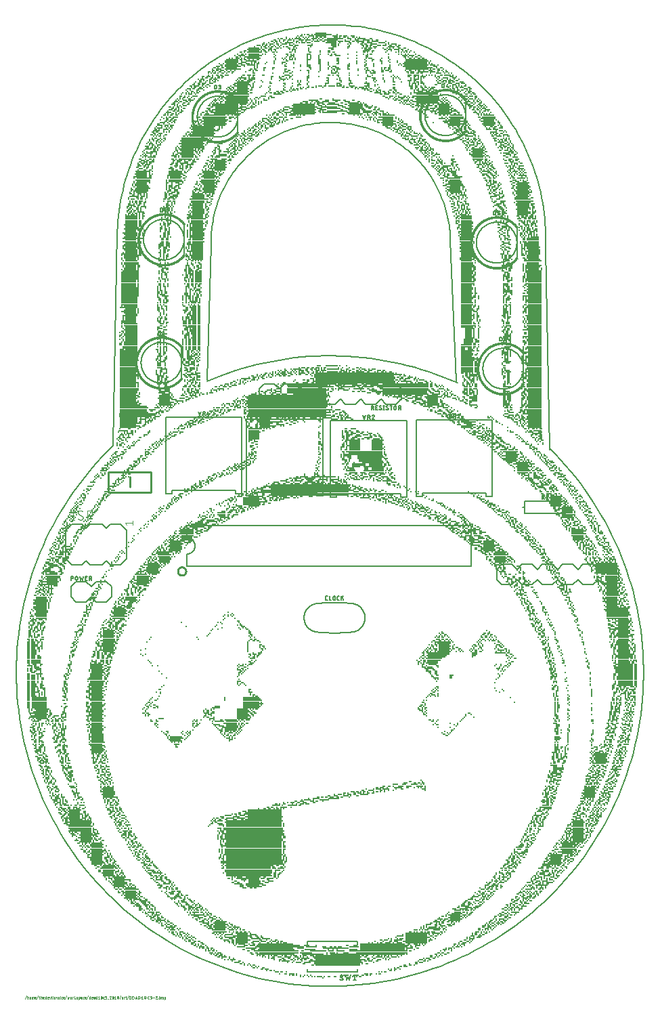
<source format=gto>
G04 EAGLE Gerber X2 export*
G75*
%MOMM*%
%FSLAX34Y34*%
%LPD*%
%AMOC8*
5,1,8,0,0,1.08239X$1,22.5*%
G01*
%ADD10C,0.152400*%
%ADD11R,0.175000X0.175000*%
%ADD12R,0.700000X0.175000*%
%ADD13R,0.350000X0.175000*%
%ADD14R,0.525000X0.175000*%
%ADD15R,5.600000X0.175000*%
%ADD16R,5.775000X0.175000*%
%ADD17R,0.875000X0.175000*%
%ADD18R,6.125000X0.175000*%
%ADD19R,1.050000X0.175000*%
%ADD20R,6.650000X0.175000*%
%ADD21R,6.300000X0.175000*%
%ADD22R,4.725000X0.175000*%
%ADD23R,2.800000X0.175000*%
%ADD24R,9.275000X0.175000*%
%ADD25R,4.900000X0.175000*%
%ADD26R,1.575000X0.175000*%
%ADD27R,6.475000X0.175000*%
%ADD28R,2.100000X0.175000*%
%ADD29R,7.350000X0.175000*%
%ADD30R,4.550000X0.175000*%
%ADD31R,1.400000X0.175000*%
%ADD32R,4.200000X0.175000*%
%ADD33R,3.325000X0.175000*%
%ADD34R,1.225000X0.175000*%
%ADD35R,5.950000X0.175000*%
%ADD36R,5.425000X0.175000*%
%ADD37R,4.375000X0.175000*%
%ADD38R,3.150000X0.175000*%
%ADD39R,1.925000X0.175000*%
%ADD40R,2.450000X0.175000*%
%ADD41R,1.750000X0.175000*%
%ADD42R,2.275000X0.175000*%
%ADD43R,2.975000X0.175000*%
%ADD44R,7.875000X0.175000*%
%ADD45R,7.000000X0.175000*%
%ADD46R,7.525000X0.175000*%
%ADD47R,7.175000X0.175000*%
%ADD48R,7.700000X0.175000*%
%ADD49R,3.500000X0.175000*%
%ADD50R,2.625000X0.175000*%
%ADD51R,9.975000X0.175000*%
%ADD52R,10.150000X0.175000*%
%ADD53R,11.025000X0.175000*%
%ADD54R,11.725000X0.175000*%
%ADD55R,10.850000X0.175000*%
%ADD56R,4.025000X0.175000*%
%ADD57R,10.500000X0.175000*%
%ADD58R,9.800000X0.175000*%
%ADD59R,3.675000X0.175000*%
%ADD60R,10.325000X0.175000*%
%ADD61R,5.250000X0.175000*%
%ADD62R,5.075000X0.175000*%
%ADD63C,0.025400*%
%ADD64C,0.254000*%
%ADD65C,0.203200*%
%ADD66C,0.127000*%
%ADD67C,0.101600*%
%ADD68C,0.076200*%


D10*
X540750Y761250D02*
X532044Y765004D01*
X523248Y768545D01*
X514370Y771872D01*
X505413Y774981D01*
X496383Y777871D01*
X487285Y780541D01*
X478125Y782989D01*
X468908Y785213D01*
X459640Y787212D01*
X450326Y788985D01*
X440972Y790530D01*
X431583Y791848D01*
X422164Y792937D01*
X412722Y793796D01*
X403261Y794426D01*
X393788Y794825D01*
X384309Y794993D01*
X374828Y794931D01*
X365351Y794637D01*
X355884Y794114D01*
X346433Y793360D01*
X337003Y792377D01*
X327599Y791164D01*
X318228Y789723D01*
X308895Y788054D01*
X299605Y786158D01*
X290364Y784038D01*
X281177Y781692D01*
X272050Y779125D01*
X262988Y776335D01*
X253997Y773326D01*
X245082Y770099D01*
X236248Y766657D01*
X227500Y763000D01*
X227500Y764750D02*
X232750Y934500D01*
X532000Y939750D02*
X539000Y763000D01*
X532000Y939750D02*
X531892Y943393D01*
X531695Y947032D01*
X531409Y950665D01*
X531035Y954290D01*
X530573Y957905D01*
X530023Y961508D01*
X529386Y965096D01*
X528661Y968667D01*
X527850Y972220D01*
X526952Y975752D01*
X525968Y979261D01*
X524900Y982746D01*
X523747Y986203D01*
X522510Y989631D01*
X521189Y993027D01*
X519787Y996391D01*
X518303Y999720D01*
X516738Y1003011D01*
X515094Y1006263D01*
X513371Y1009475D01*
X511571Y1012643D01*
X509693Y1015767D01*
X507741Y1018844D01*
X505714Y1021872D01*
X503613Y1024851D01*
X501441Y1027777D01*
X499198Y1030650D01*
X496886Y1033467D01*
X494506Y1036226D01*
X492060Y1038928D01*
X489548Y1041568D01*
X486973Y1044147D01*
X484336Y1046662D01*
X481639Y1049113D01*
X478882Y1051497D01*
X476068Y1053813D01*
X473199Y1056060D01*
X470276Y1058236D01*
X467301Y1060341D01*
X464275Y1062372D01*
X461201Y1064330D01*
X458080Y1066211D01*
X454914Y1068017D01*
X451705Y1069744D01*
X448455Y1071393D01*
X445166Y1072962D01*
X441840Y1074451D01*
X438478Y1075858D01*
X435083Y1077183D01*
X431657Y1078425D01*
X428202Y1079584D01*
X424719Y1080657D01*
X421211Y1081646D01*
X417681Y1082549D01*
X414129Y1083365D01*
X410558Y1084095D01*
X406971Y1084738D01*
X403369Y1085293D01*
X399755Y1085760D01*
X396130Y1086139D01*
X392498Y1086430D01*
X388859Y1086632D01*
X385216Y1086746D01*
X381572Y1086771D01*
X377928Y1086707D01*
X374287Y1086554D01*
X370651Y1086313D01*
X367021Y1085983D01*
X363401Y1085565D01*
X359792Y1085059D01*
X356196Y1084465D01*
X352616Y1083784D01*
X349054Y1083016D01*
X345511Y1082161D01*
X341990Y1081221D01*
X338493Y1080195D01*
X335022Y1079084D01*
X331580Y1077888D01*
X328167Y1076610D01*
X324786Y1075248D01*
X321440Y1073805D01*
X318130Y1072281D01*
X314858Y1070676D01*
X311626Y1068993D01*
X308435Y1067231D01*
X305289Y1065392D01*
X302189Y1063476D01*
X299136Y1061486D01*
X296132Y1059422D01*
X293179Y1057286D01*
X290280Y1055078D01*
X287435Y1052801D01*
X284646Y1050455D01*
X281916Y1048041D01*
X279244Y1045562D01*
X276634Y1043019D01*
X274087Y1040412D01*
X271604Y1037745D01*
X269187Y1035018D01*
X266837Y1032232D01*
X264555Y1029391D01*
X262343Y1026494D01*
X260202Y1023545D01*
X258134Y1020544D01*
X256140Y1017494D01*
X254220Y1014396D01*
X252376Y1011253D01*
X250610Y1008065D01*
X248922Y1004835D01*
X247312Y1001566D01*
X245783Y998258D01*
X244335Y994913D01*
X242969Y991535D01*
X241685Y988124D01*
X240485Y984683D01*
X239369Y981214D01*
X238338Y977718D01*
X237392Y974199D01*
X236532Y970657D01*
X235759Y967096D01*
X235073Y963517D01*
X234474Y959922D01*
X233962Y956314D01*
X233539Y952694D01*
X233204Y949065D01*
X232958Y945429D01*
X232800Y941788D01*
X232730Y938144D01*
X232750Y934500D01*
X115499Y950250D02*
X115814Y956797D01*
X116288Y963334D01*
X116922Y969858D01*
X117715Y976364D01*
X118668Y982849D01*
X119778Y989309D01*
X121047Y995739D01*
X122472Y1002137D01*
X124053Y1008498D01*
X125789Y1014818D01*
X127679Y1021094D01*
X129722Y1027322D01*
X131917Y1033498D01*
X134263Y1039618D01*
X136757Y1045679D01*
X139398Y1051678D01*
X142186Y1057610D01*
X145118Y1063472D01*
X148192Y1069261D01*
X151407Y1074972D01*
X154761Y1080604D01*
X158251Y1086151D01*
X161876Y1091612D01*
X165634Y1096983D01*
X169521Y1102259D01*
X173537Y1107440D01*
X177678Y1112520D01*
X181942Y1117498D01*
X186327Y1122370D01*
X190829Y1127133D01*
X195446Y1131785D01*
X200176Y1136322D01*
X205016Y1140743D01*
X209962Y1145044D01*
X215011Y1149222D01*
X220162Y1153276D01*
X225410Y1157202D01*
X230752Y1161000D01*
X236186Y1164665D01*
X241708Y1168196D01*
X247314Y1171591D01*
X253002Y1174849D01*
X258768Y1177966D01*
X264608Y1180941D01*
X270520Y1183772D01*
X276498Y1186458D01*
X282541Y1188997D01*
X288644Y1191387D01*
X294803Y1193628D01*
X301016Y1195717D01*
X307278Y1197654D01*
X313585Y1199437D01*
X319934Y1201065D01*
X326321Y1202537D01*
X332742Y1203853D01*
X339193Y1205011D01*
X345671Y1206011D01*
X352171Y1206853D01*
X358689Y1207535D01*
X365223Y1208058D01*
X371767Y1208421D01*
X378319Y1208623D01*
X384873Y1208666D01*
X391426Y1208548D01*
X397975Y1208269D01*
X404514Y1207831D01*
X411041Y1207233D01*
X417552Y1206476D01*
X424042Y1205559D01*
X430508Y1204484D01*
X436945Y1203251D01*
X443350Y1201862D01*
X449720Y1200316D01*
X456049Y1198614D01*
X462336Y1196759D01*
X468575Y1194750D01*
X474763Y1192589D01*
X480896Y1190278D01*
X486971Y1187817D01*
X492984Y1185208D01*
X498931Y1182454D01*
X504809Y1179554D01*
X510615Y1176512D01*
X516344Y1173328D01*
X521994Y1170006D01*
X527561Y1166546D01*
X533042Y1162951D01*
X538433Y1159224D01*
X543731Y1155365D01*
X548933Y1151378D01*
X554037Y1147265D01*
X559038Y1143029D01*
X563934Y1138671D01*
X568722Y1134195D01*
X573399Y1129603D01*
X577963Y1124899D01*
X582410Y1120084D01*
X586738Y1115161D01*
X590944Y1110135D01*
X595026Y1105007D01*
X598982Y1099781D01*
X602808Y1094459D01*
X606503Y1089046D01*
X610065Y1083544D01*
X613491Y1077956D01*
X616780Y1072286D01*
X619929Y1066538D01*
X622936Y1060714D01*
X625800Y1054818D01*
X628519Y1048854D01*
X631091Y1042826D01*
X633515Y1036736D01*
X635790Y1030589D01*
X637913Y1024388D01*
X639884Y1018137D01*
X641702Y1011840D01*
X643365Y1005500D01*
X644873Y999121D01*
X646224Y992708D01*
X647418Y986263D01*
X648454Y979791D01*
X649331Y973296D01*
X650049Y966781D01*
X650608Y960250D01*
X651007Y953708D01*
X651246Y947158D01*
X651324Y940604D01*
X651242Y934050D01*
X651000Y927500D01*
X115500Y950250D02*
X110250Y682500D01*
X656250Y677250D02*
X651000Y929250D01*
X656250Y679000D02*
X663012Y672198D01*
X669605Y665232D01*
X676027Y658107D01*
X682272Y650827D01*
X688337Y643397D01*
X694219Y635821D01*
X699914Y628103D01*
X705418Y620248D01*
X710729Y612261D01*
X715842Y604146D01*
X720756Y595909D01*
X725467Y587554D01*
X729973Y579087D01*
X734270Y570511D01*
X738356Y561834D01*
X742229Y553059D01*
X745886Y544192D01*
X749325Y535238D01*
X752544Y526203D01*
X755541Y517092D01*
X758315Y507910D01*
X760863Y498663D01*
X763184Y489357D01*
X765278Y479996D01*
X767141Y470588D01*
X768775Y461136D01*
X770176Y451648D01*
X771345Y442128D01*
X772281Y432582D01*
X772984Y423016D01*
X773452Y413436D01*
X773686Y403847D01*
X773685Y394256D01*
X773450Y384667D01*
X772981Y375087D01*
X772277Y365522D01*
X771340Y355976D01*
X770170Y346456D01*
X768767Y336968D01*
X767133Y327516D01*
X765268Y318108D01*
X763174Y308748D01*
X760851Y299442D01*
X758302Y290195D01*
X755527Y281014D01*
X752529Y271903D01*
X749308Y262868D01*
X745868Y253915D01*
X742210Y245048D01*
X738337Y236274D01*
X734249Y227597D01*
X729951Y219022D01*
X725445Y210555D01*
X720733Y202201D01*
X715818Y193964D01*
X710703Y185850D01*
X705392Y177864D01*
X699886Y170009D01*
X694191Y162292D01*
X688308Y154716D01*
X682242Y147287D01*
X675996Y140008D01*
X669574Y132884D01*
X662979Y125919D01*
X656217Y119117D01*
X649290Y112482D01*
X642202Y106019D01*
X634959Y99732D01*
X627565Y93623D01*
X620023Y87697D01*
X612339Y81957D01*
X604516Y76406D01*
X596561Y71049D01*
X588476Y65887D01*
X580268Y60925D01*
X571941Y56165D01*
X563500Y51610D01*
X554950Y47262D01*
X546297Y43126D01*
X537545Y39201D01*
X528700Y35492D01*
X519766Y32001D01*
X510750Y28729D01*
X501657Y25678D01*
X492491Y22850D01*
X483260Y20248D01*
X473967Y17872D01*
X464619Y15723D01*
X455222Y13804D01*
X445780Y12116D01*
X436300Y10658D01*
X426787Y9433D01*
X417247Y8441D01*
X407685Y7683D01*
X398108Y7158D01*
X388521Y6868D01*
X378929Y6812D01*
X369340Y6991D01*
X359757Y7404D01*
X350187Y8051D01*
X340636Y8932D01*
X331110Y10047D01*
X321613Y11394D01*
X312153Y12972D01*
X302733Y14782D01*
X293361Y16821D01*
X284042Y19089D01*
X274780Y21584D01*
X265583Y24305D01*
X256454Y27250D01*
X247401Y30417D01*
X238427Y33804D01*
X229539Y37410D01*
X220742Y41232D01*
X212041Y45268D01*
X203442Y49516D01*
X194948Y53972D01*
X186566Y58635D01*
X178301Y63502D01*
X170157Y68569D01*
X162140Y73833D01*
X154253Y79292D01*
X146503Y84943D01*
X138893Y90781D01*
X131427Y96803D01*
X124112Y103006D01*
X116950Y109386D01*
X109946Y115940D01*
X103105Y122662D01*
X96430Y129550D01*
X89926Y136599D01*
X83595Y143805D01*
X77443Y151164D01*
X71473Y158671D01*
X65688Y166321D01*
X60091Y174111D01*
X54687Y182035D01*
X49478Y190089D01*
X44468Y198268D01*
X39659Y206566D01*
X35054Y214980D01*
X30657Y223505D01*
X26469Y232134D01*
X22494Y240862D01*
X18733Y249686D01*
X15189Y258599D01*
X11864Y267595D01*
X8760Y276671D01*
X5878Y285819D01*
X3221Y295035D01*
X791Y304314D01*
X-1412Y313649D01*
X-3386Y323035D01*
X-5131Y332467D01*
X-6644Y341938D01*
X-7924Y351444D01*
X-8973Y360978D01*
X-9787Y370535D01*
X-10368Y380109D01*
X-10715Y389694D01*
X-10827Y399285D01*
X-10705Y408876D01*
X-10348Y418460D01*
X-9757Y428034D01*
X-8932Y437590D01*
X-7873Y447123D01*
X-6582Y456627D01*
X-5059Y466097D01*
X-3305Y475527D01*
X-1321Y484911D01*
X892Y494243D01*
X3333Y503519D01*
X6000Y512733D01*
X8891Y521878D01*
X12005Y530950D01*
X15339Y539943D01*
X18893Y548852D01*
X22663Y557671D01*
X26648Y566396D01*
X30845Y575021D01*
X35252Y583540D01*
X39865Y591949D01*
X44683Y600243D01*
X49702Y608416D01*
X54919Y616465D01*
X60332Y624383D01*
X65937Y632167D01*
X71730Y639811D01*
X77708Y647311D01*
X83869Y654663D01*
X90206Y661862D01*
X96719Y668904D01*
X103401Y675785D01*
X110249Y682501D01*
D11*
X372750Y17500D03*
X344750Y19250D03*
X348250Y19250D03*
X355250Y19250D03*
X358750Y19250D03*
X362250Y19250D03*
D12*
X368375Y19250D03*
D11*
X374500Y19250D03*
D13*
X380625Y19250D03*
X387625Y19250D03*
X396375Y19250D03*
D11*
X400750Y19250D03*
X409500Y19250D03*
X414750Y19250D03*
D13*
X419125Y19250D03*
D11*
X330750Y21000D03*
D13*
X335125Y21000D03*
D11*
X339500Y21000D03*
X344750Y21000D03*
X350000Y21000D03*
X353500Y21000D03*
X357000Y21000D03*
D12*
X401625Y21000D03*
D11*
X407750Y21000D03*
D14*
X414750Y21000D03*
D13*
X422625Y21000D03*
X427875Y21000D03*
D11*
X432250Y21000D03*
X318500Y22750D03*
D13*
X326375Y22750D03*
D12*
X333375Y22750D03*
D11*
X339500Y22750D03*
D14*
X427000Y22750D03*
D13*
X433125Y22750D03*
D11*
X439250Y22750D03*
D13*
X443625Y22750D03*
D14*
X315000Y24500D03*
D13*
X321125Y24500D03*
D11*
X327250Y24500D03*
X442750Y24500D03*
X446250Y24500D03*
D13*
X450625Y24500D03*
D11*
X302750Y26250D03*
D13*
X307125Y26250D03*
D11*
X311500Y26250D03*
D13*
X457625Y26250D03*
D11*
X462000Y26250D03*
D13*
X296625Y28000D03*
D14*
X302750Y28000D03*
D11*
X455000Y28000D03*
X458500Y28000D03*
D13*
X462875Y28000D03*
D11*
X469000Y28000D03*
D13*
X286125Y29750D03*
D11*
X290500Y29750D03*
D13*
X298375Y29750D03*
D11*
X462000Y29750D03*
D13*
X466375Y29750D03*
D11*
X283500Y31500D03*
X288750Y31500D03*
X292250Y31500D03*
D13*
X469875Y31500D03*
D14*
X476000Y31500D03*
D11*
X274750Y33250D03*
X278250Y33250D03*
X281750Y33250D03*
D13*
X286125Y33250D03*
X359625Y33250D03*
D15*
X391125Y33250D03*
D13*
X475125Y33250D03*
X482125Y33250D03*
D11*
X486500Y33250D03*
D13*
X270375Y35000D03*
D11*
X274750Y35000D03*
X280000Y35000D03*
D13*
X349125Y35000D03*
D16*
X390250Y35000D03*
D11*
X421750Y35000D03*
D13*
X427875Y35000D03*
D11*
X481250Y35000D03*
D13*
X489125Y35000D03*
D12*
X265125Y36750D03*
D11*
X273000Y36750D03*
X329000Y36750D03*
X334250Y36750D03*
D12*
X342125Y36750D03*
D17*
X353500Y36750D03*
D18*
X392000Y36750D03*
D11*
X435750Y36750D03*
D13*
X489125Y36750D03*
D14*
X495250Y36750D03*
D11*
X259000Y38500D03*
D13*
X268625Y38500D03*
D11*
X318500Y38500D03*
D19*
X326375Y38500D03*
D11*
X336000Y38500D03*
X346500Y38500D03*
D20*
X387625Y38500D03*
D13*
X426125Y38500D03*
D14*
X432250Y38500D03*
D13*
X440125Y38500D03*
D11*
X491750Y38500D03*
D13*
X499625Y38500D03*
D11*
X504000Y38500D03*
X250250Y40250D03*
X253750Y40250D03*
D12*
X259875Y40250D03*
D11*
X311500Y40250D03*
D13*
X319375Y40250D03*
X324625Y40250D03*
X333375Y40250D03*
D11*
X337750Y40250D03*
X341250Y40250D03*
D13*
X345625Y40250D03*
X350875Y40250D03*
X357875Y40250D03*
D21*
X394625Y40250D03*
D13*
X429625Y40250D03*
D11*
X434000Y40250D03*
D14*
X442750Y40250D03*
D11*
X451500Y40250D03*
X455000Y40250D03*
D14*
X495250Y40250D03*
D11*
X500500Y40250D03*
D13*
X506625Y40250D03*
D11*
X246750Y42000D03*
X255500Y42000D03*
X260750Y42000D03*
X304500Y42000D03*
D14*
X309750Y42000D03*
D13*
X322875Y42000D03*
X329875Y42000D03*
D11*
X336000Y42000D03*
D13*
X342125Y42000D03*
D19*
X350875Y42000D03*
D16*
X390250Y42000D03*
D13*
X429625Y42000D03*
X436625Y42000D03*
D11*
X448000Y42000D03*
X451500Y42000D03*
X456750Y42000D03*
X498750Y42000D03*
D14*
X504000Y42000D03*
D13*
X511875Y42000D03*
X242375Y43750D03*
D12*
X249375Y43750D03*
D11*
X255500Y43750D03*
X297500Y43750D03*
X301000Y43750D03*
X304500Y43750D03*
D13*
X310625Y43750D03*
D14*
X318500Y43750D03*
D17*
X329000Y43750D03*
D14*
X339500Y43750D03*
D11*
X344750Y43750D03*
X348250Y43750D03*
X353500Y43750D03*
D18*
X390250Y43750D03*
D13*
X426125Y43750D03*
D11*
X434000Y43750D03*
D17*
X442750Y43750D03*
D11*
X449750Y43750D03*
D13*
X454125Y43750D03*
D12*
X461125Y43750D03*
D11*
X467250Y43750D03*
D13*
X508375Y43750D03*
D11*
X512750Y43750D03*
X516250Y43750D03*
D13*
X238875Y45500D03*
D14*
X245000Y45500D03*
D11*
X250250Y45500D03*
X290500Y45500D03*
X294000Y45500D03*
D13*
X298375Y45500D03*
D11*
X304500Y45500D03*
X308000Y45500D03*
D14*
X313250Y45500D03*
D11*
X322000Y45500D03*
D13*
X326375Y45500D03*
D11*
X332500Y45500D03*
D14*
X337750Y45500D03*
D11*
X344750Y45500D03*
D14*
X350000Y45500D03*
X358750Y45500D03*
D15*
X391125Y45500D03*
D13*
X422625Y45500D03*
X427875Y45500D03*
D11*
X435750Y45500D03*
D13*
X441875Y45500D03*
D11*
X446250Y45500D03*
D13*
X450625Y45500D03*
D11*
X455000Y45500D03*
X458500Y45500D03*
X465500Y45500D03*
X470750Y45500D03*
D13*
X508375Y45500D03*
D11*
X514500Y45500D03*
X518000Y45500D03*
X521500Y45500D03*
X232750Y47250D03*
X236250Y47250D03*
D13*
X240625Y47250D03*
X245875Y47250D03*
X284375Y47250D03*
D22*
X313250Y47250D03*
D23*
X359625Y47250D03*
D11*
X378000Y47250D03*
D24*
X428750Y47250D03*
D11*
X477750Y47250D03*
D13*
X513625Y47250D03*
D11*
X519750Y47250D03*
D13*
X525875Y47250D03*
D14*
X232750Y49000D03*
D11*
X238000Y49000D03*
D14*
X243250Y49000D03*
D13*
X282625Y49000D03*
X289625Y49000D03*
D25*
X317625Y49000D03*
D26*
X351750Y49000D03*
D11*
X378000Y49000D03*
D12*
X384125Y49000D03*
D11*
X390250Y49000D03*
D12*
X401625Y49000D03*
D27*
X446250Y49000D03*
D13*
X517125Y49000D03*
X522375Y49000D03*
X529375Y49000D03*
D11*
X225750Y50750D03*
D13*
X230125Y50750D03*
X235375Y50750D03*
D11*
X239750Y50750D03*
D13*
X279125Y50750D03*
D15*
X314125Y50750D03*
D13*
X347375Y50750D03*
D28*
X366625Y50750D03*
D12*
X382375Y50750D03*
D19*
X394625Y50750D03*
D29*
X441875Y50750D03*
D13*
X482125Y50750D03*
D11*
X519750Y50750D03*
X525000Y50750D03*
X533750Y50750D03*
X225750Y52500D03*
X229250Y52500D03*
X232750Y52500D03*
X236250Y52500D03*
D13*
X273875Y52500D03*
D14*
X285250Y52500D03*
D30*
X314125Y52500D03*
D31*
X356125Y52500D03*
D11*
X379750Y52500D03*
X385000Y52500D03*
X390250Y52500D03*
D19*
X410375Y52500D03*
D15*
X447125Y52500D03*
D11*
X477750Y52500D03*
X486500Y52500D03*
D14*
X525000Y52500D03*
D11*
X530250Y52500D03*
X533750Y52500D03*
X218750Y54250D03*
D13*
X223125Y54250D03*
X228375Y54250D03*
X233625Y54250D03*
D31*
X282625Y54250D03*
D32*
X314125Y54250D03*
D17*
X344750Y54250D03*
D33*
X388500Y54250D03*
D15*
X447125Y54250D03*
D17*
X481250Y54250D03*
D13*
X490875Y54250D03*
D11*
X526750Y54250D03*
D14*
X532000Y54250D03*
D11*
X537250Y54250D03*
X215250Y56000D03*
D12*
X221375Y56000D03*
D11*
X227500Y56000D03*
D19*
X270375Y56000D03*
D18*
X318500Y56000D03*
D31*
X357875Y56000D03*
D14*
X374500Y56000D03*
D13*
X382375Y56000D03*
X387625Y56000D03*
D14*
X393750Y56000D03*
D34*
X411250Y56000D03*
D35*
X448875Y56000D03*
D13*
X483875Y56000D03*
D11*
X488250Y56000D03*
X535500Y56000D03*
D14*
X540750Y56000D03*
D11*
X546000Y56000D03*
D13*
X212625Y57750D03*
D11*
X217000Y57750D03*
X220500Y57750D03*
X225750Y57750D03*
X262500Y57750D03*
D14*
X276500Y57750D03*
D12*
X284375Y57750D03*
D36*
X316750Y57750D03*
D12*
X352625Y57750D03*
D11*
X364000Y57750D03*
D13*
X403375Y57750D03*
D14*
X413000Y57750D03*
D18*
X449750Y57750D03*
D11*
X483000Y57750D03*
D12*
X490875Y57750D03*
D11*
X498750Y57750D03*
X537250Y57750D03*
X540750Y57750D03*
X544250Y57750D03*
X549500Y57750D03*
D13*
X209125Y59500D03*
D11*
X213500Y59500D03*
X217000Y59500D03*
D13*
X223125Y59500D03*
D11*
X260750Y59500D03*
X264250Y59500D03*
D17*
X271250Y59500D03*
D11*
X280000Y59500D03*
D13*
X286125Y59500D03*
D37*
X313250Y59500D03*
D15*
X447125Y59500D03*
D13*
X480375Y59500D03*
D14*
X488250Y59500D03*
D11*
X493500Y59500D03*
X497000Y59500D03*
X500500Y59500D03*
D13*
X538125Y59500D03*
D11*
X542500Y59500D03*
D14*
X547750Y59500D03*
X210000Y61250D03*
D13*
X221375Y61250D03*
D11*
X255500Y61250D03*
D13*
X259875Y61250D03*
D26*
X271250Y61250D03*
D13*
X284375Y61250D03*
D11*
X294000Y61250D03*
D13*
X303625Y61250D03*
D11*
X308000Y61250D03*
D13*
X315875Y61250D03*
D11*
X320250Y61250D03*
D14*
X325500Y61250D03*
D11*
X430500Y61250D03*
X434000Y61250D03*
X441000Y61250D03*
D13*
X445375Y61250D03*
D12*
X454125Y61250D03*
D11*
X460250Y61250D03*
D12*
X468125Y61250D03*
D23*
X489125Y61250D03*
D11*
X542500Y61250D03*
D14*
X549500Y61250D03*
D11*
X556500Y61250D03*
X201250Y63000D03*
D13*
X205625Y63000D03*
X212625Y63000D03*
X217875Y63000D03*
D11*
X250250Y63000D03*
D13*
X254625Y63000D03*
X259875Y63000D03*
D26*
X271250Y63000D03*
D17*
X288750Y63000D03*
D12*
X298375Y63000D03*
D11*
X306250Y63000D03*
D14*
X311500Y63000D03*
D11*
X316750Y63000D03*
D13*
X321125Y63000D03*
D11*
X437500Y63000D03*
X448000Y63000D03*
D13*
X457625Y63000D03*
D14*
X463750Y63000D03*
D38*
X487375Y63000D03*
D11*
X505750Y63000D03*
D13*
X545125Y63000D03*
X553875Y63000D03*
D11*
X558250Y63000D03*
X199500Y64750D03*
D13*
X205625Y64750D03*
D11*
X210000Y64750D03*
D12*
X251125Y64750D03*
D13*
X259875Y64750D03*
D39*
X273000Y64750D03*
D13*
X294875Y64750D03*
D11*
X302750Y64750D03*
X308000Y64750D03*
D13*
X314125Y64750D03*
X445375Y64750D03*
D14*
X451500Y64750D03*
D11*
X458500Y64750D03*
D19*
X466375Y64750D03*
D23*
X489125Y64750D03*
D14*
X507500Y64750D03*
D13*
X550375Y64750D03*
D11*
X556500Y64750D03*
X560000Y64750D03*
X197750Y66500D03*
D13*
X202125Y66500D03*
D11*
X208250Y66500D03*
X213500Y66500D03*
D13*
X245875Y66500D03*
D14*
X257250Y66500D03*
D26*
X271250Y66500D03*
D34*
X288750Y66500D03*
D19*
X301875Y66500D03*
D11*
X455000Y66500D03*
X458500Y66500D03*
X465500Y66500D03*
D14*
X470750Y66500D03*
D23*
X489125Y66500D03*
D11*
X507500Y66500D03*
X512750Y66500D03*
X553000Y66500D03*
D12*
X559125Y66500D03*
D11*
X194250Y68250D03*
X197750Y68250D03*
X201250Y68250D03*
D13*
X205625Y68250D03*
X210875Y68250D03*
D11*
X239750Y68250D03*
X243250Y68250D03*
X246750Y68250D03*
D31*
X256375Y68250D03*
X272125Y68250D03*
D13*
X282625Y68250D03*
X291375Y68250D03*
X296625Y68250D03*
D11*
X463750Y68250D03*
D38*
X490875Y68250D03*
D11*
X511000Y68250D03*
X553000Y68250D03*
X556500Y68250D03*
X561750Y68250D03*
D14*
X567000Y68250D03*
D11*
X189000Y70000D03*
X192500Y70000D03*
X196000Y70000D03*
X199500Y70000D03*
X203000Y70000D03*
X208250Y70000D03*
X245000Y70000D03*
X250250Y70000D03*
D40*
X272125Y70000D03*
D13*
X289625Y70000D03*
D11*
X295750Y70000D03*
D17*
X469000Y70000D03*
D23*
X489125Y70000D03*
D13*
X508375Y70000D03*
X513625Y70000D03*
D14*
X560000Y70000D03*
X568750Y70000D03*
D13*
X186375Y71750D03*
D11*
X190750Y71750D03*
D13*
X195125Y71750D03*
D11*
X201250Y71750D03*
X204750Y71750D03*
X238000Y71750D03*
X241500Y71750D03*
X246750Y71750D03*
D19*
X254625Y71750D03*
D31*
X272125Y71750D03*
D17*
X285250Y71750D03*
D11*
X472500Y71750D03*
D23*
X489125Y71750D03*
D11*
X505750Y71750D03*
X511000Y71750D03*
X516250Y71750D03*
X519750Y71750D03*
X560000Y71750D03*
D13*
X564375Y71750D03*
D11*
X568750Y71750D03*
D13*
X573125Y71750D03*
X184625Y73500D03*
D11*
X190750Y73500D03*
X194250Y73500D03*
D13*
X198625Y73500D03*
D11*
X203000Y73500D03*
D13*
X235375Y73500D03*
D11*
X239750Y73500D03*
D13*
X244125Y73500D03*
D11*
X248500Y73500D03*
X259000Y73500D03*
D26*
X271250Y73500D03*
D11*
X281750Y73500D03*
D38*
X490875Y73500D03*
D19*
X513625Y73500D03*
D11*
X521500Y73500D03*
X560000Y73500D03*
D13*
X564375Y73500D03*
D11*
X570500Y73500D03*
D13*
X576625Y73500D03*
D11*
X180250Y75250D03*
D13*
X184625Y75250D03*
D11*
X189000Y75250D03*
D14*
X196000Y75250D03*
D41*
X244125Y75250D03*
D11*
X255500Y75250D03*
X260750Y75250D03*
D13*
X265125Y75250D03*
X270375Y75250D03*
X275625Y75250D03*
D11*
X280000Y75250D03*
D13*
X482125Y75250D03*
D11*
X486500Y75250D03*
X490000Y75250D03*
D13*
X496125Y75250D03*
D11*
X500500Y75250D03*
D13*
X504875Y75250D03*
D14*
X511000Y75250D03*
D13*
X520625Y75250D03*
D11*
X525000Y75250D03*
D14*
X565250Y75250D03*
D11*
X570500Y75250D03*
X574000Y75250D03*
X577500Y75250D03*
X581000Y75250D03*
X178500Y77000D03*
D12*
X184625Y77000D03*
D11*
X192500Y77000D03*
D41*
X242375Y77000D03*
D12*
X258125Y77000D03*
D11*
X264250Y77000D03*
X269500Y77000D03*
D13*
X273875Y77000D03*
D14*
X488250Y77000D03*
D11*
X493500Y77000D03*
X497000Y77000D03*
D14*
X502250Y77000D03*
D17*
X514500Y77000D03*
D11*
X523250Y77000D03*
X526750Y77000D03*
D13*
X567875Y77000D03*
D11*
X572250Y77000D03*
X575750Y77000D03*
X579250Y77000D03*
X584500Y77000D03*
X175000Y78750D03*
X180250Y78750D03*
D13*
X184625Y78750D03*
D11*
X190750Y78750D03*
X194250Y78750D03*
D12*
X231875Y78750D03*
D31*
X244125Y78750D03*
D11*
X253750Y78750D03*
X259000Y78750D03*
X262500Y78750D03*
X266000Y78750D03*
X269500Y78750D03*
X495250Y78750D03*
X498750Y78750D03*
D41*
X511875Y78750D03*
D13*
X524125Y78750D03*
X567875Y78750D03*
D14*
X577500Y78750D03*
D11*
X582750Y78750D03*
X586250Y78750D03*
D34*
X182000Y80500D03*
D11*
X227500Y80500D03*
D13*
X231875Y80500D03*
D41*
X244125Y80500D03*
D13*
X256375Y80500D03*
D17*
X264250Y80500D03*
D11*
X495250Y80500D03*
X498750Y80500D03*
X502250Y80500D03*
D19*
X510125Y80500D03*
D11*
X518000Y80500D03*
X521500Y80500D03*
X526750Y80500D03*
D13*
X573125Y80500D03*
D14*
X581000Y80500D03*
D11*
X588000Y80500D03*
D13*
X172375Y82250D03*
D11*
X176750Y82250D03*
D13*
X182875Y82250D03*
X188125Y82250D03*
X224875Y82250D03*
D14*
X231000Y82250D03*
D26*
X243250Y82250D03*
D11*
X253750Y82250D03*
X259000Y82250D03*
X262500Y82250D03*
X498750Y82250D03*
X502250Y82250D03*
D13*
X513625Y82250D03*
D12*
X522375Y82250D03*
D14*
X532000Y82250D03*
X574000Y82250D03*
D13*
X580125Y82250D03*
X585375Y82250D03*
D11*
X589750Y82250D03*
X171500Y84000D03*
X175000Y84000D03*
D13*
X179375Y84000D03*
D11*
X185500Y84000D03*
X220500Y84000D03*
D13*
X228375Y84000D03*
X233625Y84000D03*
D41*
X245875Y84000D03*
D13*
X258125Y84000D03*
D12*
X504875Y84000D03*
D13*
X513625Y84000D03*
X518875Y84000D03*
D14*
X530250Y84000D03*
D13*
X536375Y84000D03*
D11*
X575750Y84000D03*
X579250Y84000D03*
X582750Y84000D03*
X588000Y84000D03*
X591500Y84000D03*
X595000Y84000D03*
X168000Y85750D03*
X171500Y85750D03*
X176750Y85750D03*
D13*
X182875Y85750D03*
D17*
X225750Y85750D03*
D26*
X243250Y85750D03*
D11*
X255500Y85750D03*
D13*
X508375Y85750D03*
D11*
X514500Y85750D03*
X518000Y85750D03*
D13*
X522375Y85750D03*
D11*
X533750Y85750D03*
X537250Y85750D03*
X577500Y85750D03*
X581000Y85750D03*
D13*
X585375Y85750D03*
D14*
X591500Y85750D03*
D13*
X597625Y85750D03*
X165375Y87500D03*
D11*
X169750Y87500D03*
X175000Y87500D03*
D13*
X179375Y87500D03*
D12*
X221375Y87500D03*
D11*
X229250Y87500D03*
X232750Y87500D03*
D26*
X245000Y87500D03*
D17*
X514500Y87500D03*
D13*
X522375Y87500D03*
X529375Y87500D03*
X534625Y87500D03*
D11*
X539000Y87500D03*
X542500Y87500D03*
D13*
X581875Y87500D03*
D11*
X588000Y87500D03*
X591500Y87500D03*
D13*
X595875Y87500D03*
D11*
X600250Y87500D03*
D13*
X160125Y89250D03*
D34*
X169750Y89250D03*
D11*
X178500Y89250D03*
X215250Y89250D03*
D13*
X223125Y89250D03*
D11*
X227500Y89250D03*
D13*
X233625Y89250D03*
D14*
X241500Y89250D03*
D11*
X246750Y89250D03*
D13*
X513625Y89250D03*
D11*
X519750Y89250D03*
D13*
X524125Y89250D03*
D26*
X537250Y89250D03*
D13*
X583625Y89250D03*
D11*
X589750Y89250D03*
X593250Y89250D03*
D14*
X600250Y89250D03*
D11*
X157500Y91000D03*
X162750Y91000D03*
D14*
X168000Y91000D03*
D11*
X175000Y91000D03*
D13*
X214375Y91000D03*
D11*
X218750Y91000D03*
D13*
X224875Y91000D03*
D11*
X229250Y91000D03*
D14*
X236250Y91000D03*
D11*
X245000Y91000D03*
D12*
X518875Y91000D03*
D14*
X526750Y91000D03*
D26*
X539000Y91000D03*
D11*
X586250Y91000D03*
X589750Y91000D03*
D12*
X595875Y91000D03*
D11*
X603750Y91000D03*
D14*
X159250Y92750D03*
D13*
X167125Y92750D03*
X172375Y92750D03*
D11*
X210000Y92750D03*
D12*
X219625Y92750D03*
D14*
X232750Y92750D03*
D11*
X239750Y92750D03*
X243250Y92750D03*
X518000Y92750D03*
D26*
X537250Y92750D03*
D11*
X547750Y92750D03*
X551250Y92750D03*
X588000Y92750D03*
D13*
X601125Y92750D03*
X606375Y92750D03*
D11*
X152250Y94500D03*
D13*
X156625Y94500D03*
X161875Y94500D03*
D11*
X166250Y94500D03*
X171500Y94500D03*
D12*
X214375Y94500D03*
D13*
X224875Y94500D03*
D11*
X231000Y94500D03*
D13*
X237125Y94500D03*
X522375Y94500D03*
D11*
X526750Y94500D03*
D26*
X539000Y94500D03*
D11*
X549500Y94500D03*
X553000Y94500D03*
D13*
X588875Y94500D03*
X594125Y94500D03*
D14*
X602000Y94500D03*
D11*
X154000Y96250D03*
X159250Y96250D03*
D12*
X165375Y96250D03*
D11*
X204750Y96250D03*
D41*
X216125Y96250D03*
D13*
X228375Y96250D03*
D11*
X232750Y96250D03*
X526750Y96250D03*
D26*
X537250Y96250D03*
D14*
X549500Y96250D03*
D13*
X555625Y96250D03*
D11*
X591500Y96250D03*
D14*
X596750Y96250D03*
D11*
X603750Y96250D03*
D13*
X608125Y96250D03*
D11*
X612500Y96250D03*
D13*
X151375Y98000D03*
X160125Y98000D03*
D11*
X164500Y98000D03*
X169750Y98000D03*
X206500Y98000D03*
X211750Y98000D03*
X224000Y98000D03*
X227500Y98000D03*
D13*
X231875Y98000D03*
D11*
X528500Y98000D03*
D31*
X539875Y98000D03*
D11*
X553000Y98000D03*
D13*
X557375Y98000D03*
X594125Y98000D03*
X601125Y98000D03*
D11*
X605500Y98000D03*
X614250Y98000D03*
X147000Y99750D03*
X150500Y99750D03*
D17*
X157500Y99750D03*
D14*
X166250Y99750D03*
D11*
X203000Y99750D03*
X206500Y99750D03*
D17*
X213500Y99750D03*
D13*
X221375Y99750D03*
D11*
X225750Y99750D03*
X229250Y99750D03*
X530250Y99750D03*
D17*
X540750Y99750D03*
D13*
X548625Y99750D03*
D11*
X553000Y99750D03*
D13*
X559125Y99750D03*
X597625Y99750D03*
D11*
X603750Y99750D03*
D19*
X613375Y99750D03*
D13*
X144375Y101500D03*
D11*
X148750Y101500D03*
X155750Y101500D03*
X159250Y101500D03*
X162750Y101500D03*
X199500Y101500D03*
X204750Y101500D03*
X208250Y101500D03*
X211750Y101500D03*
D13*
X216125Y101500D03*
D11*
X220500Y101500D03*
X224000Y101500D03*
X227500Y101500D03*
D17*
X540750Y101500D03*
D11*
X547750Y101500D03*
D14*
X553000Y101500D03*
D11*
X558250Y101500D03*
X561750Y101500D03*
D13*
X601125Y101500D03*
D11*
X605500Y101500D03*
X609000Y101500D03*
X612500Y101500D03*
X617750Y101500D03*
D14*
X145250Y103250D03*
D13*
X153125Y103250D03*
X158375Y103250D03*
D11*
X162750Y103250D03*
D13*
X200375Y103250D03*
X205625Y103250D03*
D11*
X210000Y103250D03*
D13*
X214375Y103250D03*
X221375Y103250D03*
D11*
X225750Y103250D03*
D14*
X537250Y103250D03*
D19*
X548625Y103250D03*
D13*
X559125Y103250D03*
D11*
X563500Y103250D03*
D13*
X597625Y103250D03*
D11*
X603750Y103250D03*
D13*
X608125Y103250D03*
D11*
X612500Y103250D03*
D14*
X619500Y103250D03*
D13*
X144375Y105000D03*
D11*
X152250Y105000D03*
X155750Y105000D03*
X162750Y105000D03*
D13*
X198625Y105000D03*
D17*
X208250Y105000D03*
D14*
X217000Y105000D03*
D11*
X222250Y105000D03*
D13*
X541625Y105000D03*
D17*
X554750Y105000D03*
D12*
X564375Y105000D03*
D13*
X601125Y105000D03*
D11*
X605500Y105000D03*
D13*
X609875Y105000D03*
D14*
X616000Y105000D03*
D11*
X621250Y105000D03*
X136500Y106750D03*
D12*
X142625Y106750D03*
D13*
X151375Y106750D03*
D11*
X155750Y106750D03*
D13*
X160125Y106750D03*
D11*
X192500Y106750D03*
D14*
X197750Y106750D03*
X206500Y106750D03*
D11*
X213500Y106750D03*
D13*
X219625Y106750D03*
D11*
X542500Y106750D03*
D19*
X550375Y106750D03*
D12*
X566125Y106750D03*
D11*
X603750Y106750D03*
X607250Y106750D03*
X612500Y106750D03*
X616000Y106750D03*
D12*
X623875Y106750D03*
X140875Y108500D03*
X151375Y108500D03*
D13*
X158375Y108500D03*
D11*
X190750Y108500D03*
X196000Y108500D03*
D14*
X203000Y108500D03*
D11*
X210000Y108500D03*
D13*
X214375Y108500D03*
D11*
X218750Y108500D03*
D14*
X547750Y108500D03*
D13*
X555625Y108500D03*
D11*
X560000Y108500D03*
D13*
X569625Y108500D03*
X602875Y108500D03*
D11*
X607250Y108500D03*
D13*
X611625Y108500D03*
X618625Y108500D03*
D11*
X623000Y108500D03*
D14*
X134750Y110250D03*
D13*
X140875Y110250D03*
D14*
X148750Y110250D03*
D11*
X155750Y110250D03*
D13*
X189875Y110250D03*
D11*
X194250Y110250D03*
D13*
X202125Y110250D03*
D11*
X211750Y110250D03*
X217000Y110250D03*
D13*
X548625Y110250D03*
D14*
X556500Y110250D03*
D11*
X563500Y110250D03*
X567000Y110250D03*
X572250Y110250D03*
D13*
X608125Y110250D03*
X615125Y110250D03*
D11*
X621250Y110250D03*
D12*
X627375Y110250D03*
D13*
X133875Y112000D03*
D11*
X138250Y112000D03*
D12*
X147875Y112000D03*
D13*
X154875Y112000D03*
D11*
X187250Y112000D03*
X192500Y112000D03*
D12*
X198625Y112000D03*
D13*
X209125Y112000D03*
X550375Y112000D03*
X555625Y112000D03*
D11*
X561750Y112000D03*
D13*
X569625Y112000D03*
D11*
X574000Y112000D03*
D13*
X611625Y112000D03*
X620375Y112000D03*
X625625Y112000D03*
D11*
X129500Y113750D03*
X133000Y113750D03*
X136500Y113750D03*
D19*
X147875Y113750D03*
D11*
X192500Y113750D03*
D14*
X197750Y113750D03*
D13*
X207375Y113750D03*
D11*
X211750Y113750D03*
D13*
X552125Y113750D03*
D14*
X565250Y113750D03*
D11*
X572250Y113750D03*
X609000Y113750D03*
D14*
X614250Y113750D03*
D11*
X619500Y113750D03*
X623000Y113750D03*
X628250Y113750D03*
D13*
X632625Y113750D03*
D11*
X127750Y115500D03*
D13*
X132125Y115500D03*
D19*
X140875Y115500D03*
D13*
X151375Y115500D03*
D11*
X183750Y115500D03*
X187250Y115500D03*
D13*
X198625Y115500D03*
X205625Y115500D03*
D12*
X557375Y115500D03*
D11*
X563500Y115500D03*
X568750Y115500D03*
D13*
X573125Y115500D03*
X578375Y115500D03*
X609875Y115500D03*
X616875Y115500D03*
D11*
X623000Y115500D03*
X626500Y115500D03*
X630000Y115500D03*
D41*
X132125Y117250D03*
D11*
X143500Y117250D03*
X148750Y117250D03*
D17*
X185500Y117250D03*
D13*
X195125Y117250D03*
D11*
X199500Y117250D03*
X203000Y117250D03*
D13*
X559125Y117250D03*
D11*
X570500Y117250D03*
X574000Y117250D03*
X577500Y117250D03*
X581000Y117250D03*
X614250Y117250D03*
X617750Y117250D03*
D12*
X625625Y117250D03*
D11*
X631750Y117250D03*
D13*
X636125Y117250D03*
D31*
X132125Y119000D03*
D11*
X141750Y119000D03*
D13*
X146125Y119000D03*
X179375Y119000D03*
D17*
X190750Y119000D03*
D11*
X199500Y119000D03*
D17*
X563500Y119000D03*
D14*
X574000Y119000D03*
D11*
X579250Y119000D03*
X582750Y119000D03*
D13*
X615125Y119000D03*
X622125Y119000D03*
D12*
X630875Y119000D03*
D13*
X637875Y119000D03*
D11*
X120750Y120750D03*
D41*
X132125Y120750D03*
D11*
X143500Y120750D03*
X178500Y120750D03*
D14*
X190750Y120750D03*
D13*
X196875Y120750D03*
X202125Y120750D03*
D11*
X561750Y120750D03*
D13*
X567875Y120750D03*
D11*
X572250Y120750D03*
X575750Y120750D03*
D13*
X580125Y120750D03*
D11*
X584500Y120750D03*
X619500Y120750D03*
D13*
X623875Y120750D03*
X632625Y120750D03*
D11*
X638750Y120750D03*
X642250Y120750D03*
X122500Y122500D03*
D31*
X132125Y122500D03*
D13*
X142625Y122500D03*
D11*
X176750Y122500D03*
D14*
X183750Y122500D03*
D13*
X191625Y122500D03*
D11*
X196000Y122500D03*
X565250Y122500D03*
D14*
X572250Y122500D03*
D11*
X577500Y122500D03*
X582750Y122500D03*
X586250Y122500D03*
D13*
X616875Y122500D03*
D11*
X623000Y122500D03*
X628250Y122500D03*
X631750Y122500D03*
D13*
X636125Y122500D03*
X641375Y122500D03*
X118125Y124250D03*
D39*
X131250Y124250D03*
D13*
X144375Y124250D03*
D11*
X175000Y124250D03*
D12*
X182875Y124250D03*
D13*
X193375Y124250D03*
D11*
X563500Y124250D03*
X568750Y124250D03*
D13*
X573125Y124250D03*
X583625Y124250D03*
D14*
X619500Y124250D03*
D11*
X626500Y124250D03*
X630000Y124250D03*
X633500Y124250D03*
X637000Y124250D03*
X640500Y124250D03*
X644000Y124250D03*
X117250Y126000D03*
D13*
X121625Y126000D03*
D31*
X132125Y126000D03*
D11*
X143500Y126000D03*
X171500Y126000D03*
X176750Y126000D03*
D14*
X185500Y126000D03*
X192500Y126000D03*
D13*
X567875Y126000D03*
D11*
X575750Y126000D03*
D13*
X580125Y126000D03*
X587125Y126000D03*
D11*
X619500Y126000D03*
D13*
X623875Y126000D03*
D11*
X628250Y126000D03*
X631750Y126000D03*
D13*
X639625Y126000D03*
X644875Y126000D03*
X114625Y127750D03*
X119875Y127750D03*
D39*
X133000Y127750D03*
D11*
X176750Y127750D03*
X180250Y127750D03*
D13*
X184625Y127750D03*
X189875Y127750D03*
D14*
X572250Y127750D03*
D13*
X578375Y127750D03*
X583625Y127750D03*
X590625Y127750D03*
D11*
X621250Y127750D03*
D17*
X630000Y127750D03*
D11*
X637000Y127750D03*
D13*
X643125Y127750D03*
D11*
X647500Y127750D03*
X112000Y129500D03*
X117250Y129500D03*
X122500Y129500D03*
D31*
X132125Y129500D03*
D13*
X168875Y129500D03*
D14*
X175000Y129500D03*
D11*
X180250Y129500D03*
X183750Y129500D03*
D13*
X189875Y129500D03*
D14*
X274750Y129500D03*
D13*
X282625Y129500D03*
X287875Y129500D03*
D11*
X568750Y129500D03*
X575750Y129500D03*
D13*
X580125Y129500D03*
D11*
X584500Y129500D03*
X589750Y129500D03*
X595000Y129500D03*
X623000Y129500D03*
D14*
X635250Y129500D03*
D11*
X640500Y129500D03*
D14*
X645750Y129500D03*
D11*
X651000Y129500D03*
D26*
X119000Y131250D03*
D11*
X129500Y131250D03*
X133000Y131250D03*
X138250Y131250D03*
D13*
X170625Y131250D03*
X177625Y131250D03*
D11*
X182000Y131250D03*
X185500Y131250D03*
D14*
X271250Y131250D03*
D39*
X287000Y131250D03*
D11*
X575750Y131250D03*
D12*
X583625Y131250D03*
D13*
X590625Y131250D03*
X595875Y131250D03*
D11*
X624750Y131250D03*
X628250Y131250D03*
X631750Y131250D03*
X635250Y131250D03*
X640500Y131250D03*
X645750Y131250D03*
X651000Y131250D03*
D26*
X117250Y133000D03*
D11*
X127750Y133000D03*
X131250Y133000D03*
D13*
X135625Y133000D03*
D12*
X168875Y133000D03*
D11*
X183750Y133000D03*
X187250Y133000D03*
D14*
X271250Y133000D03*
D41*
X284375Y133000D03*
D14*
X299250Y133000D03*
X577500Y133000D03*
D17*
X588000Y133000D03*
D11*
X595000Y133000D03*
X626500Y133000D03*
D14*
X631750Y133000D03*
D26*
X645750Y133000D03*
D11*
X108500Y134750D03*
D41*
X119875Y134750D03*
D13*
X132125Y134750D03*
D11*
X168000Y134750D03*
D17*
X176750Y134750D03*
D11*
X183750Y134750D03*
D19*
X266875Y134750D03*
D42*
X287000Y134750D03*
D13*
X580125Y134750D03*
X587125Y134750D03*
D11*
X591500Y134750D03*
D13*
X636125Y134750D03*
X643125Y134750D03*
D11*
X647500Y134750D03*
D13*
X653625Y134750D03*
D11*
X106750Y136500D03*
D39*
X119000Y136500D03*
D13*
X165375Y136500D03*
X174125Y136500D03*
X181125Y136500D03*
D11*
X185500Y136500D03*
D13*
X259875Y136500D03*
X266875Y136500D03*
D26*
X287000Y136500D03*
D14*
X302750Y136500D03*
D11*
X577500Y136500D03*
D13*
X581875Y136500D03*
D11*
X589750Y136500D03*
D12*
X595875Y136500D03*
D14*
X630000Y136500D03*
D11*
X635250Y136500D03*
D13*
X639625Y136500D03*
D11*
X644000Y136500D03*
X647500Y136500D03*
D17*
X656250Y136500D03*
D11*
X105000Y138250D03*
D26*
X117250Y138250D03*
D11*
X131250Y138250D03*
X162750Y138250D03*
D13*
X172375Y138250D03*
X181125Y138250D03*
X263375Y138250D03*
D11*
X274750Y138250D03*
D26*
X287000Y138250D03*
D13*
X298375Y138250D03*
D12*
X307125Y138250D03*
D11*
X584500Y138250D03*
D14*
X589750Y138250D03*
D11*
X595000Y138250D03*
D13*
X601125Y138250D03*
X634375Y138250D03*
D14*
X642250Y138250D03*
D12*
X650125Y138250D03*
D11*
X661500Y138250D03*
X101500Y140000D03*
X108500Y140000D03*
D28*
X121625Y140000D03*
D11*
X161000Y140000D03*
D17*
X168000Y140000D03*
D14*
X178500Y140000D03*
D11*
X259000Y140000D03*
D12*
X273875Y140000D03*
D31*
X286125Y140000D03*
D13*
X303625Y140000D03*
D11*
X584500Y140000D03*
X589750Y140000D03*
X593250Y140000D03*
D13*
X597625Y140000D03*
D11*
X603750Y140000D03*
X633500Y140000D03*
D13*
X637875Y140000D03*
D11*
X645750Y140000D03*
X652750Y140000D03*
D14*
X658000Y140000D03*
D11*
X101500Y141750D03*
D14*
X106750Y141750D03*
D31*
X118125Y141750D03*
D13*
X158375Y141750D03*
D11*
X164500Y141750D03*
D13*
X170625Y141750D03*
X175875Y141750D03*
X254625Y141750D03*
D11*
X259000Y141750D03*
D43*
X278250Y141750D03*
D14*
X297500Y141750D03*
D17*
X306250Y141750D03*
D11*
X315000Y141750D03*
X588000Y141750D03*
D13*
X592375Y141750D03*
D11*
X598500Y141750D03*
D13*
X604625Y141750D03*
D11*
X633500Y141750D03*
D14*
X640500Y141750D03*
D11*
X645750Y141750D03*
X649250Y141750D03*
X652750Y141750D03*
X656250Y141750D03*
D13*
X664125Y141750D03*
D11*
X99750Y143500D03*
X105000Y143500D03*
D41*
X118125Y143500D03*
D11*
X161000Y143500D03*
D13*
X165375Y143500D03*
X170625Y143500D03*
X175875Y143500D03*
D11*
X259000Y143500D03*
X262500Y143500D03*
D12*
X268625Y143500D03*
D39*
X285250Y143500D03*
D13*
X300125Y143500D03*
X312375Y143500D03*
D11*
X316750Y143500D03*
D13*
X587125Y143500D03*
D11*
X593250Y143500D03*
D12*
X599375Y143500D03*
D11*
X607250Y143500D03*
X635250Y143500D03*
X638750Y143500D03*
D14*
X644000Y143500D03*
D11*
X649250Y143500D03*
D14*
X659750Y143500D03*
D11*
X666750Y143500D03*
D26*
X105000Y145250D03*
D13*
X116375Y145250D03*
D11*
X120750Y145250D03*
X124250Y145250D03*
D13*
X158375Y145250D03*
X163625Y145250D03*
D11*
X168000Y145250D03*
D13*
X172375Y145250D03*
D16*
X280000Y145250D03*
D13*
X312375Y145250D03*
D11*
X316750Y145250D03*
X588000Y145250D03*
X593250Y145250D03*
X598500Y145250D03*
X603750Y145250D03*
X607250Y145250D03*
D13*
X637875Y145250D03*
D11*
X642250Y145250D03*
D17*
X652750Y145250D03*
D11*
X661500Y145250D03*
D14*
X666750Y145250D03*
D31*
X104125Y147000D03*
D11*
X115500Y147000D03*
X119000Y147000D03*
X122500Y147000D03*
D13*
X156625Y147000D03*
D11*
X169750Y147000D03*
X175000Y147000D03*
D15*
X279125Y147000D03*
D13*
X312375Y147000D03*
X317625Y147000D03*
D11*
X589750Y147000D03*
D13*
X597625Y147000D03*
D11*
X602000Y147000D03*
D13*
X606375Y147000D03*
D11*
X640500Y147000D03*
D12*
X646625Y147000D03*
D14*
X656250Y147000D03*
D11*
X661500Y147000D03*
X665000Y147000D03*
D26*
X103250Y148750D03*
D11*
X113750Y148750D03*
D14*
X120750Y148750D03*
X155750Y148750D03*
D34*
X166250Y148750D03*
D11*
X248500Y148750D03*
D16*
X280000Y148750D03*
D13*
X312375Y148750D03*
X319375Y148750D03*
D11*
X589750Y148750D03*
D14*
X595000Y148750D03*
D12*
X604625Y148750D03*
D11*
X640500Y148750D03*
D12*
X646625Y148750D03*
D11*
X656250Y148750D03*
D13*
X660625Y148750D03*
D11*
X666750Y148750D03*
X670250Y148750D03*
D13*
X93625Y150500D03*
D31*
X104125Y150500D03*
D14*
X115500Y150500D03*
D11*
X120750Y150500D03*
X152250Y150500D03*
D14*
X161000Y150500D03*
D11*
X166250Y150500D03*
X169750Y150500D03*
D35*
X279125Y150500D03*
D11*
X313250Y150500D03*
X322000Y150500D03*
X593250Y150500D03*
X603750Y150500D03*
D14*
X610750Y150500D03*
D11*
X642250Y150500D03*
D17*
X651000Y150500D03*
D11*
X659750Y150500D03*
X663250Y150500D03*
D13*
X667625Y150500D03*
D11*
X672000Y150500D03*
D13*
X93625Y152250D03*
D26*
X105000Y152250D03*
D11*
X117250Y152250D03*
X120750Y152250D03*
X150500Y152250D03*
D17*
X157500Y152250D03*
D11*
X168000Y152250D03*
D35*
X279125Y152250D03*
D12*
X315875Y152250D03*
D11*
X323750Y152250D03*
X596750Y152250D03*
D13*
X601125Y152250D03*
D11*
X605500Y152250D03*
X610750Y152250D03*
D13*
X646625Y152250D03*
D14*
X652750Y152250D03*
D11*
X659750Y152250D03*
D13*
X664125Y152250D03*
X669375Y152250D03*
D11*
X673750Y152250D03*
X89250Y154000D03*
D41*
X102375Y154000D03*
D13*
X114625Y154000D03*
D11*
X119000Y154000D03*
X148750Y154000D03*
D14*
X154000Y154000D03*
D13*
X165375Y154000D03*
X247625Y154000D03*
D15*
X279125Y154000D03*
D14*
X311500Y154000D03*
D17*
X320250Y154000D03*
D13*
X595875Y154000D03*
X601125Y154000D03*
D14*
X607250Y154000D03*
D11*
X614250Y154000D03*
D12*
X644875Y154000D03*
D13*
X653625Y154000D03*
X660625Y154000D03*
X665875Y154000D03*
D11*
X672000Y154000D03*
X677250Y154000D03*
D13*
X91875Y155750D03*
D39*
X105000Y155750D03*
D11*
X117250Y155750D03*
X147000Y155750D03*
X152250Y155750D03*
D13*
X163625Y155750D03*
D11*
X248500Y155750D03*
D15*
X279125Y155750D03*
D13*
X310625Y155750D03*
X321125Y155750D03*
D11*
X325500Y155750D03*
X598500Y155750D03*
D13*
X604625Y155750D03*
D14*
X612500Y155750D03*
D13*
X646625Y155750D03*
D12*
X655375Y155750D03*
D11*
X663250Y155750D03*
X670250Y155750D03*
D13*
X676375Y155750D03*
X88375Y157500D03*
D11*
X94500Y157500D03*
D26*
X105000Y157500D03*
D13*
X116375Y157500D03*
X149625Y157500D03*
D14*
X155750Y157500D03*
D13*
X161875Y157500D03*
D11*
X246750Y157500D03*
D18*
X280000Y157500D03*
D13*
X315875Y157500D03*
D11*
X323750Y157500D03*
D13*
X599375Y157500D03*
D14*
X607250Y157500D03*
D11*
X612500Y157500D03*
X616000Y157500D03*
D19*
X651875Y157500D03*
D11*
X659750Y157500D03*
X663250Y157500D03*
D13*
X667625Y157500D03*
X672875Y157500D03*
D31*
X90125Y159250D03*
D11*
X99750Y159250D03*
D13*
X105875Y159250D03*
D11*
X110250Y159250D03*
X113750Y159250D03*
D14*
X150500Y159250D03*
D11*
X155750Y159250D03*
X161000Y159250D03*
X248500Y159250D03*
D29*
X287875Y159250D03*
D14*
X602000Y159250D03*
D13*
X609875Y159250D03*
X615125Y159250D03*
D40*
X658875Y159250D03*
D11*
X673750Y159250D03*
X679000Y159250D03*
D41*
X91875Y161000D03*
D11*
X103250Y161000D03*
D13*
X111125Y161000D03*
D14*
X147000Y161000D03*
D13*
X158375Y161000D03*
D44*
X283500Y161000D03*
D11*
X325500Y161000D03*
D13*
X604625Y161000D03*
D14*
X612500Y161000D03*
D13*
X618625Y161000D03*
D11*
X649250Y161000D03*
D39*
X663250Y161000D03*
D11*
X675500Y161000D03*
X680750Y161000D03*
D26*
X91000Y162750D03*
D13*
X102375Y162750D03*
D11*
X106750Y162750D03*
D13*
X112875Y162750D03*
D11*
X148750Y162750D03*
D14*
X154000Y162750D03*
D11*
X159250Y162750D03*
D44*
X283500Y162750D03*
D13*
X326375Y162750D03*
X604625Y162750D03*
X609875Y162750D03*
D11*
X614250Y162750D03*
X617750Y162750D03*
D14*
X651000Y162750D03*
D26*
X663250Y162750D03*
D11*
X673750Y162750D03*
X679000Y162750D03*
D13*
X683375Y162750D03*
D26*
X89250Y164500D03*
D13*
X102375Y164500D03*
X107625Y164500D03*
D11*
X112000Y164500D03*
D13*
X142625Y164500D03*
D11*
X147000Y164500D03*
X150500Y164500D03*
X155750Y164500D03*
X248500Y164500D03*
D29*
X287875Y164500D03*
D11*
X327250Y164500D03*
D13*
X602875Y164500D03*
X609875Y164500D03*
D11*
X616000Y164500D03*
X619500Y164500D03*
D13*
X653625Y164500D03*
D31*
X664125Y164500D03*
D13*
X674625Y164500D03*
X679875Y164500D03*
D11*
X686000Y164500D03*
D26*
X89250Y166250D03*
D13*
X100625Y166250D03*
D11*
X106750Y166250D03*
X110250Y166250D03*
X140000Y166250D03*
X145250Y166250D03*
X148750Y166250D03*
D14*
X154000Y166250D03*
D11*
X243250Y166250D03*
D13*
X247625Y166250D03*
D45*
X286125Y166250D03*
D11*
X323750Y166250D03*
X327250Y166250D03*
X605500Y166250D03*
D14*
X610750Y166250D03*
D11*
X617750Y166250D03*
D13*
X651875Y166250D03*
D41*
X664125Y166250D03*
D13*
X676375Y166250D03*
D14*
X684250Y166250D03*
D39*
X87500Y168000D03*
D12*
X102375Y168000D03*
D11*
X108500Y168000D03*
D13*
X142625Y168000D03*
D11*
X147000Y168000D03*
D14*
X152250Y168000D03*
D13*
X244125Y168000D03*
D11*
X248500Y168000D03*
D45*
X286125Y168000D03*
D11*
X323750Y168000D03*
X327250Y168000D03*
D13*
X606375Y168000D03*
X611625Y168000D03*
X616875Y168000D03*
X623875Y168000D03*
D11*
X652750Y168000D03*
D31*
X664125Y168000D03*
D11*
X675500Y168000D03*
D13*
X679875Y168000D03*
D11*
X78750Y169750D03*
D31*
X90125Y169750D03*
D13*
X104125Y169750D03*
D11*
X108500Y169750D03*
X136500Y169750D03*
D13*
X140875Y169750D03*
X151375Y169750D03*
D11*
X245000Y169750D03*
X248500Y169750D03*
D45*
X286125Y169750D03*
D13*
X324625Y169750D03*
D11*
X607250Y169750D03*
D13*
X611625Y169750D03*
D11*
X616000Y169750D03*
D13*
X620375Y169750D03*
D39*
X663250Y169750D03*
D14*
X677250Y169750D03*
D13*
X683375Y169750D03*
D11*
X687750Y169750D03*
D13*
X79625Y171500D03*
D26*
X91000Y171500D03*
D11*
X103250Y171500D03*
X106750Y171500D03*
X138250Y171500D03*
D13*
X142625Y171500D03*
D11*
X147000Y171500D03*
X150500Y171500D03*
X245000Y171500D03*
D46*
X285250Y171500D03*
D11*
X325500Y171500D03*
X609000Y171500D03*
X614250Y171500D03*
X617750Y171500D03*
X623000Y171500D03*
X626500Y171500D03*
X654500Y171500D03*
D26*
X665000Y171500D03*
D11*
X679000Y171500D03*
D14*
X684250Y171500D03*
D13*
X690375Y171500D03*
D11*
X77000Y173250D03*
D26*
X89250Y173250D03*
D11*
X99750Y173250D03*
X103250Y173250D03*
X106750Y173250D03*
X134750Y173250D03*
X138250Y173250D03*
X141750Y173250D03*
X147000Y173250D03*
X152250Y173250D03*
X246750Y173250D03*
D47*
X285250Y173250D03*
D11*
X323750Y173250D03*
X609000Y173250D03*
X612500Y173250D03*
D19*
X620375Y173250D03*
D13*
X657125Y173250D03*
D11*
X661500Y173250D03*
X665000Y173250D03*
D31*
X678125Y173250D03*
D11*
X687750Y173250D03*
X691250Y173250D03*
D13*
X74375Y175000D03*
X79625Y175000D03*
D26*
X91000Y175000D03*
D11*
X101500Y175000D03*
D13*
X139125Y175000D03*
X144375Y175000D03*
D11*
X148750Y175000D03*
X243250Y175000D03*
X246750Y175000D03*
D47*
X285250Y175000D03*
D11*
X323750Y175000D03*
D14*
X614250Y175000D03*
D17*
X624750Y175000D03*
D11*
X663250Y175000D03*
D28*
X676375Y175000D03*
D11*
X689500Y175000D03*
X693000Y175000D03*
D13*
X74375Y176750D03*
D11*
X80500Y176750D03*
D39*
X92750Y176750D03*
D11*
X105000Y176750D03*
X133000Y176750D03*
X136500Y176750D03*
X143500Y176750D03*
D13*
X149625Y176750D03*
D11*
X243250Y176750D03*
X246750Y176750D03*
D47*
X285250Y176750D03*
D11*
X323750Y176750D03*
X612500Y176750D03*
D14*
X626500Y176750D03*
D13*
X660625Y176750D03*
D31*
X678125Y176750D03*
D13*
X688625Y176750D03*
X693875Y176750D03*
X70875Y178500D03*
D11*
X77000Y178500D03*
D26*
X89250Y178500D03*
D11*
X99750Y178500D03*
X131250Y178500D03*
D13*
X139125Y178500D03*
X146125Y178500D03*
D11*
X243250Y178500D03*
X246750Y178500D03*
D47*
X285250Y178500D03*
D13*
X324625Y178500D03*
D11*
X612500Y178500D03*
D14*
X617750Y178500D03*
D13*
X627375Y178500D03*
D14*
X665000Y178500D03*
D28*
X679875Y178500D03*
D11*
X71750Y180250D03*
X75250Y180250D03*
D13*
X79625Y180250D03*
D26*
X91000Y180250D03*
D13*
X130375Y180250D03*
X135625Y180250D03*
X140875Y180250D03*
D11*
X147000Y180250D03*
X246750Y180250D03*
D45*
X286125Y180250D03*
D13*
X324625Y180250D03*
D17*
X617750Y180250D03*
D14*
X628250Y180250D03*
D11*
X661500Y180250D03*
X665000Y180250D03*
D28*
X678125Y180250D03*
D11*
X691250Y180250D03*
D13*
X695625Y180250D03*
X69125Y182000D03*
D11*
X73500Y182000D03*
D13*
X77875Y182000D03*
D26*
X89250Y182000D03*
D11*
X101500Y182000D03*
X133000Y182000D03*
D13*
X137375Y182000D03*
D14*
X143500Y182000D03*
D48*
X282625Y182000D03*
D13*
X324625Y182000D03*
D12*
X620375Y182000D03*
D11*
X628250Y182000D03*
X631750Y182000D03*
X663250Y182000D03*
D31*
X678125Y182000D03*
D13*
X688625Y182000D03*
D11*
X693000Y182000D03*
X698250Y182000D03*
X71750Y183750D03*
X75250Y183750D03*
D41*
X90125Y183750D03*
D11*
X127750Y183750D03*
X131250Y183750D03*
X134750Y183750D03*
X141750Y183750D03*
X145250Y183750D03*
D13*
X245875Y183750D03*
D47*
X285250Y183750D03*
D11*
X323750Y183750D03*
D14*
X621250Y183750D03*
D13*
X629125Y183750D03*
D11*
X633500Y183750D03*
X665000Y183750D03*
X668500Y183750D03*
D28*
X681625Y183750D03*
D11*
X694750Y183750D03*
D13*
X67375Y185500D03*
D11*
X71750Y185500D03*
D13*
X76125Y185500D03*
D11*
X80500Y185500D03*
D31*
X90125Y185500D03*
D11*
X129500Y185500D03*
D13*
X135625Y185500D03*
D11*
X140000Y185500D03*
X143500Y185500D03*
X245000Y185500D03*
D47*
X285250Y185500D03*
D11*
X323750Y185500D03*
X621250Y185500D03*
X628250Y185500D03*
D13*
X634375Y185500D03*
X665875Y185500D03*
D39*
X679000Y185500D03*
D13*
X692125Y185500D03*
D11*
X696500Y185500D03*
X700000Y185500D03*
D26*
X75250Y187250D03*
D11*
X85750Y187250D03*
X94500Y187250D03*
X129500Y187250D03*
D13*
X133875Y187250D03*
X139125Y187250D03*
D11*
X245000Y187250D03*
X248500Y187250D03*
D45*
X286125Y187250D03*
D13*
X324625Y187250D03*
D11*
X619500Y187250D03*
X624750Y187250D03*
D13*
X632625Y187250D03*
D11*
X670250Y187250D03*
D12*
X676375Y187250D03*
D41*
X690375Y187250D03*
D11*
X701750Y187250D03*
D14*
X64750Y189000D03*
D31*
X76125Y189000D03*
D11*
X85750Y189000D03*
D13*
X90125Y189000D03*
X97125Y189000D03*
D11*
X126000Y189000D03*
D13*
X133875Y189000D03*
D11*
X245000Y189000D03*
X248500Y189000D03*
D47*
X287000Y189000D03*
D11*
X621250Y189000D03*
D12*
X627375Y189000D03*
D13*
X636125Y189000D03*
D11*
X668500Y189000D03*
X672000Y189000D03*
D13*
X676375Y189000D03*
X681625Y189000D03*
D26*
X693000Y189000D03*
D11*
X703500Y189000D03*
X64750Y190750D03*
D26*
X77000Y190750D03*
D13*
X88375Y190750D03*
X93625Y190750D03*
D11*
X126000Y190750D03*
X131250Y190750D03*
D13*
X137375Y190750D03*
D11*
X241500Y190750D03*
D44*
X283500Y190750D03*
D11*
X621250Y190750D03*
X626500Y190750D03*
X630000Y190750D03*
X633500Y190750D03*
X638750Y190750D03*
X670250Y190750D03*
X673750Y190750D03*
D13*
X678125Y190750D03*
D11*
X682500Y190750D03*
D41*
X693875Y190750D03*
D39*
X75250Y192500D03*
D11*
X87500Y192500D03*
X94500Y192500D03*
D13*
X123375Y192500D03*
X128625Y192500D03*
X139125Y192500D03*
D11*
X241500Y192500D03*
D13*
X245875Y192500D03*
D47*
X285250Y192500D03*
D13*
X324625Y192500D03*
D11*
X623000Y192500D03*
X628250Y192500D03*
D14*
X635250Y192500D03*
D11*
X672000Y192500D03*
D13*
X678125Y192500D03*
D41*
X690375Y192500D03*
D11*
X701750Y192500D03*
X705250Y192500D03*
X59500Y194250D03*
X64750Y194250D03*
D31*
X76125Y194250D03*
D11*
X85750Y194250D03*
D13*
X90125Y194250D03*
D11*
X120750Y194250D03*
X126000Y194250D03*
X129500Y194250D03*
D13*
X133875Y194250D03*
D11*
X138250Y194250D03*
X241500Y194250D03*
D13*
X245875Y194250D03*
D47*
X285250Y194250D03*
D13*
X324625Y194250D03*
D11*
X623000Y194250D03*
D13*
X629125Y194250D03*
D11*
X638750Y194250D03*
X672000Y194250D03*
X677250Y194250D03*
X680750Y194250D03*
D26*
X691250Y194250D03*
D11*
X701750Y194250D03*
X707000Y194250D03*
D14*
X61250Y196000D03*
D42*
X78750Y196000D03*
D12*
X123375Y196000D03*
D14*
X131250Y196000D03*
D11*
X136500Y196000D03*
X241500Y196000D03*
X246750Y196000D03*
D46*
X287000Y196000D03*
D13*
X625625Y196000D03*
X632625Y196000D03*
D11*
X637000Y196000D03*
X673750Y196000D03*
X677250Y196000D03*
X680750Y196000D03*
D31*
X692125Y196000D03*
D13*
X702625Y196000D03*
D11*
X707000Y196000D03*
D14*
X59500Y197750D03*
D11*
X66500Y197750D03*
D26*
X77000Y197750D03*
D12*
X90125Y197750D03*
D14*
X124250Y197750D03*
D13*
X130375Y197750D03*
D11*
X136500Y197750D03*
X243250Y197750D03*
D44*
X285250Y197750D03*
D13*
X625625Y197750D03*
X636125Y197750D03*
D11*
X640500Y197750D03*
D12*
X679875Y197750D03*
D26*
X693000Y197750D03*
D11*
X707000Y197750D03*
X56000Y199500D03*
X59500Y199500D03*
D13*
X63875Y199500D03*
D31*
X76125Y199500D03*
D13*
X86625Y199500D03*
D11*
X91000Y199500D03*
D13*
X119875Y199500D03*
X125125Y199500D03*
D14*
X131250Y199500D03*
D11*
X243250Y199500D03*
D13*
X247625Y199500D03*
D47*
X287000Y199500D03*
D11*
X628250Y199500D03*
X631750Y199500D03*
X642250Y199500D03*
D13*
X676375Y199500D03*
D11*
X680750Y199500D03*
D26*
X691250Y199500D03*
D14*
X703500Y199500D03*
D11*
X708750Y199500D03*
D43*
X68250Y201250D03*
D11*
X85750Y201250D03*
X91000Y201250D03*
X117250Y201250D03*
D12*
X125125Y201250D03*
D13*
X132125Y201250D03*
D11*
X241500Y201250D03*
D14*
X246750Y201250D03*
D29*
X287875Y201250D03*
D11*
X626500Y201250D03*
X631750Y201250D03*
X637000Y201250D03*
X642250Y201250D03*
X675500Y201250D03*
D14*
X680750Y201250D03*
D31*
X692125Y201250D03*
D11*
X703500Y201250D03*
D14*
X708750Y201250D03*
D23*
X69125Y203000D03*
D14*
X87500Y203000D03*
D11*
X119000Y203000D03*
X129500Y203000D03*
X245000Y203000D03*
D46*
X285250Y203000D03*
D11*
X628250Y203000D03*
D13*
X632625Y203000D03*
X643125Y203000D03*
D11*
X677250Y203000D03*
D39*
X691250Y203000D03*
D11*
X703500Y203000D03*
X707000Y203000D03*
D43*
X68250Y204750D03*
D11*
X85750Y204750D03*
D13*
X116375Y204750D03*
D11*
X120750Y204750D03*
D13*
X125125Y204750D03*
D11*
X129500Y204750D03*
X133000Y204750D03*
D14*
X243250Y204750D03*
D46*
X285250Y204750D03*
D11*
X628250Y204750D03*
D13*
X632625Y204750D03*
D11*
X638750Y204750D03*
X642250Y204750D03*
D12*
X679875Y204750D03*
D31*
X692125Y204750D03*
D13*
X702625Y204750D03*
D11*
X708750Y204750D03*
X712250Y204750D03*
D38*
X69125Y206500D03*
D11*
X115500Y206500D03*
X119000Y206500D03*
X122500Y206500D03*
X127750Y206500D03*
X229250Y206500D03*
X248500Y206500D03*
D45*
X286125Y206500D03*
D11*
X323750Y206500D03*
X630000Y206500D03*
X633500Y206500D03*
D13*
X637875Y206500D03*
D12*
X644875Y206500D03*
D11*
X679000Y206500D03*
D26*
X691250Y206500D03*
D11*
X701750Y206500D03*
X705250Y206500D03*
D13*
X709625Y206500D03*
D38*
X67375Y208250D03*
D11*
X85750Y208250D03*
X113750Y208250D03*
D14*
X119000Y208250D03*
D12*
X128625Y208250D03*
D11*
X231000Y208250D03*
D12*
X245875Y208250D03*
D45*
X286125Y208250D03*
D11*
X323750Y208250D03*
X630000Y208250D03*
D13*
X637875Y208250D03*
D11*
X644000Y208250D03*
X647500Y208250D03*
D14*
X680750Y208250D03*
D31*
X692125Y208250D03*
D11*
X701750Y208250D03*
D13*
X706125Y208250D03*
D14*
X712250Y208250D03*
X50750Y210000D03*
D23*
X69125Y210000D03*
D11*
X85750Y210000D03*
X113750Y210000D03*
D13*
X119875Y210000D03*
D11*
X124250Y210000D03*
D13*
X233625Y210000D03*
D12*
X244125Y210000D03*
D45*
X286125Y210000D03*
D11*
X323750Y210000D03*
D13*
X632625Y210000D03*
D11*
X637000Y210000D03*
D13*
X643125Y210000D03*
D11*
X647500Y210000D03*
X682500Y210000D03*
D31*
X692125Y210000D03*
D13*
X702625Y210000D03*
X707875Y210000D03*
X714875Y210000D03*
D49*
X67375Y211750D03*
D11*
X112000Y211750D03*
D12*
X118125Y211750D03*
D11*
X126000Y211750D03*
X129500Y211750D03*
X234500Y211750D03*
D13*
X238875Y211750D03*
D47*
X285250Y211750D03*
D14*
X635250Y211750D03*
D13*
X641375Y211750D03*
X646625Y211750D03*
D41*
X692125Y211750D03*
D11*
X705250Y211750D03*
X712250Y211750D03*
X715750Y211750D03*
X47250Y213500D03*
D13*
X51625Y213500D03*
D23*
X69125Y213500D03*
D11*
X113750Y213500D03*
X117250Y213500D03*
D13*
X121625Y213500D03*
D11*
X127750Y213500D03*
X232750Y213500D03*
D13*
X237125Y213500D03*
D12*
X244125Y213500D03*
D47*
X287000Y213500D03*
D11*
X633500Y213500D03*
X637000Y213500D03*
X640500Y213500D03*
X644000Y213500D03*
X647500Y213500D03*
D31*
X692125Y213500D03*
D11*
X701750Y213500D03*
X705250Y213500D03*
D13*
X709625Y213500D03*
D14*
X715750Y213500D03*
D11*
X47250Y215250D03*
D13*
X51625Y215250D03*
D41*
X63875Y215250D03*
D11*
X75250Y215250D03*
X78750Y215250D03*
X82250Y215250D03*
D13*
X112875Y215250D03*
D11*
X119000Y215250D03*
X126000Y215250D03*
X234500Y215250D03*
X238000Y215250D03*
D13*
X244125Y215250D03*
X251125Y215250D03*
D14*
X262500Y215250D03*
D13*
X272125Y215250D03*
D30*
X298375Y215250D03*
D11*
X635250Y215250D03*
D13*
X639625Y215250D03*
D11*
X644000Y215250D03*
D13*
X648375Y215250D03*
X685125Y215250D03*
D11*
X689500Y215250D03*
D13*
X695625Y215250D03*
X704375Y215250D03*
D11*
X710500Y215250D03*
D13*
X714875Y215250D03*
D11*
X45500Y217000D03*
D28*
X58625Y217000D03*
D14*
X73500Y217000D03*
D13*
X81375Y217000D03*
D11*
X108500Y217000D03*
D13*
X114625Y217000D03*
D14*
X122500Y217000D03*
D11*
X236250Y217000D03*
D13*
X240625Y217000D03*
X247625Y217000D03*
D19*
X256375Y217000D03*
X270375Y217000D03*
D32*
X300125Y217000D03*
D11*
X635250Y217000D03*
D13*
X639625Y217000D03*
D11*
X644000Y217000D03*
D13*
X650125Y217000D03*
D12*
X692125Y217000D03*
D14*
X708750Y217000D03*
D11*
X714000Y217000D03*
X717500Y217000D03*
D13*
X46375Y218750D03*
D11*
X52500Y218750D03*
D31*
X62125Y218750D03*
D11*
X71750Y218750D03*
D13*
X76125Y218750D03*
D11*
X80500Y218750D03*
D13*
X107625Y218750D03*
D11*
X112000Y218750D03*
X119000Y218750D03*
X126000Y218750D03*
D14*
X246750Y218750D03*
D17*
X264250Y218750D03*
D22*
X299250Y218750D03*
D11*
X635250Y218750D03*
D13*
X641375Y218750D03*
D11*
X645750Y218750D03*
D13*
X650125Y218750D03*
D14*
X687750Y218750D03*
D11*
X694750Y218750D03*
X698250Y218750D03*
X701750Y218750D03*
D13*
X706125Y218750D03*
D11*
X712250Y218750D03*
D12*
X718375Y218750D03*
D13*
X48125Y220500D03*
D26*
X61250Y220500D03*
D11*
X71750Y220500D03*
D14*
X77000Y220500D03*
D13*
X111125Y220500D03*
X116375Y220500D03*
D14*
X122500Y220500D03*
D17*
X253750Y220500D03*
D11*
X264250Y220500D03*
D12*
X272125Y220500D03*
D32*
X300125Y220500D03*
D19*
X641375Y220500D03*
D11*
X652750Y220500D03*
D14*
X693000Y220500D03*
D11*
X701750Y220500D03*
D14*
X708750Y220500D03*
D13*
X714875Y220500D03*
X720125Y220500D03*
X44625Y222250D03*
X49875Y222250D03*
D39*
X63000Y222250D03*
D11*
X75250Y222250D03*
X78750Y222250D03*
D13*
X105875Y222250D03*
D11*
X112000Y222250D03*
D13*
X118125Y222250D03*
D11*
X259000Y222250D03*
D13*
X263375Y222250D03*
X268625Y222250D03*
D22*
X297500Y222250D03*
D11*
X638750Y222250D03*
D14*
X647500Y222250D03*
D11*
X654500Y222250D03*
D13*
X686875Y222250D03*
D11*
X691250Y222250D03*
D12*
X697375Y222250D03*
D13*
X711375Y222250D03*
X716625Y222250D03*
D11*
X721000Y222250D03*
D13*
X42875Y224000D03*
X51625Y224000D03*
D31*
X62125Y224000D03*
D13*
X74375Y224000D03*
X107625Y224000D03*
D11*
X113750Y224000D03*
X119000Y224000D03*
X122500Y224000D03*
D13*
X268625Y224000D03*
D30*
X298375Y224000D03*
D11*
X638750Y224000D03*
X647500Y224000D03*
D13*
X651875Y224000D03*
D14*
X689500Y224000D03*
D13*
X697375Y224000D03*
D11*
X707000Y224000D03*
X710500Y224000D03*
X715750Y224000D03*
X721000Y224000D03*
X45500Y225750D03*
D13*
X49875Y225750D03*
D26*
X61250Y225750D03*
D13*
X74375Y225750D03*
D12*
X109375Y225750D03*
D13*
X116375Y225750D03*
D11*
X120750Y225750D03*
D14*
X274750Y225750D03*
D32*
X300125Y225750D03*
D12*
X643125Y225750D03*
D11*
X652750Y225750D03*
D14*
X693000Y225750D03*
D11*
X701750Y225750D03*
X708750Y225750D03*
X712250Y225750D03*
D13*
X716625Y225750D03*
D11*
X722750Y225750D03*
D13*
X42875Y227500D03*
X48125Y227500D03*
D11*
X52500Y227500D03*
D26*
X63000Y227500D03*
D14*
X105000Y227500D03*
D11*
X110250Y227500D03*
X115500Y227500D03*
D13*
X119875Y227500D03*
D32*
X300125Y227500D03*
D13*
X643125Y227500D03*
X648375Y227500D03*
D11*
X654500Y227500D03*
X689500Y227500D03*
X693000Y227500D03*
D13*
X699125Y227500D03*
X704375Y227500D03*
D11*
X710500Y227500D03*
X714000Y227500D03*
X717500Y227500D03*
X721000Y227500D03*
X724500Y227500D03*
X42000Y229250D03*
D12*
X48125Y229250D03*
D13*
X55125Y229250D03*
D11*
X61250Y229250D03*
D14*
X66500Y229250D03*
D13*
X72625Y229250D03*
X104125Y229250D03*
D11*
X110250Y229250D03*
D13*
X114625Y229250D03*
X119875Y229250D03*
D11*
X292250Y229250D03*
D13*
X300125Y229250D03*
X305375Y229250D03*
D11*
X311500Y229250D03*
D13*
X315875Y229250D03*
D11*
X320250Y229250D03*
X323750Y229250D03*
X640500Y229250D03*
X644000Y229250D03*
D19*
X653625Y229250D03*
D13*
X693875Y229250D03*
X699125Y229250D03*
D11*
X703500Y229250D03*
X710500Y229250D03*
X715750Y229250D03*
X719250Y229250D03*
X722750Y229250D03*
X726250Y229250D03*
X40250Y231000D03*
D13*
X44625Y231000D03*
X55125Y231000D03*
D14*
X63000Y231000D03*
D11*
X68250Y231000D03*
X75250Y231000D03*
X101500Y231000D03*
D14*
X108500Y231000D03*
D11*
X113750Y231000D03*
X119000Y231000D03*
D13*
X303625Y231000D03*
X308875Y231000D03*
D11*
X315000Y231000D03*
D17*
X323750Y231000D03*
D11*
X332500Y231000D03*
D26*
X651000Y231000D03*
D11*
X691250Y231000D03*
X694750Y231000D03*
X698250Y231000D03*
X705250Y231000D03*
D13*
X713125Y231000D03*
D11*
X717500Y231000D03*
X721000Y231000D03*
X38500Y232750D03*
D13*
X44625Y232750D03*
D12*
X51625Y232750D03*
D11*
X57750Y232750D03*
D13*
X63875Y232750D03*
D12*
X70875Y232750D03*
D11*
X101500Y232750D03*
D14*
X108500Y232750D03*
D13*
X114625Y232750D03*
D19*
X314125Y232750D03*
D11*
X322000Y232750D03*
D34*
X334250Y232750D03*
D13*
X343875Y232750D03*
D17*
X651000Y232750D03*
D11*
X658000Y232750D03*
D13*
X693875Y232750D03*
X702625Y232750D03*
D11*
X707000Y232750D03*
X712250Y232750D03*
X715750Y232750D03*
X721000Y232750D03*
X724500Y232750D03*
D13*
X39375Y234500D03*
D11*
X43750Y234500D03*
D14*
X49000Y234500D03*
D11*
X66500Y234500D03*
X103250Y234500D03*
X106750Y234500D03*
X112000Y234500D03*
D13*
X116375Y234500D03*
X314125Y234500D03*
D11*
X318500Y234500D03*
D13*
X324625Y234500D03*
D11*
X334250Y234500D03*
X339500Y234500D03*
D14*
X346500Y234500D03*
X353500Y234500D03*
D13*
X653625Y234500D03*
D11*
X659750Y234500D03*
D14*
X696500Y234500D03*
D11*
X701750Y234500D03*
D13*
X706125Y234500D03*
D11*
X714000Y234500D03*
D13*
X718375Y234500D03*
X723625Y234500D03*
D11*
X728000Y234500D03*
X36750Y236250D03*
D14*
X42000Y236250D03*
D11*
X47250Y236250D03*
X52500Y236250D03*
X66500Y236250D03*
X70000Y236250D03*
X73500Y236250D03*
X99750Y236250D03*
X103250Y236250D03*
D13*
X107625Y236250D03*
X114625Y236250D03*
D11*
X323750Y236250D03*
X329000Y236250D03*
D14*
X334250Y236250D03*
D13*
X342125Y236250D03*
D14*
X350000Y236250D03*
D13*
X361375Y236250D03*
X648375Y236250D03*
X653625Y236250D03*
X658875Y236250D03*
D11*
X696500Y236250D03*
X700000Y236250D03*
X703500Y236250D03*
X707000Y236250D03*
X714000Y236250D03*
D13*
X718375Y236250D03*
X727125Y236250D03*
D14*
X38500Y238000D03*
D11*
X43750Y238000D03*
X47250Y238000D03*
D13*
X51625Y238000D03*
D11*
X99750Y238000D03*
D13*
X104125Y238000D03*
D11*
X110250Y238000D03*
X113750Y238000D03*
X117250Y238000D03*
D13*
X338625Y238000D03*
D14*
X346500Y238000D03*
X358750Y238000D03*
D13*
X364875Y238000D03*
D11*
X372750Y238000D03*
D19*
X650125Y238000D03*
D11*
X658000Y238000D03*
X661500Y238000D03*
D14*
X696500Y238000D03*
D11*
X703500Y238000D03*
D13*
X709625Y238000D03*
D11*
X715750Y238000D03*
D14*
X721000Y238000D03*
D11*
X729750Y238000D03*
D12*
X37625Y239750D03*
D11*
X43750Y239750D03*
X47250Y239750D03*
X50750Y239750D03*
X61250Y239750D03*
X64750Y239750D03*
D13*
X70875Y239750D03*
D11*
X99750Y239750D03*
D13*
X104125Y239750D03*
X111125Y239750D03*
D11*
X117250Y239750D03*
X346500Y239750D03*
D17*
X353500Y239750D03*
D11*
X360500Y239750D03*
D34*
X374500Y239750D03*
D13*
X648375Y239750D03*
X653625Y239750D03*
X658875Y239750D03*
D11*
X700000Y239750D03*
D13*
X706125Y239750D03*
D11*
X710500Y239750D03*
D13*
X718375Y239750D03*
X723625Y239750D03*
X728875Y239750D03*
D11*
X33250Y241500D03*
D12*
X41125Y241500D03*
D11*
X47250Y241500D03*
D13*
X67375Y241500D03*
D11*
X71750Y241500D03*
X98000Y241500D03*
X101500Y241500D03*
D13*
X107625Y241500D03*
D11*
X115500Y241500D03*
X355250Y241500D03*
D17*
X364000Y241500D03*
D31*
X385875Y241500D03*
D13*
X653625Y241500D03*
D11*
X658000Y241500D03*
D13*
X662375Y241500D03*
D12*
X697375Y241500D03*
D11*
X703500Y241500D03*
X707000Y241500D03*
X710500Y241500D03*
D13*
X720125Y241500D03*
D11*
X726250Y241500D03*
X729750Y241500D03*
X33250Y243250D03*
D14*
X40250Y243250D03*
X47250Y243250D03*
D11*
X63000Y243250D03*
D14*
X68250Y243250D03*
D39*
X106750Y243250D03*
D13*
X366625Y243250D03*
X371875Y243250D03*
X377125Y243250D03*
D14*
X383250Y243250D03*
D13*
X391125Y243250D03*
X396375Y243250D03*
D11*
X406000Y243250D03*
D14*
X651000Y243250D03*
D11*
X656250Y243250D03*
D14*
X661500Y243250D03*
D26*
X705250Y243250D03*
D11*
X719250Y243250D03*
D13*
X723625Y243250D03*
D14*
X729750Y243250D03*
D11*
X31500Y245000D03*
D13*
X35875Y245000D03*
X41125Y245000D03*
D11*
X45500Y245000D03*
X63000Y245000D03*
X66500Y245000D03*
D31*
X104125Y245000D03*
D13*
X380625Y245000D03*
D14*
X388500Y245000D03*
D12*
X401625Y245000D03*
D11*
X407750Y245000D03*
D13*
X415625Y245000D03*
X651875Y245000D03*
X658875Y245000D03*
D11*
X696500Y245000D03*
D31*
X706125Y245000D03*
D13*
X721875Y245000D03*
D11*
X726250Y245000D03*
X731500Y245000D03*
X35000Y246750D03*
X38500Y246750D03*
X42000Y246750D03*
X45500Y246750D03*
D13*
X62125Y246750D03*
D11*
X66500Y246750D03*
D41*
X104125Y246750D03*
D11*
X386750Y246750D03*
D14*
X393750Y246750D03*
D11*
X399000Y246750D03*
D14*
X406000Y246750D03*
D13*
X412125Y246750D03*
D19*
X424375Y246750D03*
D11*
X647500Y246750D03*
D14*
X652750Y246750D03*
D13*
X662375Y246750D03*
D26*
X705250Y246750D03*
D11*
X719250Y246750D03*
X722750Y246750D03*
X726250Y246750D03*
D13*
X730625Y246750D03*
D11*
X31500Y248500D03*
X35000Y248500D03*
D17*
X64750Y248500D03*
D26*
X105000Y248500D03*
D13*
X399875Y248500D03*
D11*
X404250Y248500D03*
D13*
X412125Y248500D03*
D14*
X418250Y248500D03*
D11*
X423500Y248500D03*
D13*
X429625Y248500D03*
X434875Y248500D03*
D11*
X647500Y248500D03*
D14*
X652750Y248500D03*
D13*
X658875Y248500D03*
D11*
X665000Y248500D03*
D39*
X705250Y248500D03*
D19*
X725375Y248500D03*
D11*
X31500Y250250D03*
D14*
X40250Y250250D03*
D13*
X60375Y250250D03*
D11*
X64750Y250250D03*
D39*
X103250Y250250D03*
D14*
X409500Y250250D03*
D13*
X415625Y250250D03*
D11*
X420000Y250250D03*
D13*
X424375Y250250D03*
D11*
X428750Y250250D03*
X435750Y250250D03*
D13*
X440125Y250250D03*
D11*
X444500Y250250D03*
X449750Y250250D03*
X651000Y250250D03*
X654500Y250250D03*
D13*
X662375Y250250D03*
D31*
X706125Y250250D03*
D11*
X721000Y250250D03*
X724500Y250250D03*
D12*
X732375Y250250D03*
D11*
X29750Y252000D03*
X33250Y252000D03*
X38500Y252000D03*
X42000Y252000D03*
X59500Y252000D03*
X64750Y252000D03*
X94500Y252000D03*
D31*
X104125Y252000D03*
D13*
X422625Y252000D03*
D12*
X433125Y252000D03*
D13*
X445375Y252000D03*
D11*
X449750Y252000D03*
X455000Y252000D03*
X460250Y252000D03*
X500500Y252000D03*
D13*
X650125Y252000D03*
X657125Y252000D03*
X664125Y252000D03*
D26*
X705250Y252000D03*
D11*
X715750Y252000D03*
D14*
X726250Y252000D03*
D11*
X29750Y253750D03*
D13*
X34125Y253750D03*
X41125Y253750D03*
D11*
X64750Y253750D03*
D26*
X103250Y253750D03*
D11*
X427000Y253750D03*
X435750Y253750D03*
D12*
X441875Y253750D03*
D17*
X451500Y253750D03*
D11*
X463750Y253750D03*
D13*
X471625Y253750D03*
D14*
X498750Y253750D03*
D13*
X651875Y253750D03*
D11*
X656250Y253750D03*
D13*
X660625Y253750D03*
D11*
X665000Y253750D03*
D26*
X707000Y253750D03*
D11*
X722750Y253750D03*
X728000Y253750D03*
D14*
X733250Y253750D03*
D11*
X28000Y255500D03*
X31500Y255500D03*
D14*
X38500Y255500D03*
D12*
X60375Y255500D03*
D11*
X94500Y255500D03*
D31*
X104125Y255500D03*
D13*
X440125Y255500D03*
D14*
X446250Y255500D03*
D11*
X453250Y255500D03*
D19*
X466375Y255500D03*
D13*
X478625Y255500D03*
D11*
X486500Y255500D03*
X491750Y255500D03*
X495250Y255500D03*
X500500Y255500D03*
X652750Y255500D03*
D14*
X658000Y255500D03*
D11*
X665000Y255500D03*
D31*
X706125Y255500D03*
D13*
X716625Y255500D03*
X725375Y255500D03*
X730625Y255500D03*
D11*
X735000Y255500D03*
D13*
X28875Y257250D03*
D11*
X35000Y257250D03*
D13*
X39375Y257250D03*
D12*
X58625Y257250D03*
D11*
X64750Y257250D03*
X94500Y257250D03*
X99750Y257250D03*
D13*
X104125Y257250D03*
D11*
X110250Y257250D03*
D13*
X448875Y257250D03*
X455875Y257250D03*
D11*
X460250Y257250D03*
D12*
X469875Y257250D03*
X480375Y257250D03*
D17*
X493500Y257250D03*
D11*
X500500Y257250D03*
X651000Y257250D03*
D13*
X655375Y257250D03*
X660625Y257250D03*
D11*
X666750Y257250D03*
D13*
X700875Y257250D03*
D11*
X705250Y257250D03*
D12*
X711375Y257250D03*
D11*
X717500Y257250D03*
X724500Y257250D03*
X728000Y257250D03*
X733250Y257250D03*
D13*
X737625Y257250D03*
D11*
X29750Y259000D03*
D13*
X35875Y259000D03*
D11*
X54250Y259000D03*
X64750Y259000D03*
X94500Y259000D03*
D13*
X98875Y259000D03*
D11*
X103250Y259000D03*
X106750Y259000D03*
D12*
X462875Y259000D03*
D14*
X474250Y259000D03*
D17*
X486500Y259000D03*
D11*
X495250Y259000D03*
X498750Y259000D03*
X658000Y259000D03*
D14*
X666750Y259000D03*
D17*
X705250Y259000D03*
D11*
X712250Y259000D03*
X715750Y259000D03*
X719250Y259000D03*
D13*
X727125Y259000D03*
X732375Y259000D03*
D11*
X738500Y259000D03*
X26250Y260750D03*
D14*
X31500Y260750D03*
D11*
X36750Y260750D03*
X63000Y260750D03*
D13*
X97125Y260750D03*
D11*
X101500Y260750D03*
X106750Y260750D03*
X110250Y260750D03*
D14*
X476000Y260750D03*
D13*
X487375Y260750D03*
X492625Y260750D03*
X497875Y260750D03*
D11*
X656250Y260750D03*
X661500Y260750D03*
X665000Y260750D03*
X703500Y260750D03*
D13*
X707875Y260750D03*
D12*
X714875Y260750D03*
D13*
X730625Y260750D03*
X735875Y260750D03*
D11*
X24500Y262500D03*
X28000Y262500D03*
D13*
X32375Y262500D03*
D11*
X38500Y262500D03*
D13*
X56875Y262500D03*
X95375Y262500D03*
D11*
X99750Y262500D03*
D13*
X105875Y262500D03*
X482125Y262500D03*
D11*
X497000Y262500D03*
X652750Y262500D03*
D12*
X658875Y262500D03*
D11*
X666750Y262500D03*
D14*
X703500Y262500D03*
D11*
X710500Y262500D03*
X715750Y262500D03*
D13*
X727125Y262500D03*
X734125Y262500D03*
X739375Y262500D03*
D11*
X24500Y264250D03*
X28000Y264250D03*
X33250Y264250D03*
X38500Y264250D03*
D14*
X56000Y264250D03*
D11*
X61250Y264250D03*
D13*
X93625Y264250D03*
D14*
X101500Y264250D03*
D11*
X108500Y264250D03*
X495250Y264250D03*
X652750Y264250D03*
X658000Y264250D03*
D19*
X665875Y264250D03*
D11*
X701750Y264250D03*
X705250Y264250D03*
D14*
X710500Y264250D03*
D11*
X715750Y264250D03*
D13*
X720125Y264250D03*
X728875Y264250D03*
D11*
X736750Y264250D03*
X740250Y264250D03*
D14*
X28000Y266000D03*
D13*
X35875Y266000D03*
X53375Y266000D03*
D11*
X57750Y266000D03*
X61250Y266000D03*
X94500Y266000D03*
X98000Y266000D03*
D14*
X105000Y266000D03*
D11*
X658000Y266000D03*
D13*
X662375Y266000D03*
D12*
X704375Y266000D03*
D11*
X714000Y266000D03*
X717500Y266000D03*
D14*
X731500Y266000D03*
D11*
X738500Y266000D03*
X22750Y267750D03*
D14*
X28000Y267750D03*
D11*
X35000Y267750D03*
X52500Y267750D03*
D13*
X56875Y267750D03*
X91875Y267750D03*
D11*
X96250Y267750D03*
D13*
X102375Y267750D03*
D11*
X108500Y267750D03*
D12*
X657125Y267750D03*
D14*
X668500Y267750D03*
D19*
X711375Y267750D03*
D11*
X719250Y267750D03*
X722750Y267750D03*
D13*
X734125Y267750D03*
D11*
X24500Y269500D03*
X29750Y269500D03*
X33250Y269500D03*
X50750Y269500D03*
D12*
X56875Y269500D03*
D11*
X91000Y269500D03*
X94500Y269500D03*
X99750Y269500D03*
X105000Y269500D03*
D13*
X655375Y269500D03*
D12*
X662375Y269500D03*
D11*
X670250Y269500D03*
D12*
X704375Y269500D03*
D11*
X710500Y269500D03*
D13*
X716625Y269500D03*
X721875Y269500D03*
D11*
X729750Y269500D03*
D13*
X735875Y269500D03*
X741125Y269500D03*
D11*
X22750Y271250D03*
D13*
X27125Y271250D03*
D11*
X31500Y271250D03*
D13*
X51625Y271250D03*
D14*
X57750Y271250D03*
D12*
X97125Y271250D03*
D14*
X105000Y271250D03*
D11*
X654500Y271250D03*
D13*
X658875Y271250D03*
D12*
X667625Y271250D03*
D11*
X703500Y271250D03*
D14*
X712250Y271250D03*
X719250Y271250D03*
D11*
X724500Y271250D03*
X731500Y271250D03*
X736750Y271250D03*
D14*
X742000Y271250D03*
D13*
X21875Y273000D03*
D11*
X26250Y273000D03*
X31500Y273000D03*
D13*
X49875Y273000D03*
D14*
X56000Y273000D03*
D13*
X91875Y273000D03*
D11*
X99750Y273000D03*
X106750Y273000D03*
D31*
X664125Y273000D03*
D13*
X706125Y273000D03*
D14*
X715750Y273000D03*
D13*
X723625Y273000D03*
D11*
X733250Y273000D03*
D13*
X739375Y273000D03*
D11*
X22750Y274750D03*
X26250Y274750D03*
X29750Y274750D03*
X33250Y274750D03*
X49000Y274750D03*
D12*
X56875Y274750D03*
D11*
X92750Y274750D03*
D13*
X97125Y274750D03*
D14*
X103250Y274750D03*
D11*
X656250Y274750D03*
D12*
X662375Y274750D03*
D13*
X671125Y274750D03*
X709625Y274750D03*
D11*
X714000Y274750D03*
D13*
X718375Y274750D03*
D11*
X722750Y274750D03*
X731500Y274750D03*
X735000Y274750D03*
X738500Y274750D03*
X742000Y274750D03*
D13*
X21875Y276500D03*
D14*
X28000Y276500D03*
D11*
X33250Y276500D03*
X47250Y276500D03*
X52500Y276500D03*
D13*
X58625Y276500D03*
D11*
X89250Y276500D03*
X92750Y276500D03*
X96250Y276500D03*
X101500Y276500D03*
X656250Y276500D03*
D14*
X663250Y276500D03*
D13*
X669375Y276500D03*
X707875Y276500D03*
D11*
X712250Y276500D03*
D14*
X717500Y276500D03*
D13*
X725375Y276500D03*
D14*
X738500Y276500D03*
D11*
X19250Y278250D03*
X22750Y278250D03*
D13*
X27125Y278250D03*
D11*
X47250Y278250D03*
D13*
X51625Y278250D03*
X91875Y278250D03*
D14*
X98000Y278250D03*
D13*
X104125Y278250D03*
D31*
X667625Y278250D03*
D11*
X705250Y278250D03*
X710500Y278250D03*
X715750Y278250D03*
D13*
X721875Y278250D03*
D31*
X739375Y278250D03*
D11*
X21000Y280000D03*
D14*
X29750Y280000D03*
D34*
X52500Y280000D03*
D13*
X88375Y280000D03*
D11*
X94500Y280000D03*
X99750Y280000D03*
D31*
X667625Y280000D03*
D11*
X707000Y280000D03*
X710500Y280000D03*
D13*
X718375Y280000D03*
D11*
X726250Y280000D03*
X735000Y280000D03*
D13*
X739375Y280000D03*
X20125Y281750D03*
D12*
X27125Y281750D03*
D13*
X48125Y281750D03*
D14*
X56000Y281750D03*
D11*
X87500Y281750D03*
X91000Y281750D03*
D14*
X96250Y281750D03*
X103250Y281750D03*
X663250Y281750D03*
D11*
X672000Y281750D03*
X708750Y281750D03*
D13*
X713125Y281750D03*
D11*
X719250Y281750D03*
D14*
X724500Y281750D03*
D13*
X735875Y281750D03*
D12*
X742875Y281750D03*
D13*
X18375Y283500D03*
D11*
X26250Y283500D03*
D13*
X46375Y283500D03*
D11*
X50750Y283500D03*
X54250Y283500D03*
D13*
X90125Y283500D03*
D11*
X94500Y283500D03*
X101500Y283500D03*
D17*
X661500Y283500D03*
D11*
X672000Y283500D03*
D13*
X711375Y283500D03*
X716625Y283500D03*
X721875Y283500D03*
D11*
X728000Y283500D03*
D13*
X737625Y283500D03*
D11*
X743750Y283500D03*
X747250Y283500D03*
D14*
X21000Y285250D03*
D11*
X26250Y285250D03*
X29750Y285250D03*
D13*
X46375Y285250D03*
D14*
X54250Y285250D03*
D13*
X86625Y285250D03*
D11*
X92750Y285250D03*
D14*
X98000Y285250D03*
D11*
X658000Y285250D03*
D13*
X662375Y285250D03*
X672875Y285250D03*
D11*
X707000Y285250D03*
D41*
X718375Y285250D03*
D13*
X735875Y285250D03*
X741125Y285250D03*
X746375Y285250D03*
X18375Y287000D03*
D12*
X25375Y287000D03*
D14*
X45500Y287000D03*
D11*
X50750Y287000D03*
D14*
X87500Y287000D03*
X94500Y287000D03*
D11*
X103250Y287000D03*
D13*
X662375Y287000D03*
X667625Y287000D03*
X674625Y287000D03*
X709625Y287000D03*
D41*
X721875Y287000D03*
D11*
X736750Y287000D03*
X742000Y287000D03*
X747250Y287000D03*
X15750Y288750D03*
D14*
X21000Y288750D03*
D13*
X27125Y288750D03*
D11*
X43750Y288750D03*
X47250Y288750D03*
X50750Y288750D03*
D13*
X55125Y288750D03*
D11*
X85750Y288750D03*
X89250Y288750D03*
X94500Y288750D03*
D13*
X98875Y288750D03*
D11*
X661500Y288750D03*
D13*
X667625Y288750D03*
X674625Y288750D03*
D11*
X707000Y288750D03*
X710500Y288750D03*
D26*
X721000Y288750D03*
D11*
X736750Y288750D03*
D13*
X741125Y288750D03*
D14*
X747250Y288750D03*
D13*
X16625Y290500D03*
D11*
X21000Y290500D03*
D14*
X26250Y290500D03*
D13*
X46375Y290500D03*
D11*
X50750Y290500D03*
X54250Y290500D03*
X85750Y290500D03*
D13*
X90125Y290500D03*
D11*
X94500Y290500D03*
X99750Y290500D03*
X103250Y290500D03*
D13*
X660625Y290500D03*
D12*
X669375Y290500D03*
D11*
X708750Y290500D03*
D41*
X720125Y290500D03*
D11*
X738500Y290500D03*
D13*
X744625Y290500D03*
D14*
X17500Y292250D03*
D13*
X23625Y292250D03*
X46375Y292250D03*
D11*
X50750Y292250D03*
X54250Y292250D03*
D14*
X85750Y292250D03*
D11*
X91000Y292250D03*
D13*
X97125Y292250D03*
D11*
X101500Y292250D03*
D13*
X660625Y292250D03*
X665875Y292250D03*
D14*
X672000Y292250D03*
D11*
X677250Y292250D03*
D13*
X707875Y292250D03*
D26*
X719250Y292250D03*
D11*
X729750Y292250D03*
D13*
X737625Y292250D03*
D12*
X746375Y292250D03*
D13*
X14875Y294000D03*
D11*
X22750Y294000D03*
D13*
X27125Y294000D03*
D11*
X42000Y294000D03*
X45500Y294000D03*
D13*
X51625Y294000D03*
D11*
X85750Y294000D03*
D13*
X91875Y294000D03*
D11*
X96250Y294000D03*
D13*
X100625Y294000D03*
X660625Y294000D03*
X665875Y294000D03*
D11*
X670250Y294000D03*
D14*
X675500Y294000D03*
D11*
X710500Y294000D03*
D26*
X721000Y294000D03*
D11*
X740250Y294000D03*
X745500Y294000D03*
X750750Y294000D03*
D14*
X19250Y295750D03*
D11*
X26250Y295750D03*
X42000Y295750D03*
D13*
X51625Y295750D03*
D11*
X85750Y295750D03*
D13*
X91875Y295750D03*
X97125Y295750D03*
D11*
X101500Y295750D03*
X661500Y295750D03*
D13*
X665875Y295750D03*
D11*
X670250Y295750D03*
X675500Y295750D03*
D39*
X719250Y295750D03*
D11*
X731500Y295750D03*
X738500Y295750D03*
D14*
X743750Y295750D03*
D11*
X749000Y295750D03*
X15750Y297500D03*
D13*
X23625Y297500D03*
D11*
X43750Y297500D03*
D13*
X48125Y297500D03*
X53375Y297500D03*
X84875Y297500D03*
D11*
X89250Y297500D03*
D13*
X93625Y297500D03*
D11*
X99750Y297500D03*
X661500Y297500D03*
D13*
X665875Y297500D03*
D11*
X670250Y297500D03*
D13*
X676375Y297500D03*
D11*
X708750Y297500D03*
D39*
X721000Y297500D03*
D11*
X740250Y297500D03*
X743750Y297500D03*
X747250Y297500D03*
X750750Y297500D03*
D13*
X14875Y299250D03*
D11*
X19250Y299250D03*
X22750Y299250D03*
X40250Y299250D03*
D13*
X44625Y299250D03*
X49875Y299250D03*
D31*
X90125Y299250D03*
D11*
X99750Y299250D03*
D12*
X662375Y299250D03*
D11*
X668500Y299250D03*
X675500Y299250D03*
X707000Y299250D03*
X710500Y299250D03*
D12*
X716625Y299250D03*
D11*
X722750Y299250D03*
X726250Y299250D03*
X733250Y299250D03*
X738500Y299250D03*
D12*
X744625Y299250D03*
D11*
X750750Y299250D03*
D17*
X15750Y301000D03*
D11*
X24500Y301000D03*
D14*
X42000Y301000D03*
D13*
X49875Y301000D03*
D26*
X91000Y301000D03*
D11*
X101500Y301000D03*
D13*
X664125Y301000D03*
D11*
X668500Y301000D03*
X672000Y301000D03*
X675500Y301000D03*
X708750Y301000D03*
X712250Y301000D03*
D14*
X721000Y301000D03*
D13*
X728875Y301000D03*
D11*
X733250Y301000D03*
X740250Y301000D03*
D13*
X744625Y301000D03*
D11*
X749000Y301000D03*
X752500Y301000D03*
D12*
X16625Y302750D03*
D11*
X24500Y302750D03*
D13*
X42875Y302750D03*
D14*
X49000Y302750D03*
D39*
X91000Y302750D03*
D12*
X665875Y302750D03*
D11*
X675500Y302750D03*
X679000Y302750D03*
D13*
X714875Y302750D03*
D11*
X726250Y302750D03*
X729750Y302750D03*
X740250Y302750D03*
X743750Y302750D03*
X747250Y302750D03*
X750750Y302750D03*
D13*
X13125Y304500D03*
X18375Y304500D03*
D11*
X24500Y304500D03*
X38500Y304500D03*
D13*
X48125Y304500D03*
D26*
X91000Y304500D03*
D14*
X665000Y304500D03*
D11*
X670250Y304500D03*
X675500Y304500D03*
X679000Y304500D03*
D13*
X709625Y304500D03*
D11*
X715750Y304500D03*
X721000Y304500D03*
D13*
X728875Y304500D03*
D11*
X735000Y304500D03*
D13*
X746375Y304500D03*
D11*
X750750Y304500D03*
X14000Y306250D03*
D14*
X19250Y306250D03*
D11*
X24500Y306250D03*
D13*
X39375Y306250D03*
X48125Y306250D03*
D11*
X52500Y306250D03*
D31*
X90125Y306250D03*
D11*
X99750Y306250D03*
D13*
X189875Y306250D03*
D14*
X665000Y306250D03*
D13*
X671125Y306250D03*
D11*
X675500Y306250D03*
D14*
X714000Y306250D03*
X722750Y306250D03*
D13*
X732375Y306250D03*
D11*
X742000Y306250D03*
D14*
X749000Y306250D03*
D13*
X13125Y308000D03*
D14*
X21000Y308000D03*
X42000Y308000D03*
D12*
X49875Y308000D03*
D39*
X91000Y308000D03*
D11*
X189000Y308000D03*
X663250Y308000D03*
X666750Y308000D03*
X677250Y308000D03*
X708750Y308000D03*
X719250Y308000D03*
D14*
X726250Y308000D03*
D11*
X731500Y308000D03*
X735000Y308000D03*
D14*
X743750Y308000D03*
D11*
X10500Y309750D03*
X14000Y309750D03*
X17500Y309750D03*
D13*
X21875Y309750D03*
X42875Y309750D03*
D11*
X49000Y309750D03*
D41*
X88375Y309750D03*
D12*
X189875Y309750D03*
D11*
X663250Y309750D03*
X666750Y309750D03*
X679000Y309750D03*
X708750Y309750D03*
X721000Y309750D03*
D13*
X725375Y309750D03*
D14*
X731500Y309750D03*
D13*
X744625Y309750D03*
D12*
X751625Y309750D03*
D13*
X13125Y311500D03*
D11*
X17500Y311500D03*
D13*
X21875Y311500D03*
D14*
X38500Y311500D03*
D11*
X43750Y311500D03*
D13*
X48125Y311500D03*
D11*
X80500Y311500D03*
D41*
X91875Y311500D03*
D11*
X183750Y311500D03*
X187250Y311500D03*
X192500Y311500D03*
X196000Y311500D03*
X663250Y311500D03*
X666750Y311500D03*
X679000Y311500D03*
X708750Y311500D03*
X724500Y311500D03*
X728000Y311500D03*
D13*
X732375Y311500D03*
D11*
X742000Y311500D03*
D13*
X746375Y311500D03*
D11*
X750750Y311500D03*
X754250Y311500D03*
D13*
X13125Y313250D03*
D14*
X19250Y313250D03*
D13*
X39375Y313250D03*
X44625Y313250D03*
D11*
X50750Y313250D03*
D41*
X90125Y313250D03*
D26*
X189000Y313250D03*
D11*
X255500Y313250D03*
X665000Y313250D03*
X679000Y313250D03*
X707000Y313250D03*
X710500Y313250D03*
X724500Y313250D03*
D13*
X732375Y313250D03*
X742875Y313250D03*
D14*
X749000Y313250D03*
D11*
X754250Y313250D03*
D13*
X9625Y315000D03*
D11*
X14000Y315000D03*
X17500Y315000D03*
X36750Y315000D03*
X40250Y315000D03*
D12*
X48125Y315000D03*
D11*
X80500Y315000D03*
D26*
X91000Y315000D03*
X187250Y315000D03*
D11*
X199500Y315000D03*
D14*
X257250Y315000D03*
D12*
X665875Y315000D03*
D11*
X679000Y315000D03*
D13*
X709625Y315000D03*
D17*
X729750Y315000D03*
D11*
X736750Y315000D03*
X745500Y315000D03*
D12*
X753375Y315000D03*
D11*
X12250Y316750D03*
D13*
X18375Y316750D03*
X35875Y316750D03*
X41125Y316750D03*
X48125Y316750D03*
D11*
X80500Y316750D03*
D26*
X91000Y316750D03*
D11*
X178500Y316750D03*
D41*
X189875Y316750D03*
D11*
X201250Y316750D03*
D14*
X253750Y316750D03*
D11*
X259000Y316750D03*
X262500Y316750D03*
D17*
X666750Y316750D03*
D11*
X679000Y316750D03*
X708750Y316750D03*
X726250Y316750D03*
X735000Y316750D03*
D14*
X747250Y316750D03*
D13*
X753375Y316750D03*
D11*
X8750Y318500D03*
X12250Y318500D03*
D14*
X19250Y318500D03*
D11*
X36750Y318500D03*
D14*
X42000Y318500D03*
D11*
X47250Y318500D03*
D39*
X89250Y318500D03*
D11*
X178500Y318500D03*
D26*
X189000Y318500D03*
D11*
X203000Y318500D03*
X250250Y318500D03*
X255500Y318500D03*
X259000Y318500D03*
D12*
X665875Y318500D03*
D11*
X679000Y318500D03*
X726250Y318500D03*
D14*
X733250Y318500D03*
D11*
X743750Y318500D03*
X747250Y318500D03*
X750750Y318500D03*
X754250Y318500D03*
X8750Y320250D03*
D13*
X13125Y320250D03*
X21875Y320250D03*
D14*
X40250Y320250D03*
X47250Y320250D03*
D11*
X80500Y320250D03*
D26*
X91000Y320250D03*
D11*
X176750Y320250D03*
X180250Y320250D03*
X199500Y320250D03*
X204750Y320250D03*
X248500Y320250D03*
D13*
X252875Y320250D03*
D11*
X257250Y320250D03*
D13*
X261625Y320250D03*
X527625Y320250D03*
D11*
X679000Y320250D03*
X708750Y320250D03*
D13*
X728875Y320250D03*
X734125Y320250D03*
D11*
X738500Y320250D03*
D14*
X747250Y320250D03*
D13*
X755125Y320250D03*
D11*
X10500Y322000D03*
X14000Y322000D03*
X17500Y322000D03*
X21000Y322000D03*
X38500Y322000D03*
X42000Y322000D03*
D14*
X47250Y322000D03*
D11*
X80500Y322000D03*
D26*
X91000Y322000D03*
D13*
X175875Y322000D03*
D11*
X197750Y322000D03*
X203000Y322000D03*
X206500Y322000D03*
X246750Y322000D03*
X250250Y322000D03*
X253750Y322000D03*
X262500Y322000D03*
X266000Y322000D03*
D13*
X524125Y322000D03*
D11*
X530250Y322000D03*
D13*
X665875Y322000D03*
D11*
X679000Y322000D03*
D13*
X709625Y322000D03*
D11*
X729750Y322000D03*
X738500Y322000D03*
X750750Y322000D03*
X756000Y322000D03*
D14*
X10500Y323750D03*
X19250Y323750D03*
D11*
X36750Y323750D03*
D14*
X43750Y323750D03*
D11*
X49000Y323750D03*
D26*
X89250Y323750D03*
D11*
X173250Y323750D03*
X178500Y323750D03*
X196000Y323750D03*
X201250Y323750D03*
D13*
X205625Y323750D03*
D11*
X245000Y323750D03*
X250250Y323750D03*
D14*
X257250Y323750D03*
D11*
X264250Y323750D03*
X267750Y323750D03*
X521500Y323750D03*
X528500Y323750D03*
X532000Y323750D03*
D13*
X665875Y323750D03*
D11*
X670250Y323750D03*
X679000Y323750D03*
X710500Y323750D03*
D34*
X731500Y323750D03*
D14*
X749000Y323750D03*
D13*
X7875Y325500D03*
X13125Y325500D03*
D11*
X17500Y325500D03*
D13*
X23625Y325500D03*
D11*
X36750Y325500D03*
X40250Y325500D03*
X45500Y325500D03*
X49000Y325500D03*
X78750Y325500D03*
D26*
X89250Y325500D03*
D11*
X171500Y325500D03*
D13*
X177625Y325500D03*
D11*
X197750Y325500D03*
X203000Y325500D03*
X206500Y325500D03*
D13*
X245875Y325500D03*
D14*
X252000Y325500D03*
D11*
X257250Y325500D03*
D13*
X261625Y325500D03*
D11*
X266000Y325500D03*
X269500Y325500D03*
X525000Y325500D03*
X533750Y325500D03*
D14*
X665000Y325500D03*
D11*
X680750Y325500D03*
X710500Y325500D03*
X728000Y325500D03*
X731500Y325500D03*
D13*
X735875Y325500D03*
D11*
X749000Y325500D03*
X754250Y325500D03*
X757750Y325500D03*
X7000Y327250D03*
D13*
X11375Y327250D03*
D11*
X15750Y327250D03*
X19250Y327250D03*
D13*
X37625Y327250D03*
D11*
X42000Y327250D03*
D14*
X47250Y327250D03*
D11*
X78750Y327250D03*
D41*
X90125Y327250D03*
D11*
X210000Y327250D03*
D14*
X245000Y327250D03*
D26*
X257250Y327250D03*
D11*
X267750Y327250D03*
X271250Y327250D03*
D13*
X534625Y327250D03*
D11*
X663250Y327250D03*
X666750Y327250D03*
X670250Y327250D03*
D13*
X679875Y327250D03*
D11*
X710500Y327250D03*
D13*
X730625Y327250D03*
D11*
X736750Y327250D03*
D14*
X749000Y327250D03*
D13*
X756875Y327250D03*
X11375Y329000D03*
D11*
X15750Y329000D03*
X19250Y329000D03*
X24500Y329000D03*
X35000Y329000D03*
X40250Y329000D03*
D12*
X48125Y329000D03*
D41*
X90125Y329000D03*
D11*
X241500Y329000D03*
X246750Y329000D03*
D26*
X257250Y329000D03*
D13*
X268625Y329000D03*
D11*
X537250Y329000D03*
D14*
X665000Y329000D03*
D11*
X679000Y329000D03*
D13*
X727125Y329000D03*
D12*
X735875Y329000D03*
D11*
X747250Y329000D03*
D13*
X753375Y329000D03*
D11*
X757750Y329000D03*
D14*
X8750Y330750D03*
D13*
X16625Y330750D03*
D11*
X35000Y330750D03*
X40250Y330750D03*
X43750Y330750D03*
X47250Y330750D03*
X50750Y330750D03*
D13*
X79625Y330750D03*
D31*
X90125Y330750D03*
D11*
X99750Y330750D03*
X166250Y330750D03*
X211750Y330750D03*
X239750Y330750D03*
D28*
X256375Y330750D03*
D13*
X270375Y330750D03*
D11*
X516250Y330750D03*
X532000Y330750D03*
D13*
X665875Y330750D03*
D11*
X680750Y330750D03*
D13*
X728875Y330750D03*
D11*
X733250Y330750D03*
D13*
X739375Y330750D03*
D11*
X745500Y330750D03*
D13*
X749875Y330750D03*
D11*
X757750Y330750D03*
D13*
X11375Y332500D03*
D11*
X17500Y332500D03*
X21000Y332500D03*
D14*
X36750Y332500D03*
D11*
X43750Y332500D03*
X47250Y332500D03*
X50750Y332500D03*
X80500Y332500D03*
D26*
X91000Y332500D03*
D11*
X164500Y332500D03*
X210000Y332500D03*
D13*
X214375Y332500D03*
D11*
X238000Y332500D03*
D12*
X245875Y332500D03*
D26*
X259000Y332500D03*
D11*
X269500Y332500D03*
X273000Y332500D03*
X539000Y332500D03*
D14*
X666750Y332500D03*
D11*
X680750Y332500D03*
D13*
X730625Y332500D03*
D11*
X738500Y332500D03*
D13*
X755125Y332500D03*
D11*
X759500Y332500D03*
X8750Y334250D03*
X14000Y334250D03*
X17500Y334250D03*
X21000Y334250D03*
X28000Y334250D03*
X31500Y334250D03*
D13*
X37625Y334250D03*
X42875Y334250D03*
D11*
X47250Y334250D03*
D13*
X77875Y334250D03*
D26*
X89250Y334250D03*
D11*
X162750Y334250D03*
X166250Y334250D03*
X210000Y334250D03*
D13*
X216125Y334250D03*
D17*
X239750Y334250D03*
D31*
X258125Y334250D03*
D11*
X267750Y334250D03*
X271250Y334250D03*
X274750Y334250D03*
X511000Y334250D03*
D13*
X515375Y334250D03*
D11*
X537250Y334250D03*
X540750Y334250D03*
D14*
X666750Y334250D03*
D11*
X680750Y334250D03*
X729750Y334250D03*
D14*
X736750Y334250D03*
D19*
X751625Y334250D03*
D11*
X759500Y334250D03*
X10500Y336000D03*
X14000Y336000D03*
X17500Y336000D03*
D13*
X21875Y336000D03*
D11*
X26250Y336000D03*
X29750Y336000D03*
X35000Y336000D03*
X38500Y336000D03*
X42000Y336000D03*
X47250Y336000D03*
X80500Y336000D03*
D31*
X90125Y336000D03*
D13*
X163625Y336000D03*
X210875Y336000D03*
D11*
X215250Y336000D03*
X218750Y336000D03*
X234500Y336000D03*
D41*
X256375Y336000D03*
D11*
X267750Y336000D03*
D13*
X272125Y336000D03*
X277375Y336000D03*
D11*
X512750Y336000D03*
X532000Y336000D03*
X540750Y336000D03*
D14*
X663250Y336000D03*
D11*
X710500Y336000D03*
D13*
X728875Y336000D03*
X734125Y336000D03*
X741125Y336000D03*
D11*
X747250Y336000D03*
X750750Y336000D03*
X756000Y336000D03*
D17*
X14000Y337750D03*
D11*
X26250Y337750D03*
X29750Y337750D03*
D13*
X34125Y337750D03*
D14*
X40250Y337750D03*
D13*
X46375Y337750D03*
X79625Y337750D03*
D26*
X91000Y337750D03*
D13*
X158375Y337750D03*
X165375Y337750D03*
D11*
X210000Y337750D03*
D13*
X214375Y337750D03*
D11*
X234500Y337750D03*
D34*
X243250Y337750D03*
D26*
X259000Y337750D03*
D11*
X269500Y337750D03*
X274750Y337750D03*
D13*
X510125Y337750D03*
D11*
X514500Y337750D03*
X544250Y337750D03*
D13*
X664125Y337750D03*
D11*
X668500Y337750D03*
D13*
X709625Y337750D03*
D11*
X729750Y337750D03*
D13*
X734125Y337750D03*
D11*
X740250Y337750D03*
D13*
X751625Y337750D03*
D14*
X757750Y337750D03*
D11*
X8750Y339500D03*
X12250Y339500D03*
D14*
X17500Y339500D03*
D13*
X28875Y339500D03*
D11*
X35000Y339500D03*
D14*
X40250Y339500D03*
D11*
X45500Y339500D03*
D13*
X49875Y339500D03*
X77875Y339500D03*
D26*
X89250Y339500D03*
D11*
X157500Y339500D03*
X164500Y339500D03*
X211750Y339500D03*
X215250Y339500D03*
X220500Y339500D03*
X231000Y339500D03*
X236250Y339500D03*
D13*
X245875Y339500D03*
D26*
X257250Y339500D03*
D11*
X267750Y339500D03*
D13*
X272125Y339500D03*
D14*
X278250Y339500D03*
D13*
X506625Y339500D03*
D11*
X511000Y339500D03*
X516250Y339500D03*
X546000Y339500D03*
X663250Y339500D03*
X668500Y339500D03*
X679000Y339500D03*
D13*
X709625Y339500D03*
X730625Y339500D03*
D12*
X737625Y339500D03*
D13*
X748125Y339500D03*
D11*
X754250Y339500D03*
X757750Y339500D03*
X5250Y341250D03*
X10500Y341250D03*
D26*
X21000Y341250D03*
D11*
X33250Y341250D03*
X38500Y341250D03*
D13*
X42875Y341250D03*
D11*
X47250Y341250D03*
X78750Y341250D03*
D41*
X90125Y341250D03*
D12*
X170625Y341250D03*
X233625Y341250D03*
D41*
X273875Y341250D03*
D11*
X547750Y341250D03*
X661500Y341250D03*
D13*
X665875Y341250D03*
D11*
X680750Y341250D03*
X731500Y341250D03*
D13*
X735875Y341250D03*
X741125Y341250D03*
D11*
X747250Y341250D03*
X752500Y341250D03*
X757750Y341250D03*
D42*
X15750Y343000D03*
D11*
X29750Y343000D03*
D13*
X35875Y343000D03*
D12*
X48125Y343000D03*
D11*
X78750Y343000D03*
D31*
X90125Y343000D03*
D11*
X224000Y343000D03*
D13*
X228375Y343000D03*
D11*
X236250Y343000D03*
D31*
X272125Y343000D03*
D11*
X281750Y343000D03*
X549500Y343000D03*
X561750Y343000D03*
D13*
X665875Y343000D03*
D11*
X679000Y343000D03*
X731500Y343000D03*
D13*
X735875Y343000D03*
D11*
X740250Y343000D03*
X749000Y343000D03*
X752500Y343000D03*
X756000Y343000D03*
X759500Y343000D03*
D28*
X16625Y344750D03*
D13*
X30625Y344750D03*
D12*
X39375Y344750D03*
D11*
X45500Y344750D03*
X50750Y344750D03*
D28*
X86625Y344750D03*
D11*
X99750Y344750D03*
X150500Y344750D03*
X154000Y344750D03*
D13*
X224875Y344750D03*
D11*
X232750Y344750D03*
D41*
X273875Y344750D03*
D11*
X285250Y344750D03*
X502250Y344750D03*
X551250Y344750D03*
D14*
X665000Y344750D03*
D11*
X680750Y344750D03*
X731500Y344750D03*
D14*
X736750Y344750D03*
D11*
X742000Y344750D03*
X750750Y344750D03*
X754250Y344750D03*
X757750Y344750D03*
X7000Y346500D03*
D41*
X20125Y346500D03*
D13*
X32375Y346500D03*
X46375Y346500D03*
D11*
X50750Y346500D03*
D39*
X89250Y346500D03*
D11*
X150500Y346500D03*
D13*
X154875Y346500D03*
D11*
X225750Y346500D03*
D14*
X231000Y346500D03*
D26*
X273000Y346500D03*
D13*
X284375Y346500D03*
X499625Y346500D03*
D11*
X551250Y346500D03*
X558250Y346500D03*
D13*
X664125Y346500D03*
D11*
X679000Y346500D03*
X708750Y346500D03*
D13*
X732375Y346500D03*
X737625Y346500D03*
D11*
X749000Y346500D03*
X752500Y346500D03*
D13*
X756875Y346500D03*
D11*
X761250Y346500D03*
D42*
X15750Y348250D03*
D13*
X32375Y348250D03*
D14*
X49000Y348250D03*
D11*
X80500Y348250D03*
D31*
X90125Y348250D03*
D13*
X147875Y348250D03*
X153125Y348250D03*
D12*
X226625Y348250D03*
D14*
X234500Y348250D03*
D31*
X272125Y348250D03*
D13*
X282625Y348250D03*
X287875Y348250D03*
D11*
X498750Y348250D03*
X502250Y348250D03*
D13*
X555625Y348250D03*
D11*
X663250Y348250D03*
X679000Y348250D03*
D13*
X732375Y348250D03*
X737625Y348250D03*
D11*
X743750Y348250D03*
D12*
X753375Y348250D03*
D11*
X759500Y348250D03*
X5250Y350000D03*
D39*
X19250Y350000D03*
D11*
X31500Y350000D03*
D13*
X48125Y350000D03*
D42*
X87500Y350000D03*
D11*
X150500Y350000D03*
X224000Y350000D03*
D13*
X228375Y350000D03*
X235375Y350000D03*
D41*
X273875Y350000D03*
D13*
X286125Y350000D03*
D11*
X497000Y350000D03*
X500500Y350000D03*
X663250Y350000D03*
X666750Y350000D03*
D13*
X732375Y350000D03*
D17*
X740250Y350000D03*
D12*
X758625Y350000D03*
D11*
X5250Y351750D03*
X8750Y351750D03*
D26*
X21000Y351750D03*
D11*
X31500Y351750D03*
X49000Y351750D03*
D13*
X77875Y351750D03*
D41*
X90125Y351750D03*
D11*
X150500Y351750D03*
X224000Y351750D03*
D13*
X228375Y351750D03*
D11*
X232750Y351750D03*
D26*
X273000Y351750D03*
D11*
X283500Y351750D03*
D14*
X495250Y351750D03*
D11*
X502250Y351750D03*
X663250Y351750D03*
X666750Y351750D03*
D13*
X679875Y351750D03*
D11*
X708750Y351750D03*
X733250Y351750D03*
D13*
X739375Y351750D03*
D11*
X743750Y351750D03*
X749000Y351750D03*
D13*
X753375Y351750D03*
D11*
X757750Y351750D03*
X5250Y353500D03*
X8750Y353500D03*
D39*
X21000Y353500D03*
D11*
X49000Y353500D03*
X78750Y353500D03*
D26*
X89250Y353500D03*
D11*
X99750Y353500D03*
X147000Y353500D03*
X152250Y353500D03*
X225750Y353500D03*
X232750Y353500D03*
X236250Y353500D03*
D31*
X272125Y353500D03*
D11*
X281750Y353500D03*
X285250Y353500D03*
D13*
X289625Y353500D03*
X492625Y353500D03*
D11*
X497000Y353500D03*
X500500Y353500D03*
X663250Y353500D03*
X666750Y353500D03*
X679000Y353500D03*
X708750Y353500D03*
D13*
X734125Y353500D03*
D12*
X741125Y353500D03*
D11*
X752500Y353500D03*
X757750Y353500D03*
X761250Y353500D03*
D13*
X4375Y355250D03*
D39*
X17500Y355250D03*
D13*
X49875Y355250D03*
X79625Y355250D03*
D31*
X90125Y355250D03*
D11*
X148750Y355250D03*
X154000Y355250D03*
D13*
X161875Y355250D03*
D11*
X166250Y355250D03*
D19*
X238875Y355250D03*
D28*
X282625Y355250D03*
D11*
X491750Y355250D03*
X497000Y355250D03*
D13*
X501375Y355250D03*
D11*
X663250Y355250D03*
D13*
X667625Y355250D03*
D11*
X708750Y355250D03*
D13*
X734125Y355250D03*
D11*
X738500Y355250D03*
D13*
X742875Y355250D03*
D11*
X754250Y355250D03*
X757750Y355250D03*
D13*
X4375Y357000D03*
D39*
X17500Y357000D03*
D11*
X45500Y357000D03*
D13*
X51625Y357000D03*
D14*
X78750Y357000D03*
D26*
X91000Y357000D03*
D13*
X153125Y357000D03*
D11*
X157500Y357000D03*
D13*
X165375Y357000D03*
D12*
X240625Y357000D03*
D42*
X283500Y357000D03*
D13*
X494375Y357000D03*
D11*
X498750Y357000D03*
X663250Y357000D03*
D13*
X667625Y357000D03*
X734125Y357000D03*
X739375Y357000D03*
D11*
X743750Y357000D03*
X750750Y357000D03*
X754250Y357000D03*
D13*
X760375Y357000D03*
X4375Y358750D03*
D39*
X17500Y358750D03*
D11*
X77000Y358750D03*
D39*
X91000Y358750D03*
D11*
X150500Y358750D03*
X155750Y358750D03*
D13*
X161875Y358750D03*
D28*
X282625Y358750D03*
D11*
X295750Y358750D03*
D13*
X496125Y358750D03*
D11*
X500500Y358750D03*
X663250Y358750D03*
D13*
X667625Y358750D03*
D11*
X680750Y358750D03*
X733250Y358750D03*
X740250Y358750D03*
D13*
X744625Y358750D03*
D11*
X752500Y358750D03*
X756000Y358750D03*
X759500Y358750D03*
X763000Y358750D03*
D13*
X4375Y360500D03*
D39*
X17500Y360500D03*
D13*
X49875Y360500D03*
X77875Y360500D03*
D26*
X89250Y360500D03*
D11*
X99750Y360500D03*
X152250Y360500D03*
X157500Y360500D03*
D50*
X285250Y360500D03*
D11*
X500500Y360500D03*
X663250Y360500D03*
X666750Y360500D03*
X679000Y360500D03*
X708750Y360500D03*
X733250Y360500D03*
X736750Y360500D03*
D13*
X741125Y360500D03*
D11*
X745500Y360500D03*
X750750Y360500D03*
D13*
X755125Y360500D03*
D11*
X763000Y360500D03*
D13*
X4375Y362250D03*
D39*
X17500Y362250D03*
D13*
X77875Y362250D03*
D31*
X90125Y362250D03*
D13*
X154875Y362250D03*
D11*
X159250Y362250D03*
D28*
X282625Y362250D03*
D11*
X295750Y362250D03*
D13*
X497875Y362250D03*
D11*
X612500Y362250D03*
X663250Y362250D03*
X666750Y362250D03*
X680750Y362250D03*
X733250Y362250D03*
X736750Y362250D03*
X740250Y362250D03*
D13*
X744625Y362250D03*
X751625Y362250D03*
D11*
X757750Y362250D03*
D13*
X762125Y362250D03*
X4375Y364000D03*
D39*
X17500Y364000D03*
D13*
X48125Y364000D03*
D11*
X52500Y364000D03*
D39*
X91000Y364000D03*
D11*
X155750Y364000D03*
D13*
X163625Y364000D03*
D11*
X250250Y364000D03*
D40*
X284375Y364000D03*
D11*
X498750Y364000D03*
X502250Y364000D03*
X663250Y364000D03*
X666750Y364000D03*
X679000Y364000D03*
D13*
X735875Y364000D03*
D11*
X740250Y364000D03*
D13*
X744625Y364000D03*
X753375Y364000D03*
X758625Y364000D03*
D11*
X763000Y364000D03*
D13*
X4375Y365750D03*
D39*
X17500Y365750D03*
D11*
X52500Y365750D03*
D41*
X88375Y365750D03*
D11*
X157500Y365750D03*
X166250Y365750D03*
X250250Y365750D03*
D42*
X283500Y365750D03*
D11*
X663250Y365750D03*
X666750Y365750D03*
D13*
X679875Y365750D03*
X735875Y365750D03*
X741125Y365750D03*
D11*
X745500Y365750D03*
D13*
X751625Y365750D03*
D11*
X756000Y365750D03*
X759500Y365750D03*
X763000Y365750D03*
D13*
X4375Y367500D03*
D39*
X17500Y367500D03*
D13*
X49875Y367500D03*
D14*
X78750Y367500D03*
D26*
X91000Y367500D03*
D11*
X159250Y367500D03*
X250250Y367500D03*
D28*
X282625Y367500D03*
D11*
X502250Y367500D03*
X607250Y367500D03*
X663250Y367500D03*
X679000Y367500D03*
X735000Y367500D03*
X740250Y367500D03*
X745500Y367500D03*
X750750Y367500D03*
D13*
X755125Y367500D03*
X762125Y367500D03*
X4375Y369250D03*
D12*
X11375Y369250D03*
D11*
X17500Y369250D03*
X24500Y369250D03*
D14*
X49000Y369250D03*
D11*
X77000Y369250D03*
X80500Y369250D03*
D26*
X91000Y369250D03*
D11*
X168000Y369250D03*
X285250Y369250D03*
D13*
X289625Y369250D03*
D11*
X504000Y369250D03*
X507500Y369250D03*
X512750Y369250D03*
X516250Y369250D03*
X661500Y369250D03*
D13*
X665875Y369250D03*
D11*
X680750Y369250D03*
X708750Y369250D03*
X736750Y369250D03*
D13*
X742875Y369250D03*
D11*
X750750Y369250D03*
X754250Y369250D03*
D12*
X760375Y369250D03*
D13*
X4375Y371000D03*
D14*
X10500Y371000D03*
D11*
X17500Y371000D03*
X21000Y371000D03*
X24500Y371000D03*
X50750Y371000D03*
D41*
X88375Y371000D03*
D11*
X99750Y371000D03*
X281750Y371000D03*
D13*
X286125Y371000D03*
D11*
X505750Y371000D03*
D14*
X511000Y371000D03*
D11*
X516250Y371000D03*
X661500Y371000D03*
X665000Y371000D03*
X679000Y371000D03*
X708750Y371000D03*
X736750Y371000D03*
X745500Y371000D03*
X750750Y371000D03*
D13*
X755125Y371000D03*
X4375Y372750D03*
D14*
X10500Y372750D03*
D11*
X17500Y372750D03*
X21000Y372750D03*
X24500Y372750D03*
D13*
X49875Y372750D03*
D39*
X89250Y372750D03*
D11*
X169750Y372750D03*
X281750Y372750D03*
D13*
X508375Y372750D03*
D11*
X516250Y372750D03*
X661500Y372750D03*
X665000Y372750D03*
X708750Y372750D03*
D13*
X737625Y372750D03*
D12*
X748125Y372750D03*
D14*
X756000Y372750D03*
D13*
X762125Y372750D03*
X4375Y374500D03*
D19*
X13125Y374500D03*
D11*
X21000Y374500D03*
X24500Y374500D03*
X49000Y374500D03*
X52500Y374500D03*
D14*
X78750Y374500D03*
D31*
X90125Y374500D03*
D11*
X164500Y374500D03*
X169750Y374500D03*
D14*
X281750Y374500D03*
D13*
X511875Y374500D03*
D11*
X593250Y374500D03*
X665000Y374500D03*
X708750Y374500D03*
D14*
X738500Y374500D03*
D11*
X743750Y374500D03*
D13*
X749875Y374500D03*
D11*
X754250Y374500D03*
X757750Y374500D03*
D13*
X762125Y374500D03*
X4375Y376250D03*
D14*
X10500Y376250D03*
D13*
X16625Y376250D03*
D11*
X24500Y376250D03*
D13*
X48125Y376250D03*
D11*
X52500Y376250D03*
D14*
X78750Y376250D03*
D41*
X91875Y376250D03*
D11*
X280000Y376250D03*
X509250Y376250D03*
X512750Y376250D03*
X516250Y376250D03*
X589750Y376250D03*
X598500Y376250D03*
D13*
X665875Y376250D03*
D11*
X679000Y376250D03*
X708750Y376250D03*
X740250Y376250D03*
X743750Y376250D03*
X747250Y376250D03*
D13*
X751625Y376250D03*
X760375Y376250D03*
X4375Y378000D03*
D14*
X10500Y378000D03*
D11*
X15750Y378000D03*
D13*
X23625Y378000D03*
D11*
X47250Y378000D03*
D13*
X51625Y378000D03*
D41*
X88375Y378000D03*
D11*
X101500Y378000D03*
D13*
X168875Y378000D03*
X280875Y378000D03*
D11*
X511000Y378000D03*
X514500Y378000D03*
X596750Y378000D03*
D13*
X660625Y378000D03*
D11*
X666750Y378000D03*
X708750Y378000D03*
X735000Y378000D03*
D13*
X741125Y378000D03*
D14*
X747250Y378000D03*
D11*
X752500Y378000D03*
D17*
X759500Y378000D03*
D13*
X4375Y379750D03*
D14*
X10500Y379750D03*
D11*
X15750Y379750D03*
D12*
X21875Y379750D03*
D11*
X47250Y379750D03*
D13*
X51625Y379750D03*
D39*
X89250Y379750D03*
D11*
X512750Y379750D03*
X516250Y379750D03*
X588000Y379750D03*
D13*
X660625Y379750D03*
D11*
X666750Y379750D03*
X677250Y379750D03*
D13*
X735875Y379750D03*
X741125Y379750D03*
D11*
X745500Y379750D03*
X749000Y379750D03*
D13*
X753375Y379750D03*
D11*
X763000Y379750D03*
D13*
X4375Y381500D03*
D17*
X12250Y381500D03*
D13*
X20125Y381500D03*
X49875Y381500D03*
X79625Y381500D03*
D31*
X90125Y381500D03*
D13*
X100625Y381500D03*
D11*
X171500Y381500D03*
D13*
X515375Y381500D03*
X662375Y381500D03*
D11*
X666750Y381500D03*
D13*
X735875Y381500D03*
X744625Y381500D03*
X749875Y381500D03*
D14*
X759500Y381500D03*
D11*
X764750Y381500D03*
D13*
X4375Y383250D03*
D12*
X11375Y383250D03*
D14*
X21000Y383250D03*
D11*
X49000Y383250D03*
X52500Y383250D03*
D39*
X89250Y383250D03*
D11*
X173250Y383250D03*
X267750Y383250D03*
X276500Y383250D03*
X659750Y383250D03*
D13*
X664125Y383250D03*
D11*
X679000Y383250D03*
X707000Y383250D03*
D13*
X735875Y383250D03*
D28*
X749875Y383250D03*
D13*
X763875Y383250D03*
X4375Y385000D03*
D12*
X11375Y385000D03*
D13*
X20125Y385000D03*
D14*
X50750Y385000D03*
D39*
X89250Y385000D03*
D11*
X101500Y385000D03*
X266000Y385000D03*
X269500Y385000D03*
X274750Y385000D03*
X707000Y385000D03*
D13*
X737625Y385000D03*
D39*
X750750Y385000D03*
D13*
X763875Y385000D03*
X4375Y386750D03*
D14*
X10500Y386750D03*
D11*
X15750Y386750D03*
X21000Y386750D03*
D13*
X49875Y386750D03*
D41*
X90125Y386750D03*
D11*
X101500Y386750D03*
X266000Y386750D03*
D13*
X272125Y386750D03*
D11*
X588000Y386750D03*
X661500Y386750D03*
X665000Y386750D03*
X738500Y386750D03*
D39*
X750750Y386750D03*
D13*
X763875Y386750D03*
X4375Y388500D03*
D14*
X10500Y388500D03*
D11*
X15750Y388500D03*
X21000Y388500D03*
D13*
X49875Y388500D03*
D11*
X78750Y388500D03*
D39*
X91000Y388500D03*
D11*
X103250Y388500D03*
D14*
X267750Y388500D03*
D11*
X514500Y388500D03*
D14*
X663250Y388500D03*
D13*
X676375Y388500D03*
D11*
X707000Y388500D03*
X738500Y388500D03*
D39*
X750750Y388500D03*
D13*
X763875Y388500D03*
X4375Y390250D03*
D14*
X10500Y390250D03*
D11*
X15750Y390250D03*
D13*
X21875Y390250D03*
X51625Y390250D03*
D39*
X87500Y390250D03*
D13*
X100625Y390250D03*
D11*
X267750Y390250D03*
X512750Y390250D03*
X516250Y390250D03*
X589750Y390250D03*
X658000Y390250D03*
X663250Y390250D03*
X675500Y390250D03*
X707000Y390250D03*
X736750Y390250D03*
D28*
X749875Y390250D03*
D13*
X763875Y390250D03*
X4375Y392000D03*
D14*
X10500Y392000D03*
D11*
X15750Y392000D03*
D13*
X21875Y392000D03*
D11*
X50750Y392000D03*
X54250Y392000D03*
D41*
X88375Y392000D03*
D13*
X100625Y392000D03*
D11*
X176750Y392000D03*
D12*
X513625Y392000D03*
D13*
X532875Y392000D03*
D11*
X591500Y392000D03*
D13*
X658875Y392000D03*
D11*
X663250Y392000D03*
X677250Y392000D03*
X707000Y392000D03*
X736750Y392000D03*
D28*
X749875Y392000D03*
D13*
X763875Y392000D03*
X4375Y393750D03*
D14*
X10500Y393750D03*
D11*
X15750Y393750D03*
X19250Y393750D03*
D13*
X49875Y393750D03*
D26*
X89250Y393750D03*
D11*
X99750Y393750D03*
X103250Y393750D03*
X266000Y393750D03*
D13*
X510125Y393750D03*
X532875Y393750D03*
D11*
X593250Y393750D03*
D17*
X661500Y393750D03*
D11*
X736750Y393750D03*
D28*
X749875Y393750D03*
D13*
X763875Y393750D03*
X4375Y395500D03*
D14*
X10500Y395500D03*
D11*
X15750Y395500D03*
X19250Y395500D03*
X49000Y395500D03*
D13*
X53375Y395500D03*
D41*
X90125Y395500D03*
D13*
X102375Y395500D03*
D11*
X267750Y395500D03*
X509250Y395500D03*
D13*
X515375Y395500D03*
D14*
X533750Y395500D03*
D11*
X593250Y395500D03*
D13*
X660625Y395500D03*
D11*
X665000Y395500D03*
D13*
X737625Y395500D03*
D39*
X750750Y395500D03*
D13*
X763875Y395500D03*
X4375Y397250D03*
D17*
X17500Y397250D03*
D13*
X51625Y397250D03*
D11*
X56000Y397250D03*
D26*
X89250Y397250D03*
D11*
X99750Y397250D03*
D13*
X104125Y397250D03*
D11*
X171500Y397250D03*
X267750Y397250D03*
X271250Y397250D03*
X507500Y397250D03*
D13*
X513625Y397250D03*
D11*
X591500Y397250D03*
X596750Y397250D03*
D13*
X658875Y397250D03*
X664125Y397250D03*
D11*
X707000Y397250D03*
D13*
X737625Y397250D03*
D39*
X750750Y397250D03*
D13*
X763875Y397250D03*
D14*
X10500Y399000D03*
D11*
X19250Y399000D03*
X54250Y399000D03*
D41*
X91875Y399000D03*
D11*
X105000Y399000D03*
D13*
X268625Y399000D03*
D11*
X273000Y399000D03*
D13*
X506625Y399000D03*
X513625Y399000D03*
D14*
X659750Y399000D03*
D11*
X675500Y399000D03*
X707000Y399000D03*
D42*
X749000Y399000D03*
D13*
X763875Y399000D03*
D11*
X3500Y400750D03*
D13*
X7875Y400750D03*
X13125Y400750D03*
D11*
X19250Y400750D03*
X54250Y400750D03*
X57750Y400750D03*
X80500Y400750D03*
D26*
X91000Y400750D03*
D13*
X102375Y400750D03*
D11*
X168000Y400750D03*
D13*
X270375Y400750D03*
D11*
X274750Y400750D03*
D12*
X504875Y400750D03*
D13*
X513625Y400750D03*
D11*
X595000Y400750D03*
X598500Y400750D03*
X658000Y400750D03*
D13*
X662375Y400750D03*
D42*
X749000Y400750D03*
D13*
X763875Y400750D03*
D11*
X3500Y402500D03*
D13*
X7875Y402500D03*
D12*
X16625Y402500D03*
D11*
X54250Y402500D03*
X57750Y402500D03*
X80500Y402500D03*
D41*
X91875Y402500D03*
D13*
X104125Y402500D03*
D14*
X267750Y402500D03*
D11*
X273000Y402500D03*
X276500Y402500D03*
D13*
X503125Y402500D03*
X511875Y402500D03*
D11*
X591500Y402500D03*
X596750Y402500D03*
X600250Y402500D03*
D14*
X658000Y402500D03*
D11*
X663250Y402500D03*
D42*
X749000Y402500D03*
D13*
X763875Y402500D03*
D11*
X3500Y404250D03*
D13*
X7875Y404250D03*
D17*
X15750Y404250D03*
D11*
X52500Y404250D03*
X56000Y404250D03*
D26*
X89250Y404250D03*
D13*
X100625Y404250D03*
D11*
X105000Y404250D03*
X266000Y404250D03*
D13*
X272125Y404250D03*
D11*
X278250Y404250D03*
D34*
X505750Y404250D03*
D14*
X591500Y404250D03*
D11*
X596750Y404250D03*
D14*
X658000Y404250D03*
D11*
X663250Y404250D03*
X705250Y404250D03*
D40*
X748125Y404250D03*
D13*
X763875Y404250D03*
D11*
X8750Y406000D03*
D12*
X14875Y406000D03*
D11*
X56000Y406000D03*
D41*
X90125Y406000D03*
D14*
X105000Y406000D03*
D11*
X267750Y406000D03*
D13*
X275625Y406000D03*
D14*
X498750Y406000D03*
D12*
X506625Y406000D03*
D11*
X516250Y406000D03*
X593250Y406000D03*
X598500Y406000D03*
X603750Y406000D03*
X658000Y406000D03*
X661500Y406000D03*
D13*
X704375Y406000D03*
D40*
X748125Y406000D03*
D13*
X763875Y406000D03*
D12*
X6125Y407750D03*
D13*
X13125Y407750D03*
D11*
X19250Y407750D03*
D13*
X55125Y407750D03*
D26*
X89250Y407750D03*
D13*
X100625Y407750D03*
D11*
X159250Y407750D03*
X166250Y407750D03*
X266000Y407750D03*
D14*
X271250Y407750D03*
D11*
X278250Y407750D03*
X497000Y407750D03*
X502250Y407750D03*
D13*
X515375Y407750D03*
D11*
X588000Y407750D03*
X595000Y407750D03*
D13*
X601125Y407750D03*
D11*
X605500Y407750D03*
X658000Y407750D03*
X661500Y407750D03*
X675500Y407750D03*
X703500Y407750D03*
D13*
X737625Y407750D03*
D39*
X750750Y407750D03*
D13*
X763875Y407750D03*
D11*
X5250Y409500D03*
D14*
X12250Y409500D03*
D13*
X20125Y409500D03*
D14*
X56000Y409500D03*
D41*
X90125Y409500D03*
D13*
X104125Y409500D03*
D11*
X267750Y409500D03*
X273000Y409500D03*
X276500Y409500D03*
D14*
X281750Y409500D03*
D11*
X491750Y409500D03*
D13*
X497875Y409500D03*
D19*
X510125Y409500D03*
D11*
X589750Y409500D03*
X595000Y409500D03*
X603750Y409500D03*
X607250Y409500D03*
D13*
X657125Y409500D03*
D11*
X663250Y409500D03*
X705250Y409500D03*
D42*
X749000Y409500D03*
D13*
X763875Y409500D03*
X4375Y411250D03*
D34*
X14000Y411250D03*
D11*
X57750Y411250D03*
X82250Y411250D03*
D13*
X88375Y411250D03*
X93625Y411250D03*
D11*
X98000Y411250D03*
D13*
X102375Y411250D03*
D11*
X106750Y411250D03*
X157500Y411250D03*
D14*
X283500Y411250D03*
D11*
X491750Y411250D03*
X495250Y411250D03*
X498750Y411250D03*
D26*
X509250Y411250D03*
D13*
X606375Y411250D03*
D11*
X652750Y411250D03*
X656250Y411250D03*
D13*
X660625Y411250D03*
X672875Y411250D03*
D11*
X705250Y411250D03*
D13*
X737625Y411250D03*
D26*
X749000Y411250D03*
D13*
X760375Y411250D03*
X4375Y413000D03*
D34*
X14000Y413000D03*
D11*
X57750Y413000D03*
D12*
X86625Y413000D03*
D14*
X96250Y413000D03*
D13*
X102375Y413000D03*
D11*
X106750Y413000D03*
X155750Y413000D03*
D13*
X280875Y413000D03*
D11*
X287000Y413000D03*
D13*
X492625Y413000D03*
X499625Y413000D03*
D31*
X510125Y413000D03*
D11*
X602000Y413000D03*
D13*
X609875Y413000D03*
D14*
X656250Y413000D03*
D11*
X673750Y413000D03*
D13*
X702625Y413000D03*
D11*
X738500Y413000D03*
D26*
X749000Y413000D03*
D13*
X760375Y413000D03*
D11*
X764750Y413000D03*
D13*
X4375Y414750D03*
D34*
X14000Y414750D03*
D11*
X56000Y414750D03*
X84000Y414750D03*
X89250Y414750D03*
D14*
X96250Y414750D03*
D13*
X102375Y414750D03*
X107625Y414750D03*
D11*
X154000Y414750D03*
X283500Y414750D03*
X288750Y414750D03*
X490000Y414750D03*
X495250Y414750D03*
D13*
X499625Y414750D03*
D41*
X511875Y414750D03*
D11*
X605500Y414750D03*
D14*
X656250Y414750D03*
D11*
X661500Y414750D03*
D13*
X672875Y414750D03*
D11*
X703500Y414750D03*
X735000Y414750D03*
X738500Y414750D03*
D31*
X748125Y414750D03*
D11*
X757750Y414750D03*
D14*
X763000Y414750D03*
D13*
X4375Y416500D03*
D14*
X10500Y416500D03*
X17500Y416500D03*
D11*
X56000Y416500D03*
D13*
X91875Y416500D03*
X97125Y416500D03*
X102375Y416500D03*
D11*
X108500Y416500D03*
D12*
X284375Y416500D03*
D11*
X493500Y416500D03*
D13*
X497875Y416500D03*
D28*
X511875Y416500D03*
D11*
X603750Y416500D03*
X607250Y416500D03*
D13*
X613375Y416500D03*
D11*
X651000Y416500D03*
X654500Y416500D03*
D13*
X660625Y416500D03*
D11*
X672000Y416500D03*
X701750Y416500D03*
X735000Y416500D03*
X738500Y416500D03*
D31*
X748125Y416500D03*
D13*
X758625Y416500D03*
D11*
X763000Y416500D03*
D13*
X4375Y418250D03*
D14*
X10500Y418250D03*
X17500Y418250D03*
D11*
X56000Y418250D03*
X59500Y418250D03*
D13*
X84875Y418250D03*
X91875Y418250D03*
X97125Y418250D03*
D12*
X105875Y418250D03*
D11*
X280000Y418250D03*
D13*
X286125Y418250D03*
D11*
X290500Y418250D03*
X495250Y418250D03*
X500500Y418250D03*
D42*
X514500Y418250D03*
D11*
X560000Y418250D03*
X605500Y418250D03*
X609000Y418250D03*
D13*
X651875Y418250D03*
D11*
X656250Y418250D03*
X735000Y418250D03*
D42*
X749000Y418250D03*
D11*
X763000Y418250D03*
D13*
X4375Y420000D03*
D14*
X10500Y420000D03*
D13*
X16625Y420000D03*
D11*
X56000Y420000D03*
D13*
X60375Y420000D03*
X86625Y420000D03*
X91875Y420000D03*
X97125Y420000D03*
D14*
X105000Y420000D03*
D11*
X147000Y420000D03*
X281750Y420000D03*
X287000Y420000D03*
D13*
X291375Y420000D03*
X497875Y420000D03*
D50*
X514500Y420000D03*
D14*
X561750Y420000D03*
D13*
X602875Y420000D03*
D11*
X610750Y420000D03*
X652750Y420000D03*
X656250Y420000D03*
X659750Y420000D03*
X670250Y420000D03*
X735000Y420000D03*
D42*
X749000Y420000D03*
D11*
X763000Y420000D03*
D13*
X4375Y421750D03*
D12*
X11375Y421750D03*
D13*
X60375Y421750D03*
X86625Y421750D03*
X91875Y421750D03*
D11*
X96250Y421750D03*
D13*
X100625Y421750D03*
X105875Y421750D03*
D11*
X110250Y421750D03*
X145250Y421750D03*
X150500Y421750D03*
D13*
X280875Y421750D03*
D14*
X287000Y421750D03*
D13*
X293125Y421750D03*
D11*
X498750Y421750D03*
D23*
X517125Y421750D03*
D12*
X562625Y421750D03*
D11*
X602000Y421750D03*
D13*
X608125Y421750D03*
D11*
X651000Y421750D03*
X656250Y421750D03*
X659750Y421750D03*
X672000Y421750D03*
X701750Y421750D03*
D13*
X737625Y421750D03*
D28*
X751625Y421750D03*
D13*
X4375Y423500D03*
D12*
X11375Y423500D03*
D11*
X57750Y423500D03*
X87500Y423500D03*
D13*
X91875Y423500D03*
D11*
X96250Y423500D03*
D13*
X100625Y423500D03*
D12*
X109375Y423500D03*
D11*
X285250Y423500D03*
D14*
X294000Y423500D03*
D13*
X497875Y423500D03*
D43*
X516250Y423500D03*
D12*
X562625Y423500D03*
D31*
X594125Y423500D03*
D13*
X604625Y423500D03*
D11*
X651000Y423500D03*
D14*
X656250Y423500D03*
D11*
X670250Y423500D03*
X700000Y423500D03*
X736750Y423500D03*
D26*
X749000Y423500D03*
D11*
X761250Y423500D03*
D13*
X4375Y425250D03*
D12*
X11375Y425250D03*
D11*
X17500Y425250D03*
D14*
X59500Y425250D03*
D13*
X86625Y425250D03*
X91875Y425250D03*
D31*
X104125Y425250D03*
D11*
X278250Y425250D03*
X295750Y425250D03*
X498750Y425250D03*
D13*
X503125Y425250D03*
D11*
X507500Y425250D03*
X512750Y425250D03*
D41*
X524125Y425250D03*
D11*
X539000Y425250D03*
X544250Y425250D03*
X547750Y425250D03*
X558250Y425250D03*
D13*
X564375Y425250D03*
X569625Y425250D03*
D11*
X589750Y425250D03*
X595000Y425250D03*
X602000Y425250D03*
X605500Y425250D03*
X651000Y425250D03*
X654500Y425250D03*
X658000Y425250D03*
X668500Y425250D03*
X700000Y425250D03*
X736750Y425250D03*
D41*
X748125Y425250D03*
D13*
X762125Y425250D03*
X4375Y427000D03*
D12*
X11375Y427000D03*
D11*
X17500Y427000D03*
D14*
X61250Y427000D03*
D11*
X89250Y427000D03*
D28*
X102375Y427000D03*
D11*
X145250Y427000D03*
X278250Y427000D03*
X297500Y427000D03*
X500500Y427000D03*
X504000Y427000D03*
X509250Y427000D03*
D13*
X513625Y427000D03*
D31*
X524125Y427000D03*
D11*
X533750Y427000D03*
X542500Y427000D03*
X546000Y427000D03*
X556500Y427000D03*
X560000Y427000D03*
D13*
X564375Y427000D03*
D11*
X572250Y427000D03*
D17*
X595000Y427000D03*
D11*
X602000Y427000D03*
X605500Y427000D03*
D13*
X650125Y427000D03*
X655375Y427000D03*
D11*
X670250Y427000D03*
X736750Y427000D03*
D41*
X748125Y427000D03*
D11*
X759500Y427000D03*
X763000Y427000D03*
D13*
X4375Y428750D03*
D14*
X10500Y428750D03*
D13*
X16625Y428750D03*
D11*
X21000Y428750D03*
X63000Y428750D03*
X89250Y428750D03*
X94500Y428750D03*
D31*
X104125Y428750D03*
D11*
X113750Y428750D03*
X150500Y428750D03*
X278250Y428750D03*
D13*
X296625Y428750D03*
D11*
X301000Y428750D03*
X502250Y428750D03*
D13*
X506625Y428750D03*
D14*
X512750Y428750D03*
D26*
X525000Y428750D03*
D13*
X536375Y428750D03*
X543375Y428750D03*
D11*
X558250Y428750D03*
X561750Y428750D03*
X567000Y428750D03*
X570500Y428750D03*
X588000Y428750D03*
X591500Y428750D03*
D13*
X601125Y428750D03*
D14*
X649250Y428750D03*
D11*
X656250Y428750D03*
X666750Y428750D03*
X700000Y428750D03*
D13*
X737625Y428750D03*
D31*
X748125Y428750D03*
D13*
X758625Y428750D03*
D11*
X763000Y428750D03*
D13*
X4375Y430500D03*
D14*
X10500Y430500D03*
D13*
X16625Y430500D03*
D11*
X21000Y430500D03*
D13*
X58625Y430500D03*
D11*
X64750Y430500D03*
X89250Y430500D03*
X94500Y430500D03*
D31*
X104125Y430500D03*
D11*
X113750Y430500D03*
X278250Y430500D03*
X294000Y430500D03*
X299250Y430500D03*
X504000Y430500D03*
X507500Y430500D03*
X511000Y430500D03*
D31*
X524125Y430500D03*
D11*
X535500Y430500D03*
D13*
X539875Y430500D03*
D11*
X561750Y430500D03*
D13*
X569625Y430500D03*
D11*
X589750Y430500D03*
D13*
X595875Y430500D03*
X651875Y430500D03*
D11*
X656250Y430500D03*
X668500Y430500D03*
X733250Y430500D03*
D13*
X737625Y430500D03*
D31*
X748125Y430500D03*
D11*
X757750Y430500D03*
D13*
X762125Y430500D03*
X4375Y432250D03*
D17*
X12250Y432250D03*
D13*
X20125Y432250D03*
D11*
X61250Y432250D03*
X64750Y432250D03*
D42*
X101500Y432250D03*
D11*
X278250Y432250D03*
X294000Y432250D03*
D13*
X298375Y432250D03*
X510125Y432250D03*
D11*
X514500Y432250D03*
D26*
X525000Y432250D03*
D11*
X535500Y432250D03*
X560000Y432250D03*
D13*
X564375Y432250D03*
D11*
X568750Y432250D03*
X572250Y432250D03*
X589750Y432250D03*
D13*
X594125Y432250D03*
D11*
X598500Y432250D03*
X654500Y432250D03*
D13*
X667625Y432250D03*
X734125Y432250D03*
D11*
X738500Y432250D03*
D26*
X749000Y432250D03*
D11*
X763000Y432250D03*
D13*
X4375Y434000D03*
D17*
X12250Y434000D03*
D11*
X21000Y434000D03*
D13*
X62125Y434000D03*
X91875Y434000D03*
D41*
X104125Y434000D03*
D11*
X278250Y434000D03*
D13*
X294875Y434000D03*
D11*
X505750Y434000D03*
X509250Y434000D03*
D13*
X513625Y434000D03*
D31*
X524125Y434000D03*
D11*
X537250Y434000D03*
D13*
X562625Y434000D03*
D11*
X567000Y434000D03*
X572250Y434000D03*
D14*
X591500Y434000D03*
D11*
X596750Y434000D03*
D13*
X648375Y434000D03*
D11*
X654500Y434000D03*
X698250Y434000D03*
D13*
X734125Y434000D03*
D39*
X747250Y434000D03*
D11*
X759500Y434000D03*
X763000Y434000D03*
D13*
X4375Y435750D03*
D14*
X10500Y435750D03*
D11*
X15750Y435750D03*
X21000Y435750D03*
D13*
X60375Y435750D03*
D11*
X64750Y435750D03*
D14*
X91000Y435750D03*
D26*
X103250Y435750D03*
D13*
X114625Y435750D03*
D11*
X278250Y435750D03*
X512750Y435750D03*
D41*
X524125Y435750D03*
D11*
X567000Y435750D03*
X570500Y435750D03*
X588000Y435750D03*
X595000Y435750D03*
D14*
X649250Y435750D03*
D11*
X654500Y435750D03*
X665000Y435750D03*
X698250Y435750D03*
X735000Y435750D03*
D26*
X747250Y435750D03*
D13*
X760375Y435750D03*
X4375Y437500D03*
D14*
X10500Y437500D03*
D13*
X16625Y437500D03*
D11*
X21000Y437500D03*
D13*
X62125Y437500D03*
D11*
X66500Y437500D03*
X89250Y437500D03*
X92750Y437500D03*
D41*
X105875Y437500D03*
D11*
X152250Y437500D03*
X278250Y437500D03*
X294000Y437500D03*
X509250Y437500D03*
D28*
X522375Y437500D03*
D11*
X535500Y437500D03*
X565250Y437500D03*
X568750Y437500D03*
D13*
X592375Y437500D03*
X646625Y437500D03*
D11*
X651000Y437500D03*
X666750Y437500D03*
D13*
X697375Y437500D03*
D11*
X731500Y437500D03*
X736750Y437500D03*
D26*
X747250Y437500D03*
D11*
X757750Y437500D03*
X5250Y439250D03*
D13*
X9625Y439250D03*
X14875Y439250D03*
D11*
X19250Y439250D03*
X64750Y439250D03*
X91000Y439250D03*
D39*
X103250Y439250D03*
D11*
X115500Y439250D03*
X280000Y439250D03*
D13*
X286125Y439250D03*
X291375Y439250D03*
X511875Y439250D03*
X518875Y439250D03*
D11*
X525000Y439250D03*
X530250Y439250D03*
X533750Y439250D03*
X567000Y439250D03*
X570500Y439250D03*
X575750Y439250D03*
X581000Y439250D03*
D14*
X586250Y439250D03*
D11*
X591500Y439250D03*
D13*
X648375Y439250D03*
D11*
X652750Y439250D03*
D13*
X665875Y439250D03*
D11*
X736750Y439250D03*
D41*
X748125Y439250D03*
D11*
X759500Y439250D03*
D13*
X4375Y441000D03*
X9625Y441000D03*
D11*
X14000Y441000D03*
D14*
X21000Y441000D03*
D11*
X63000Y441000D03*
X66500Y441000D03*
X92750Y441000D03*
D26*
X105000Y441000D03*
D13*
X116375Y441000D03*
D11*
X155750Y441000D03*
X217000Y441000D03*
D13*
X282625Y441000D03*
X287875Y441000D03*
D14*
X516250Y441000D03*
D13*
X522375Y441000D03*
X527625Y441000D03*
D11*
X532000Y441000D03*
X568750Y441000D03*
D13*
X573125Y441000D03*
D11*
X579250Y441000D03*
X582750Y441000D03*
X586250Y441000D03*
X589750Y441000D03*
X644000Y441000D03*
X651000Y441000D03*
X654500Y441000D03*
D13*
X664125Y441000D03*
D11*
X696500Y441000D03*
X733250Y441000D03*
X736750Y441000D03*
D31*
X748125Y441000D03*
D13*
X760375Y441000D03*
D11*
X5250Y442750D03*
X8750Y442750D03*
D14*
X14000Y442750D03*
D13*
X21875Y442750D03*
D11*
X63000Y442750D03*
X66500Y442750D03*
X94500Y442750D03*
D31*
X104125Y442750D03*
D13*
X116375Y442750D03*
D11*
X157500Y442750D03*
X215250Y442750D03*
X281750Y442750D03*
X287000Y442750D03*
X512750Y442750D03*
D13*
X517125Y442750D03*
X522375Y442750D03*
D11*
X530250Y442750D03*
D13*
X571375Y442750D03*
X576625Y442750D03*
D11*
X581000Y442750D03*
X584500Y442750D03*
X589750Y442750D03*
X642250Y442750D03*
D13*
X646625Y442750D03*
D11*
X651000Y442750D03*
X654500Y442750D03*
X663250Y442750D03*
X696500Y442750D03*
D13*
X732375Y442750D03*
X737625Y442750D03*
D31*
X748125Y442750D03*
D11*
X759500Y442750D03*
D14*
X7000Y444500D03*
D11*
X12250Y444500D03*
D13*
X16625Y444500D03*
D11*
X64750Y444500D03*
X68250Y444500D03*
X91000Y444500D03*
D39*
X103250Y444500D03*
D11*
X115500Y444500D03*
X119000Y444500D03*
X227500Y444500D03*
X280000Y444500D03*
X283500Y444500D03*
X514500Y444500D03*
X518000Y444500D03*
X521500Y444500D03*
X525000Y444500D03*
X528500Y444500D03*
X570500Y444500D03*
D13*
X576625Y444500D03*
D11*
X582750Y444500D03*
X588000Y444500D03*
D14*
X647500Y444500D03*
D11*
X694750Y444500D03*
D13*
X732375Y444500D03*
D40*
X748125Y444500D03*
D13*
X6125Y446250D03*
D11*
X12250Y446250D03*
D13*
X16625Y446250D03*
D11*
X21000Y446250D03*
X64750Y446250D03*
D13*
X69125Y446250D03*
D11*
X94500Y446250D03*
D31*
X104125Y446250D03*
D11*
X119000Y446250D03*
X229250Y446250D03*
D13*
X282625Y446250D03*
D11*
X519750Y446250D03*
D13*
X525875Y446250D03*
X573125Y446250D03*
D11*
X579250Y446250D03*
D13*
X583625Y446250D03*
X643125Y446250D03*
D11*
X649250Y446250D03*
X663250Y446250D03*
X694750Y446250D03*
X733250Y446250D03*
X736750Y446250D03*
D26*
X747250Y446250D03*
D14*
X759500Y446250D03*
D13*
X6125Y448000D03*
D11*
X12250Y448000D03*
X21000Y448000D03*
X64750Y448000D03*
X70000Y448000D03*
D13*
X93625Y448000D03*
D26*
X105000Y448000D03*
D13*
X116375Y448000D03*
D11*
X120750Y448000D03*
X231000Y448000D03*
D13*
X280875Y448000D03*
D11*
X518000Y448000D03*
D13*
X522375Y448000D03*
X574875Y448000D03*
X580125Y448000D03*
X643125Y448000D03*
X648375Y448000D03*
D11*
X663250Y448000D03*
X696500Y448000D03*
D14*
X735000Y448000D03*
D41*
X748125Y448000D03*
D13*
X6125Y449750D03*
D11*
X10500Y449750D03*
D13*
X14875Y449750D03*
D11*
X21000Y449750D03*
D14*
X64750Y449750D03*
D11*
X71750Y449750D03*
X94500Y449750D03*
D31*
X104125Y449750D03*
D11*
X113750Y449750D03*
D13*
X119875Y449750D03*
X280875Y449750D03*
D11*
X521500Y449750D03*
X581000Y449750D03*
X640500Y449750D03*
D13*
X646625Y449750D03*
D11*
X663250Y449750D03*
X696500Y449750D03*
X731500Y449750D03*
D13*
X735875Y449750D03*
D26*
X749000Y449750D03*
D13*
X6125Y451500D03*
X11375Y451500D03*
X16625Y451500D03*
X21875Y451500D03*
D12*
X69125Y451500D03*
D26*
X105000Y451500D03*
D11*
X117250Y451500D03*
X122500Y451500D03*
X232750Y451500D03*
X280000Y451500D03*
X577500Y451500D03*
X638750Y451500D03*
D13*
X643125Y451500D03*
X648375Y451500D03*
D11*
X661500Y451500D03*
D13*
X693875Y451500D03*
D11*
X731500Y451500D03*
D13*
X737625Y451500D03*
D26*
X749000Y451500D03*
D13*
X760375Y451500D03*
X7875Y453250D03*
D11*
X12250Y453250D03*
X15750Y453250D03*
X19250Y453250D03*
X22750Y453250D03*
D14*
X70000Y453250D03*
D11*
X94500Y453250D03*
X98000Y453250D03*
D13*
X104125Y453250D03*
D11*
X108500Y453250D03*
D13*
X114625Y453250D03*
X119875Y453250D03*
D11*
X234500Y453250D03*
X241500Y453250D03*
X269500Y453250D03*
D13*
X277375Y453250D03*
D11*
X638750Y453250D03*
X642250Y453250D03*
X645750Y453250D03*
X649250Y453250D03*
X659750Y453250D03*
X693000Y453250D03*
D40*
X742875Y453250D03*
D11*
X757750Y453250D03*
X5250Y455000D03*
X8750Y455000D03*
D14*
X14000Y455000D03*
D11*
X19250Y455000D03*
D13*
X23625Y455000D03*
D11*
X71750Y455000D03*
D12*
X98875Y455000D03*
D11*
X106750Y455000D03*
X110250Y455000D03*
D13*
X114625Y455000D03*
X119875Y455000D03*
D11*
X246750Y455000D03*
X267750Y455000D03*
X273000Y455000D03*
X276500Y455000D03*
X638750Y455000D03*
D13*
X643125Y455000D03*
D11*
X661500Y455000D03*
X691250Y455000D03*
D13*
X730625Y455000D03*
D39*
X747250Y455000D03*
D11*
X5250Y456750D03*
X8750Y456750D03*
D13*
X14875Y456750D03*
D11*
X19250Y456750D03*
X24500Y456750D03*
X66500Y456750D03*
X71750Y456750D03*
D13*
X105875Y456750D03*
D12*
X112875Y456750D03*
D13*
X121625Y456750D03*
D11*
X201250Y456750D03*
X238000Y456750D03*
D14*
X273000Y456750D03*
D13*
X636125Y456750D03*
D11*
X640500Y456750D03*
D13*
X644875Y456750D03*
D11*
X658000Y456750D03*
D14*
X735000Y456750D03*
D26*
X749000Y456750D03*
D11*
X759500Y456750D03*
D14*
X8750Y458500D03*
D11*
X15750Y458500D03*
D13*
X20125Y458500D03*
D14*
X68250Y458500D03*
D13*
X74375Y458500D03*
X97125Y458500D03*
X105875Y458500D03*
D11*
X110250Y458500D03*
D13*
X114625Y458500D03*
D12*
X123375Y458500D03*
D11*
X239750Y458500D03*
X266000Y458500D03*
D13*
X270375Y458500D03*
X636125Y458500D03*
D11*
X645750Y458500D03*
D14*
X658000Y458500D03*
D13*
X692125Y458500D03*
D12*
X732375Y458500D03*
D26*
X747250Y458500D03*
D11*
X757750Y458500D03*
X5250Y460250D03*
D13*
X11375Y460250D03*
D17*
X19250Y460250D03*
D11*
X71750Y460250D03*
X101500Y460250D03*
D13*
X107625Y460250D03*
D14*
X115500Y460250D03*
D11*
X122500Y460250D03*
X246750Y460250D03*
X269500Y460250D03*
D13*
X634375Y460250D03*
D11*
X638750Y460250D03*
X642250Y460250D03*
X645750Y460250D03*
X656250Y460250D03*
D13*
X730625Y460250D03*
D11*
X738500Y460250D03*
D31*
X748125Y460250D03*
D11*
X757750Y460250D03*
X5250Y462000D03*
D13*
X11375Y462000D03*
X16625Y462000D03*
D14*
X22750Y462000D03*
D11*
X70000Y462000D03*
X75250Y462000D03*
X98000Y462000D03*
D12*
X105875Y462000D03*
X116375Y462000D03*
D11*
X196000Y462000D03*
X241500Y462000D03*
X245000Y462000D03*
X267750Y462000D03*
D12*
X641375Y462000D03*
D11*
X654500Y462000D03*
X658000Y462000D03*
X689500Y462000D03*
D14*
X736750Y462000D03*
D26*
X749000Y462000D03*
D11*
X759500Y462000D03*
D14*
X8750Y463750D03*
D11*
X14000Y463750D03*
X22750Y463750D03*
X70000Y463750D03*
X75250Y463750D03*
X99750Y463750D03*
X105000Y463750D03*
D13*
X111125Y463750D03*
D14*
X119000Y463750D03*
D11*
X126000Y463750D03*
D13*
X266875Y463750D03*
D11*
X637000Y463750D03*
X640500Y463750D03*
X644000Y463750D03*
X687750Y463750D03*
X691250Y463750D03*
D13*
X730625Y463750D03*
D28*
X748125Y463750D03*
D12*
X11375Y465500D03*
D14*
X19250Y465500D03*
D11*
X26250Y465500D03*
X71750Y465500D03*
D13*
X76125Y465500D03*
D11*
X101500Y465500D03*
D13*
X107625Y465500D03*
D11*
X112000Y465500D03*
D12*
X121625Y465500D03*
D11*
X248500Y465500D03*
D14*
X633500Y465500D03*
D11*
X638750Y465500D03*
X642250Y465500D03*
X652750Y465500D03*
X656250Y465500D03*
D13*
X690375Y465500D03*
D11*
X729750Y465500D03*
X735000Y465500D03*
X738500Y465500D03*
D31*
X748125Y465500D03*
D11*
X757750Y465500D03*
X7000Y467250D03*
X10500Y467250D03*
D31*
X20125Y467250D03*
D11*
X71750Y467250D03*
X106750Y467250D03*
D26*
X117250Y467250D03*
D11*
X129500Y467250D03*
X250250Y467250D03*
X262500Y467250D03*
X631750Y467250D03*
X635250Y467250D03*
D13*
X639625Y467250D03*
D11*
X654500Y467250D03*
X691250Y467250D03*
D23*
X741125Y467250D03*
D11*
X757750Y467250D03*
D14*
X8750Y469000D03*
D31*
X20125Y469000D03*
D13*
X74375Y469000D03*
D11*
X78750Y469000D03*
D28*
X118125Y469000D03*
D11*
X248500Y469000D03*
X253750Y469000D03*
X259000Y469000D03*
X631750Y469000D03*
X638750Y469000D03*
D13*
X688625Y469000D03*
D23*
X741125Y469000D03*
D11*
X8750Y470750D03*
D26*
X19250Y470750D03*
D13*
X74375Y470750D03*
D11*
X78750Y470750D03*
X106750Y470750D03*
D31*
X118125Y470750D03*
D11*
X129500Y470750D03*
X250250Y470750D03*
X253750Y470750D03*
X257250Y470750D03*
X260750Y470750D03*
D13*
X630875Y470750D03*
D11*
X637000Y470750D03*
X651000Y470750D03*
X654500Y470750D03*
D13*
X686875Y470750D03*
D38*
X742875Y470750D03*
D11*
X7000Y472500D03*
D26*
X19250Y472500D03*
D13*
X77875Y472500D03*
D39*
X119000Y472500D03*
D11*
X133000Y472500D03*
X259000Y472500D03*
D12*
X634375Y472500D03*
D11*
X640500Y472500D03*
X651000Y472500D03*
X684250Y472500D03*
D43*
X742000Y472500D03*
D11*
X7000Y474250D03*
D26*
X21000Y474250D03*
D14*
X75250Y474250D03*
D11*
X80500Y474250D03*
D39*
X117250Y474250D03*
D13*
X130375Y474250D03*
D11*
X253750Y474250D03*
X631750Y474250D03*
X635250Y474250D03*
D14*
X651000Y474250D03*
D11*
X686000Y474250D03*
D43*
X742000Y474250D03*
D11*
X10500Y476000D03*
D26*
X21000Y476000D03*
D11*
X77000Y476000D03*
X108500Y476000D03*
D41*
X119875Y476000D03*
D11*
X131250Y476000D03*
X134750Y476000D03*
X626500Y476000D03*
D13*
X630875Y476000D03*
X636125Y476000D03*
D11*
X647500Y476000D03*
D13*
X685125Y476000D03*
D43*
X740250Y476000D03*
D11*
X8750Y477750D03*
D26*
X19250Y477750D03*
D12*
X79625Y477750D03*
D26*
X119000Y477750D03*
D11*
X133000Y477750D03*
D13*
X629125Y477750D03*
X636125Y477750D03*
D11*
X647500Y477750D03*
X651000Y477750D03*
X684250Y477750D03*
X687750Y477750D03*
D38*
X739375Y477750D03*
D41*
X18375Y479500D03*
D11*
X29750Y479500D03*
X77000Y479500D03*
X82250Y479500D03*
D26*
X117250Y479500D03*
D14*
X129500Y479500D03*
D13*
X135625Y479500D03*
D11*
X624750Y479500D03*
D13*
X629125Y479500D03*
D11*
X633500Y479500D03*
D13*
X648375Y479500D03*
X681625Y479500D03*
D11*
X686000Y479500D03*
D43*
X742000Y479500D03*
D41*
X18375Y481250D03*
D11*
X29750Y481250D03*
D13*
X77875Y481250D03*
D11*
X82250Y481250D03*
D13*
X112875Y481250D03*
D14*
X119000Y481250D03*
D19*
X128625Y481250D03*
D13*
X629125Y481250D03*
X634375Y481250D03*
X648375Y481250D03*
D11*
X684250Y481250D03*
D41*
X734125Y481250D03*
D11*
X745500Y481250D03*
D13*
X749875Y481250D03*
X755125Y481250D03*
D31*
X20125Y483000D03*
D11*
X29750Y483000D03*
X77000Y483000D03*
X80500Y483000D03*
X84000Y483000D03*
X113750Y483000D03*
D14*
X122500Y483000D03*
D12*
X130375Y483000D03*
D11*
X623000Y483000D03*
X630000Y483000D03*
X682500Y483000D03*
X686000Y483000D03*
X724500Y483000D03*
D31*
X734125Y483000D03*
D14*
X747250Y483000D03*
D41*
X18375Y484750D03*
D11*
X29750Y484750D03*
X80500Y484750D03*
X84000Y484750D03*
X112000Y484750D03*
D13*
X118125Y484750D03*
D14*
X131250Y484750D03*
D11*
X621250Y484750D03*
D13*
X627375Y484750D03*
X632625Y484750D03*
D11*
X645750Y484750D03*
X679000Y484750D03*
X682500Y484750D03*
D41*
X735875Y484750D03*
D11*
X747250Y484750D03*
D13*
X753375Y484750D03*
D41*
X18375Y486500D03*
D11*
X29750Y486500D03*
D13*
X83125Y486500D03*
D11*
X113750Y486500D03*
X117250Y486500D03*
D13*
X123375Y486500D03*
D12*
X132125Y486500D03*
D11*
X140000Y486500D03*
X621250Y486500D03*
D13*
X625625Y486500D03*
D11*
X631750Y486500D03*
X645750Y486500D03*
X679000Y486500D03*
X684250Y486500D03*
D26*
X733250Y486500D03*
D11*
X743750Y486500D03*
X747250Y486500D03*
D41*
X20125Y488250D03*
D11*
X31500Y488250D03*
X85750Y488250D03*
X113750Y488250D03*
X117250Y488250D03*
X120750Y488250D03*
X124250Y488250D03*
D17*
X134750Y488250D03*
D11*
X141750Y488250D03*
X621250Y488250D03*
X624750Y488250D03*
D13*
X629125Y488250D03*
D11*
X644000Y488250D03*
D13*
X681625Y488250D03*
D39*
X731500Y488250D03*
D13*
X744625Y488250D03*
X749875Y488250D03*
D11*
X754250Y488250D03*
D39*
X19250Y490000D03*
D11*
X31500Y490000D03*
D13*
X81375Y490000D03*
D11*
X85750Y490000D03*
D13*
X119875Y490000D03*
D41*
X132125Y490000D03*
D11*
X143500Y490000D03*
X619500Y490000D03*
X624750Y490000D03*
X628250Y490000D03*
D13*
X676375Y490000D03*
D11*
X680750Y490000D03*
X724500Y490000D03*
D26*
X735000Y490000D03*
D11*
X745500Y490000D03*
X749000Y490000D03*
X752500Y490000D03*
D31*
X20125Y491750D03*
D11*
X31500Y491750D03*
D13*
X83125Y491750D03*
D11*
X87500Y491750D03*
X117250Y491750D03*
D13*
X121625Y491750D03*
D31*
X132125Y491750D03*
D14*
X623000Y491750D03*
D11*
X680750Y491750D03*
D39*
X731500Y491750D03*
D14*
X747250Y491750D03*
D31*
X20125Y493500D03*
D11*
X29750Y493500D03*
X33250Y493500D03*
D14*
X87500Y493500D03*
D11*
X119000Y493500D03*
X122500Y493500D03*
D26*
X133000Y493500D03*
D11*
X143500Y493500D03*
X617750Y493500D03*
X621250Y493500D03*
X628250Y493500D03*
D13*
X641375Y493500D03*
D14*
X679000Y493500D03*
D11*
X722750Y493500D03*
D26*
X733250Y493500D03*
D11*
X743750Y493500D03*
D13*
X749875Y493500D03*
X13125Y495250D03*
D11*
X19250Y495250D03*
D13*
X23625Y495250D03*
D11*
X28000Y495250D03*
X31500Y495250D03*
D13*
X84875Y495250D03*
D11*
X89250Y495250D03*
X120750Y495250D03*
D13*
X128625Y495250D03*
D11*
X134750Y495250D03*
D13*
X142625Y495250D03*
D11*
X147000Y495250D03*
X616000Y495250D03*
D13*
X620375Y495250D03*
X625625Y495250D03*
D11*
X640500Y495250D03*
D14*
X675500Y495250D03*
D11*
X724500Y495250D03*
D41*
X735875Y495250D03*
D11*
X749000Y495250D03*
X752500Y495250D03*
X15750Y497000D03*
D13*
X21875Y497000D03*
D11*
X26250Y497000D03*
D14*
X33250Y497000D03*
X85750Y497000D03*
D11*
X91000Y497000D03*
X120750Y497000D03*
X124250Y497000D03*
D13*
X128625Y497000D03*
X133875Y497000D03*
D11*
X143500Y497000D03*
D19*
X618625Y497000D03*
D11*
X638750Y497000D03*
X672000Y497000D03*
X679000Y497000D03*
X722750Y497000D03*
D41*
X734125Y497000D03*
D13*
X746375Y497000D03*
X751625Y497000D03*
D11*
X14000Y498750D03*
D13*
X18375Y498750D03*
D11*
X24500Y498750D03*
D13*
X28875Y498750D03*
D11*
X33250Y498750D03*
X85750Y498750D03*
X91000Y498750D03*
X127750Y498750D03*
D13*
X133875Y498750D03*
D11*
X138250Y498750D03*
D13*
X144375Y498750D03*
D11*
X616000Y498750D03*
X619500Y498750D03*
D13*
X625625Y498750D03*
D14*
X638750Y498750D03*
D11*
X672000Y498750D03*
X675500Y498750D03*
X679000Y498750D03*
X722750Y498750D03*
D41*
X734125Y498750D03*
D14*
X747250Y498750D03*
X15750Y500500D03*
D13*
X23625Y500500D03*
X28875Y500500D03*
D11*
X33250Y500500D03*
D14*
X89250Y500500D03*
D13*
X126875Y500500D03*
D11*
X133000Y500500D03*
X138250Y500500D03*
X141750Y500500D03*
D13*
X146125Y500500D03*
D11*
X612500Y500500D03*
X619500Y500500D03*
X623000Y500500D03*
X635250Y500500D03*
X670250Y500500D03*
X675500Y500500D03*
X719250Y500500D03*
D13*
X723625Y500500D03*
D41*
X735875Y500500D03*
D11*
X749000Y500500D03*
D12*
X20125Y502250D03*
D11*
X26250Y502250D03*
X29750Y502250D03*
X33250Y502250D03*
X92750Y502250D03*
D14*
X126000Y502250D03*
D11*
X133000Y502250D03*
X138250Y502250D03*
D13*
X142625Y502250D03*
D14*
X148750Y502250D03*
D11*
X614250Y502250D03*
D12*
X620375Y502250D03*
D11*
X637000Y502250D03*
D14*
X672000Y502250D03*
D13*
X720125Y502250D03*
D11*
X724500Y502250D03*
D31*
X734125Y502250D03*
D11*
X743750Y502250D03*
X747250Y502250D03*
X750750Y502250D03*
D13*
X14875Y504000D03*
D11*
X19250Y504000D03*
D13*
X23625Y504000D03*
D12*
X32375Y504000D03*
D13*
X90125Y504000D03*
D11*
X94500Y504000D03*
D13*
X128625Y504000D03*
D11*
X133000Y504000D03*
D13*
X139125Y504000D03*
X144375Y504000D03*
X149625Y504000D03*
D11*
X616000Y504000D03*
X621250Y504000D03*
D12*
X671125Y504000D03*
D11*
X677250Y504000D03*
X721000Y504000D03*
D41*
X734125Y504000D03*
D11*
X747250Y504000D03*
X17500Y505750D03*
X22750Y505750D03*
D14*
X28000Y505750D03*
D11*
X33250Y505750D03*
D13*
X93625Y505750D03*
D11*
X129500Y505750D03*
D12*
X137375Y505750D03*
D13*
X144375Y505750D03*
D11*
X609000Y505750D03*
X612500Y505750D03*
X617750Y505750D03*
D13*
X622125Y505750D03*
X634375Y505750D03*
X667625Y505750D03*
D11*
X673750Y505750D03*
X677250Y505750D03*
X717500Y505750D03*
X721000Y505750D03*
D39*
X735000Y505750D03*
D13*
X748125Y505750D03*
D11*
X15750Y507500D03*
D13*
X20125Y507500D03*
D11*
X24500Y507500D03*
X29750Y507500D03*
X33250Y507500D03*
D14*
X38500Y507500D03*
D11*
X92750Y507500D03*
X129500Y507500D03*
D13*
X135625Y507500D03*
D11*
X141750Y507500D03*
D12*
X151375Y507500D03*
D11*
X607250Y507500D03*
D14*
X614250Y507500D03*
D11*
X621250Y507500D03*
D14*
X628250Y507500D03*
D12*
X671125Y507500D03*
D11*
X677250Y507500D03*
X719250Y507500D03*
X724500Y507500D03*
D31*
X734125Y507500D03*
D13*
X744625Y507500D03*
D40*
X28875Y509250D03*
D11*
X92750Y509250D03*
X96250Y509250D03*
X129500Y509250D03*
X134750Y509250D03*
D31*
X146125Y509250D03*
D11*
X605500Y509250D03*
D13*
X615125Y509250D03*
D14*
X623000Y509250D03*
D11*
X630000Y509250D03*
X633500Y509250D03*
X666750Y509250D03*
X670250Y509250D03*
D13*
X674625Y509250D03*
D11*
X717500Y509250D03*
D39*
X731500Y509250D03*
D11*
X743750Y509250D03*
X749000Y509250D03*
X17500Y511000D03*
X21000Y511000D03*
D31*
X34125Y511000D03*
D11*
X94500Y511000D03*
X133000Y511000D03*
D28*
X146125Y511000D03*
D11*
X605500Y511000D03*
D13*
X609875Y511000D03*
D11*
X616000Y511000D03*
D13*
X623875Y511000D03*
D11*
X630000Y511000D03*
X665000Y511000D03*
D13*
X671125Y511000D03*
D11*
X675500Y511000D03*
X717500Y511000D03*
D50*
X735000Y511000D03*
D40*
X30625Y512750D03*
D11*
X94500Y512750D03*
X98000Y512750D03*
D14*
X133000Y512750D03*
D26*
X147000Y512750D03*
D11*
X157500Y512750D03*
D13*
X602875Y512750D03*
X609875Y512750D03*
D11*
X614250Y512750D03*
D14*
X626500Y512750D03*
D11*
X631750Y512750D03*
X665000Y512750D03*
X668500Y512750D03*
X675500Y512750D03*
D13*
X716625Y512750D03*
X721875Y512750D03*
D31*
X734125Y512750D03*
D11*
X745500Y512750D03*
D14*
X19250Y514500D03*
D31*
X34125Y514500D03*
D11*
X43750Y514500D03*
X94500Y514500D03*
X99750Y514500D03*
X133000Y514500D03*
D42*
X147000Y514500D03*
D11*
X603750Y514500D03*
X609000Y514500D03*
X614250Y514500D03*
X617750Y514500D03*
D13*
X625625Y514500D03*
D11*
X630000Y514500D03*
D13*
X667625Y514500D03*
X672875Y514500D03*
X714875Y514500D03*
D11*
X721000Y514500D03*
D39*
X735000Y514500D03*
D11*
X747250Y514500D03*
X22750Y516250D03*
D26*
X33250Y516250D03*
D11*
X43750Y516250D03*
D13*
X135625Y516250D03*
D26*
X147000Y516250D03*
D13*
X158375Y516250D03*
D12*
X606375Y516250D03*
D11*
X614250Y516250D03*
D13*
X618625Y516250D03*
X623875Y516250D03*
D11*
X661500Y516250D03*
X666750Y516250D03*
X670250Y516250D03*
X673750Y516250D03*
X715750Y516250D03*
X721000Y516250D03*
D26*
X733250Y516250D03*
D11*
X743750Y516250D03*
X747250Y516250D03*
X21000Y518000D03*
X24500Y518000D03*
D41*
X35875Y518000D03*
D13*
X97125Y518000D03*
D11*
X136500Y518000D03*
D26*
X147000Y518000D03*
D11*
X157500Y518000D03*
D13*
X161875Y518000D03*
D11*
X598500Y518000D03*
D13*
X604625Y518000D03*
X611625Y518000D03*
X618625Y518000D03*
X623875Y518000D03*
D11*
X659750Y518000D03*
D14*
X665000Y518000D03*
D13*
X671125Y518000D03*
D11*
X712250Y518000D03*
D12*
X718375Y518000D03*
D41*
X734125Y518000D03*
D11*
X745500Y518000D03*
X21000Y519750D03*
D39*
X35000Y519750D03*
D11*
X98000Y519750D03*
X101500Y519750D03*
X136500Y519750D03*
D41*
X147875Y519750D03*
D11*
X159250Y519750D03*
X596750Y519750D03*
D13*
X601125Y519750D03*
X611625Y519750D03*
D11*
X623000Y519750D03*
D13*
X664125Y519750D03*
D11*
X668500Y519750D03*
X712250Y519750D03*
D13*
X716625Y519750D03*
X721875Y519750D03*
D26*
X733250Y519750D03*
D11*
X743750Y519750D03*
X22750Y521500D03*
D26*
X33250Y521500D03*
D13*
X44625Y521500D03*
D11*
X99750Y521500D03*
D26*
X145250Y521500D03*
D11*
X155750Y521500D03*
D12*
X161875Y521500D03*
D11*
X595000Y521500D03*
D13*
X601125Y521500D03*
X606375Y521500D03*
D11*
X614250Y521500D03*
X623000Y521500D03*
X659750Y521500D03*
X663250Y521500D03*
X668500Y521500D03*
X715750Y521500D03*
D14*
X722750Y521500D03*
D26*
X735000Y521500D03*
D11*
X745500Y521500D03*
D13*
X21875Y523250D03*
D11*
X26250Y523250D03*
D19*
X35875Y523250D03*
D13*
X46375Y523250D03*
X140875Y523250D03*
D11*
X145250Y523250D03*
X150500Y523250D03*
D26*
X161000Y523250D03*
D11*
X595000Y523250D03*
X600250Y523250D03*
D13*
X618625Y523250D03*
X623875Y523250D03*
D11*
X658000Y523250D03*
X661500Y523250D03*
D14*
X666750Y523250D03*
D33*
X728000Y523250D03*
D26*
X29750Y525000D03*
D14*
X43750Y525000D03*
D11*
X101500Y525000D03*
D17*
X145250Y525000D03*
D41*
X160125Y525000D03*
D17*
X596750Y525000D03*
D11*
X617750Y525000D03*
X623000Y525000D03*
X658000Y525000D03*
D13*
X662375Y525000D03*
D11*
X708750Y525000D03*
D23*
X727125Y525000D03*
D17*
X28000Y526750D03*
D13*
X44625Y526750D03*
D11*
X105000Y526750D03*
X145250Y526750D03*
D39*
X157500Y526750D03*
D11*
X169750Y526750D03*
X591500Y526750D03*
D13*
X597625Y526750D03*
D11*
X616000Y526750D03*
X619500Y526750D03*
D12*
X657125Y526750D03*
D11*
X663250Y526750D03*
X666750Y526750D03*
D13*
X709625Y526750D03*
D23*
X727125Y526750D03*
D11*
X743750Y526750D03*
X22750Y528500D03*
D12*
X28875Y528500D03*
D13*
X44625Y528500D03*
D11*
X49000Y528500D03*
X108500Y528500D03*
D13*
X144375Y528500D03*
D26*
X159250Y528500D03*
D13*
X590625Y528500D03*
D11*
X595000Y528500D03*
D13*
X599375Y528500D03*
D11*
X619500Y528500D03*
X652750Y528500D03*
X656250Y528500D03*
X661500Y528500D03*
X665000Y528500D03*
X708750Y528500D03*
D38*
X727125Y528500D03*
D11*
X22750Y530250D03*
D12*
X32375Y530250D03*
D13*
X42875Y530250D03*
D11*
X49000Y530250D03*
D13*
X147875Y530250D03*
D41*
X160125Y530250D03*
D11*
X171500Y530250D03*
X589750Y530250D03*
D13*
X594125Y530250D03*
X599375Y530250D03*
X618625Y530250D03*
D11*
X652750Y530250D03*
X656250Y530250D03*
X659750Y530250D03*
X663250Y530250D03*
X708750Y530250D03*
D23*
X727125Y530250D03*
D13*
X25375Y532000D03*
D34*
X36750Y532000D03*
D13*
X48125Y532000D03*
D14*
X108500Y532000D03*
D13*
X146125Y532000D03*
D41*
X161875Y532000D03*
D11*
X173250Y532000D03*
D13*
X588875Y532000D03*
D11*
X598500Y532000D03*
D13*
X616875Y532000D03*
D11*
X652750Y532000D03*
X656250Y532000D03*
X659750Y532000D03*
X707000Y532000D03*
X710500Y532000D03*
D43*
X728000Y532000D03*
D11*
X24500Y533750D03*
D34*
X35000Y533750D03*
D14*
X45500Y533750D03*
D28*
X158375Y533750D03*
D11*
X171500Y533750D03*
X175000Y533750D03*
X584500Y533750D03*
D12*
X590625Y533750D03*
D13*
X597625Y533750D03*
D11*
X651000Y533750D03*
X654500Y533750D03*
X658000Y533750D03*
X661500Y533750D03*
D13*
X706125Y533750D03*
D38*
X725375Y533750D03*
D19*
X30625Y535500D03*
D14*
X43750Y535500D03*
D13*
X49875Y535500D03*
D11*
X108500Y535500D03*
X148750Y535500D03*
D31*
X160125Y535500D03*
D11*
X169750Y535500D03*
D13*
X174125Y535500D03*
D11*
X178500Y535500D03*
X582750Y535500D03*
D13*
X587125Y535500D03*
X594125Y535500D03*
D11*
X598500Y535500D03*
D13*
X653625Y535500D03*
D11*
X658000Y535500D03*
D13*
X704375Y535500D03*
X709625Y535500D03*
D23*
X727125Y535500D03*
D14*
X28000Y537250D03*
D11*
X36750Y537250D03*
D13*
X41125Y537250D03*
X48125Y537250D03*
D11*
X108500Y537250D03*
X113750Y537250D03*
X150500Y537250D03*
X154000Y537250D03*
X157500Y537250D03*
D13*
X163625Y537250D03*
D31*
X174125Y537250D03*
D11*
X584500Y537250D03*
D31*
X594125Y537250D03*
D11*
X603750Y537250D03*
X609000Y537250D03*
X612500Y537250D03*
D13*
X651875Y537250D03*
D14*
X658000Y537250D03*
D11*
X703500Y537250D03*
D13*
X709625Y537250D03*
D11*
X714000Y537250D03*
X717500Y537250D03*
D13*
X721875Y537250D03*
X727125Y537250D03*
X732375Y537250D03*
D11*
X738500Y537250D03*
X31500Y539000D03*
X35000Y539000D03*
D14*
X40250Y539000D03*
X49000Y539000D03*
D11*
X112000Y539000D03*
X115500Y539000D03*
D13*
X154875Y539000D03*
X160125Y539000D03*
D26*
X173250Y539000D03*
D13*
X581875Y539000D03*
D26*
X595000Y539000D03*
D13*
X606375Y539000D03*
D11*
X612500Y539000D03*
D13*
X648375Y539000D03*
X653625Y539000D03*
D11*
X701750Y539000D03*
X707000Y539000D03*
D14*
X714000Y539000D03*
D11*
X719250Y539000D03*
X724500Y539000D03*
D13*
X730625Y539000D03*
D11*
X735000Y539000D03*
X738500Y539000D03*
D14*
X29750Y540750D03*
D11*
X35000Y540750D03*
D14*
X40250Y540750D03*
D12*
X49875Y540750D03*
D11*
X117250Y540750D03*
X152250Y540750D03*
X155750Y540750D03*
X159250Y540750D03*
D13*
X163625Y540750D03*
D26*
X175000Y540750D03*
D11*
X577500Y540750D03*
D13*
X581875Y540750D03*
D26*
X593250Y540750D03*
D13*
X604625Y540750D03*
X609875Y540750D03*
D11*
X651000Y540750D03*
D13*
X655375Y540750D03*
X700875Y540750D03*
D11*
X707000Y540750D03*
X712250Y540750D03*
D13*
X720125Y540750D03*
D11*
X724500Y540750D03*
X728000Y540750D03*
D17*
X735000Y540750D03*
D14*
X35000Y542500D03*
D13*
X42875Y542500D03*
D17*
X50750Y542500D03*
D11*
X113750Y542500D03*
X117250Y542500D03*
X154000Y542500D03*
X157500Y542500D03*
X161000Y542500D03*
X164500Y542500D03*
D26*
X175000Y542500D03*
D11*
X577500Y542500D03*
D41*
X594125Y542500D03*
D13*
X608125Y542500D03*
D14*
X647500Y542500D03*
D11*
X654500Y542500D03*
X701750Y542500D03*
X707000Y542500D03*
D14*
X712250Y542500D03*
D13*
X718375Y542500D03*
X727125Y542500D03*
X732375Y542500D03*
D11*
X736750Y542500D03*
X31500Y544250D03*
D17*
X42000Y544250D03*
D13*
X53375Y544250D03*
D11*
X115500Y544250D03*
X119000Y544250D03*
D13*
X156625Y544250D03*
D11*
X162750Y544250D03*
D26*
X173250Y544250D03*
D11*
X183750Y544250D03*
X187250Y544250D03*
D13*
X578375Y544250D03*
X583625Y544250D03*
D31*
X594125Y544250D03*
D14*
X605500Y544250D03*
D13*
X648375Y544250D03*
D11*
X652750Y544250D03*
X703500Y544250D03*
X710500Y544250D03*
X715750Y544250D03*
X724500Y544250D03*
X729750Y544250D03*
D13*
X735875Y544250D03*
D11*
X29750Y546000D03*
X35000Y546000D03*
X38500Y546000D03*
D12*
X44625Y546000D03*
D13*
X55125Y546000D03*
D11*
X117250Y546000D03*
D14*
X161000Y546000D03*
D41*
X174125Y546000D03*
D11*
X185500Y546000D03*
D13*
X576625Y546000D03*
X581875Y546000D03*
D39*
X595000Y546000D03*
D14*
X645750Y546000D03*
D11*
X651000Y546000D03*
X701750Y546000D03*
D13*
X706125Y546000D03*
D11*
X710500Y546000D03*
X714000Y546000D03*
X717500Y546000D03*
X722750Y546000D03*
D13*
X727125Y546000D03*
D11*
X733250Y546000D03*
D13*
X32375Y547750D03*
X39375Y547750D03*
D14*
X45500Y547750D03*
D13*
X55125Y547750D03*
D11*
X120750Y547750D03*
X124250Y547750D03*
X159250Y547750D03*
D41*
X172375Y547750D03*
D11*
X185500Y547750D03*
X189000Y547750D03*
X192500Y547750D03*
D14*
X574000Y547750D03*
D11*
X581000Y547750D03*
D26*
X593250Y547750D03*
D11*
X603750Y547750D03*
X642250Y547750D03*
D12*
X648375Y547750D03*
D14*
X700000Y547750D03*
D13*
X706125Y547750D03*
D11*
X710500Y547750D03*
X714000Y547750D03*
D13*
X730625Y547750D03*
D11*
X33250Y549500D03*
X36750Y549500D03*
X40250Y549500D03*
D12*
X46375Y549500D03*
D13*
X53375Y549500D03*
D11*
X57750Y549500D03*
X119000Y549500D03*
X122500Y549500D03*
X161000Y549500D03*
D28*
X174125Y549500D03*
D13*
X189875Y549500D03*
D11*
X194250Y549500D03*
D13*
X571375Y549500D03*
D14*
X577500Y549500D03*
D11*
X584500Y549500D03*
D26*
X595000Y549500D03*
D11*
X640500Y549500D03*
X644000Y549500D03*
X649250Y549500D03*
X698250Y549500D03*
X701750Y549500D03*
X705250Y549500D03*
X710500Y549500D03*
X715750Y549500D03*
X724500Y549500D03*
D13*
X728875Y549500D03*
D11*
X735000Y549500D03*
D14*
X33250Y551250D03*
D11*
X43750Y551250D03*
X47250Y551250D03*
X52500Y551250D03*
X56000Y551250D03*
X120750Y551250D03*
X162750Y551250D03*
X166250Y551250D03*
X169750Y551250D03*
D13*
X174125Y551250D03*
D26*
X187250Y551250D03*
D14*
X568750Y551250D03*
D26*
X581000Y551250D03*
D13*
X592375Y551250D03*
X597625Y551250D03*
D11*
X640500Y551250D03*
X644000Y551250D03*
X649250Y551250D03*
X696500Y551250D03*
X701750Y551250D03*
X707000Y551250D03*
D13*
X713125Y551250D03*
D11*
X722750Y551250D03*
X728000Y551250D03*
D13*
X732375Y551250D03*
D11*
X31500Y553000D03*
D14*
X40250Y553000D03*
D11*
X47250Y553000D03*
D17*
X56000Y553000D03*
D11*
X164500Y553000D03*
D13*
X168875Y553000D03*
D11*
X173250Y553000D03*
X176750Y553000D03*
D41*
X188125Y553000D03*
D13*
X564375Y553000D03*
D39*
X579250Y553000D03*
D14*
X595000Y553000D03*
D13*
X637875Y553000D03*
X643125Y553000D03*
X648375Y553000D03*
D11*
X694750Y553000D03*
X698250Y553000D03*
X701750Y553000D03*
D12*
X707875Y553000D03*
D14*
X726250Y553000D03*
D13*
X732375Y553000D03*
D11*
X33250Y554750D03*
X36750Y554750D03*
X42000Y554750D03*
D13*
X46375Y554750D03*
X58625Y554750D03*
D11*
X126000Y554750D03*
D13*
X167125Y554750D03*
X172375Y554750D03*
D11*
X176750Y554750D03*
D31*
X188125Y554750D03*
D11*
X199500Y554750D03*
D13*
X564375Y554750D03*
D41*
X578375Y554750D03*
D14*
X591500Y554750D03*
D11*
X635250Y554750D03*
D13*
X641375Y554750D03*
X693875Y554750D03*
D11*
X698250Y554750D03*
D14*
X703500Y554750D03*
D11*
X710500Y554750D03*
X714000Y554750D03*
D13*
X723625Y554750D03*
D11*
X729750Y554750D03*
X35000Y556500D03*
X38500Y556500D03*
X42000Y556500D03*
D19*
X51625Y556500D03*
D11*
X61250Y556500D03*
X129500Y556500D03*
X168000Y556500D03*
X171500Y556500D03*
D39*
X187250Y556500D03*
D14*
X568750Y556500D03*
D26*
X581000Y556500D03*
D11*
X595000Y556500D03*
D12*
X636125Y556500D03*
D13*
X644875Y556500D03*
D11*
X694750Y556500D03*
D13*
X699125Y556500D03*
X707875Y556500D03*
D11*
X712250Y556500D03*
D12*
X725375Y556500D03*
D11*
X731500Y556500D03*
D13*
X37625Y558250D03*
D11*
X42000Y558250D03*
D13*
X49875Y558250D03*
D11*
X57750Y558250D03*
X171500Y558250D03*
X175000Y558250D03*
D26*
X187250Y558250D03*
D11*
X201250Y558250D03*
D19*
X564375Y558250D03*
D28*
X583625Y558250D03*
D11*
X631750Y558250D03*
X640500Y558250D03*
X644000Y558250D03*
X691250Y558250D03*
X694750Y558250D03*
D17*
X701750Y558250D03*
D11*
X708750Y558250D03*
X712250Y558250D03*
D14*
X721000Y558250D03*
D11*
X729750Y558250D03*
X35000Y560000D03*
X40250Y560000D03*
D13*
X44625Y560000D03*
D11*
X57750Y560000D03*
X63000Y560000D03*
D13*
X175875Y560000D03*
D31*
X188125Y560000D03*
D11*
X197750Y560000D03*
X203000Y560000D03*
X556500Y560000D03*
X560000Y560000D03*
D41*
X578375Y560000D03*
D11*
X591500Y560000D03*
X631750Y560000D03*
D14*
X637000Y560000D03*
D11*
X691250Y560000D03*
X694750Y560000D03*
X698250Y560000D03*
X701750Y560000D03*
X705250Y560000D03*
X710500Y560000D03*
D13*
X718375Y560000D03*
D11*
X724500Y560000D03*
X729750Y560000D03*
D13*
X37625Y561750D03*
D14*
X45500Y561750D03*
D11*
X63000Y561750D03*
X129500Y561750D03*
X133000Y561750D03*
X173250Y561750D03*
D26*
X187250Y561750D03*
D17*
X203000Y561750D03*
D11*
X554750Y561750D03*
D31*
X564375Y561750D03*
X580125Y561750D03*
D11*
X589750Y561750D03*
X633500Y561750D03*
X637000Y561750D03*
X642250Y561750D03*
D13*
X690375Y561750D03*
D14*
X696500Y561750D03*
D11*
X701750Y561750D03*
X708750Y561750D03*
X717500Y561750D03*
D13*
X721875Y561750D03*
D14*
X728000Y561750D03*
X42000Y563500D03*
D11*
X47250Y563500D03*
X61250Y563500D03*
X64750Y563500D03*
X134750Y563500D03*
X175000Y563500D03*
X178500Y563500D03*
D39*
X190750Y563500D03*
D14*
X206500Y563500D03*
D11*
X553000Y563500D03*
X556500Y563500D03*
D13*
X560875Y563500D03*
D14*
X568750Y563500D03*
D26*
X581000Y563500D03*
D11*
X628250Y563500D03*
X631750Y563500D03*
X635250Y563500D03*
X638750Y563500D03*
X687750Y563500D03*
D13*
X692125Y563500D03*
D11*
X696500Y563500D03*
X700000Y563500D03*
X703500Y563500D03*
D13*
X707875Y563500D03*
D11*
X719250Y563500D03*
X724500Y563500D03*
X38500Y565250D03*
X42000Y565250D03*
X45500Y565250D03*
X49000Y565250D03*
X61250Y565250D03*
X64750Y565250D03*
X136500Y565250D03*
X176750Y565250D03*
D12*
X182875Y565250D03*
D11*
X190750Y565250D03*
D41*
X202125Y565250D03*
D13*
X550375Y565250D03*
X555625Y565250D03*
D17*
X563500Y565250D03*
D13*
X578375Y565250D03*
X585375Y565250D03*
D19*
X630875Y565250D03*
D11*
X638750Y565250D03*
D31*
X692125Y565250D03*
D14*
X703500Y565250D03*
D13*
X716625Y565250D03*
D11*
X721000Y565250D03*
X724500Y565250D03*
D14*
X42000Y567000D03*
D11*
X47250Y567000D03*
X66500Y567000D03*
X134750Y567000D03*
X182000Y567000D03*
D13*
X186375Y567000D03*
D11*
X192500Y567000D03*
D31*
X202125Y567000D03*
D13*
X550375Y567000D03*
D12*
X559125Y567000D03*
D17*
X570500Y567000D03*
D11*
X577500Y567000D03*
D13*
X581875Y567000D03*
X625625Y567000D03*
D11*
X630000Y567000D03*
X637000Y567000D03*
D26*
X693000Y567000D03*
D11*
X705250Y567000D03*
X715750Y567000D03*
X719250Y567000D03*
D14*
X724500Y567000D03*
D11*
X40250Y568750D03*
X43750Y568750D03*
X47250Y568750D03*
D13*
X62125Y568750D03*
D11*
X66500Y568750D03*
X180250Y568750D03*
D13*
X184625Y568750D03*
X189875Y568750D03*
D26*
X201250Y568750D03*
D14*
X213500Y568750D03*
D17*
X547750Y568750D03*
D14*
X558250Y568750D03*
D12*
X569625Y568750D03*
D13*
X580125Y568750D03*
X625625Y568750D03*
X630875Y568750D03*
D11*
X635250Y568750D03*
D31*
X692125Y568750D03*
D13*
X702625Y568750D03*
X714875Y568750D03*
D11*
X722750Y568750D03*
X43750Y570500D03*
D13*
X48125Y570500D03*
X63875Y570500D03*
D11*
X136500Y570500D03*
X182000Y570500D03*
D13*
X186375Y570500D03*
X191625Y570500D03*
D26*
X203000Y570500D03*
D11*
X218750Y570500D03*
X542500Y570500D03*
X546000Y570500D03*
D17*
X554750Y570500D03*
X565250Y570500D03*
D14*
X577500Y570500D03*
D13*
X622125Y570500D03*
X629125Y570500D03*
D26*
X691250Y570500D03*
D11*
X701750Y570500D03*
D13*
X716625Y570500D03*
D11*
X724500Y570500D03*
D13*
X42875Y572250D03*
D11*
X49000Y572250D03*
X64750Y572250D03*
D13*
X69125Y572250D03*
D11*
X141750Y572250D03*
D13*
X188125Y572250D03*
D39*
X201250Y572250D03*
D14*
X217000Y572250D03*
D13*
X539875Y572250D03*
X545125Y572250D03*
D14*
X553000Y572250D03*
D11*
X558250Y572250D03*
D14*
X563500Y572250D03*
D13*
X569625Y572250D03*
D11*
X619500Y572250D03*
D13*
X627375Y572250D03*
D11*
X631750Y572250D03*
D39*
X693000Y572250D03*
D11*
X714000Y572250D03*
D14*
X721000Y572250D03*
D11*
X42000Y574000D03*
D13*
X46375Y574000D03*
X65625Y574000D03*
D11*
X70000Y574000D03*
X187250Y574000D03*
D41*
X202125Y574000D03*
D13*
X214375Y574000D03*
X221375Y574000D03*
X536375Y574000D03*
X541625Y574000D03*
D31*
X552125Y574000D03*
D13*
X562625Y574000D03*
D17*
X572250Y574000D03*
D13*
X616875Y574000D03*
X622125Y574000D03*
D11*
X626500Y574000D03*
X630000Y574000D03*
D26*
X691250Y574000D03*
D11*
X712250Y574000D03*
D12*
X720125Y574000D03*
D11*
X43750Y575750D03*
X49000Y575750D03*
X52500Y575750D03*
X66500Y575750D03*
X71750Y575750D03*
X145250Y575750D03*
X189000Y575750D03*
D39*
X201250Y575750D03*
D12*
X217875Y575750D03*
D14*
X225750Y575750D03*
D13*
X534625Y575750D03*
D11*
X539000Y575750D03*
X544250Y575750D03*
D14*
X549500Y575750D03*
D19*
X559125Y575750D03*
D13*
X569625Y575750D03*
X615125Y575750D03*
X620375Y575750D03*
D11*
X628250Y575750D03*
X680750Y575750D03*
D39*
X693000Y575750D03*
D11*
X710500Y575750D03*
X714000Y575750D03*
X717500Y575750D03*
X721000Y575750D03*
X43750Y577500D03*
X47250Y577500D03*
D14*
X68250Y577500D03*
D11*
X73500Y577500D03*
X143500Y577500D03*
D41*
X202125Y577500D03*
D13*
X214375Y577500D03*
X221375Y577500D03*
X228375Y577500D03*
D11*
X532000Y577500D03*
D13*
X536375Y577500D03*
X541625Y577500D03*
D11*
X549500Y577500D03*
D26*
X561750Y577500D03*
D11*
X616000Y577500D03*
D13*
X622125Y577500D03*
D11*
X626500Y577500D03*
X677250Y577500D03*
X680750Y577500D03*
D26*
X691250Y577500D03*
D11*
X701750Y577500D03*
D13*
X713125Y577500D03*
D11*
X717500Y577500D03*
D12*
X48125Y579250D03*
D11*
X54250Y579250D03*
D12*
X72625Y579250D03*
D11*
X145250Y579250D03*
X148750Y579250D03*
X194250Y579250D03*
D13*
X198625Y579250D03*
X203875Y579250D03*
D12*
X212625Y579250D03*
D13*
X224875Y579250D03*
X230125Y579250D03*
D34*
X535500Y579250D03*
D11*
X547750Y579250D03*
D13*
X552125Y579250D03*
X562625Y579250D03*
D11*
X568750Y579250D03*
D13*
X613375Y579250D03*
X618625Y579250D03*
D11*
X624750Y579250D03*
X677250Y579250D03*
X680750Y579250D03*
D14*
X686000Y579250D03*
D11*
X693000Y579250D03*
X696500Y579250D03*
X700000Y579250D03*
X708750Y579250D03*
D13*
X713125Y579250D03*
D11*
X717500Y579250D03*
D13*
X51625Y581000D03*
D11*
X56000Y581000D03*
D13*
X70875Y581000D03*
D11*
X75250Y581000D03*
X152250Y581000D03*
X196000Y581000D03*
D13*
X200375Y581000D03*
D39*
X215250Y581000D03*
D14*
X231000Y581000D03*
D13*
X527625Y581000D03*
X534625Y581000D03*
X543375Y581000D03*
X548625Y581000D03*
D11*
X554750Y581000D03*
D13*
X559125Y581000D03*
X566125Y581000D03*
D14*
X610750Y581000D03*
D13*
X616875Y581000D03*
D11*
X621250Y581000D03*
X626500Y581000D03*
D13*
X676375Y581000D03*
D11*
X682500Y581000D03*
X693000Y581000D03*
D13*
X699125Y581000D03*
D11*
X708750Y581000D03*
X712250Y581000D03*
X717500Y581000D03*
X49000Y582750D03*
D13*
X53375Y582750D03*
D11*
X71750Y582750D03*
D14*
X77000Y582750D03*
D11*
X148750Y582750D03*
X201250Y582750D03*
D13*
X205625Y582750D03*
D41*
X217875Y582750D03*
D17*
X232750Y582750D03*
D13*
X522375Y582750D03*
D14*
X528500Y582750D03*
D12*
X536375Y582750D03*
D13*
X545125Y582750D03*
D14*
X554750Y582750D03*
D11*
X560000Y582750D03*
X563500Y582750D03*
X607250Y582750D03*
X612500Y582750D03*
X616000Y582750D03*
D13*
X620375Y582750D03*
D11*
X673750Y582750D03*
D14*
X679000Y582750D03*
D12*
X688625Y582750D03*
D13*
X695625Y582750D03*
X707875Y582750D03*
D11*
X712250Y582750D03*
D13*
X718375Y582750D03*
D11*
X47250Y584500D03*
X52500Y584500D03*
X56000Y584500D03*
X75250Y584500D03*
D13*
X79625Y584500D03*
D11*
X150500Y584500D03*
X154000Y584500D03*
X204750Y584500D03*
D28*
X217875Y584500D03*
D14*
X236250Y584500D03*
D11*
X241500Y584500D03*
X523250Y584500D03*
D13*
X531125Y584500D03*
D14*
X539000Y584500D03*
D11*
X547750Y584500D03*
D13*
X552125Y584500D03*
D14*
X558250Y584500D03*
D11*
X607250Y584500D03*
D13*
X611625Y584500D03*
D11*
X617750Y584500D03*
X621250Y584500D03*
X672000Y584500D03*
X675500Y584500D03*
D13*
X681625Y584500D03*
D11*
X687750Y584500D03*
D13*
X692125Y584500D03*
D11*
X710500Y584500D03*
X715750Y584500D03*
X49000Y586250D03*
X52500Y586250D03*
X80500Y586250D03*
X203000Y586250D03*
X206500Y586250D03*
D19*
X217875Y586250D03*
D14*
X227500Y586250D03*
D11*
X239750Y586250D03*
X246750Y586250D03*
D19*
X524125Y586250D03*
D11*
X532000Y586250D03*
D14*
X540750Y586250D03*
D13*
X550375Y586250D03*
D11*
X556500Y586250D03*
D13*
X606375Y586250D03*
D11*
X610750Y586250D03*
X614250Y586250D03*
X619500Y586250D03*
D13*
X674625Y586250D03*
D11*
X679000Y586250D03*
X682500Y586250D03*
D13*
X686875Y586250D03*
D11*
X694750Y586250D03*
X705250Y586250D03*
D13*
X709625Y586250D03*
D11*
X715750Y586250D03*
D13*
X49875Y588000D03*
X58625Y588000D03*
D11*
X73500Y588000D03*
X77000Y588000D03*
X82250Y588000D03*
X154000Y588000D03*
X159250Y588000D03*
X208250Y588000D03*
D12*
X219625Y588000D03*
D31*
X233625Y588000D03*
D11*
X243250Y588000D03*
D13*
X249375Y588000D03*
D14*
X518000Y588000D03*
D13*
X527625Y588000D03*
D12*
X536375Y588000D03*
D11*
X546000Y588000D03*
D13*
X550375Y588000D03*
D11*
X554750Y588000D03*
D14*
X603750Y588000D03*
D13*
X609875Y588000D03*
X615125Y588000D03*
D11*
X672000Y588000D03*
D13*
X678125Y588000D03*
D14*
X689500Y588000D03*
D11*
X694750Y588000D03*
D13*
X707875Y588000D03*
X713125Y588000D03*
D11*
X50750Y589750D03*
X56000Y589750D03*
X59500Y589750D03*
X75250Y589750D03*
X78750Y589750D03*
D13*
X158375Y589750D03*
D14*
X222250Y589750D03*
D19*
X231875Y589750D03*
D12*
X244125Y589750D03*
D11*
X252000Y589750D03*
X511000Y589750D03*
X516250Y589750D03*
D13*
X522375Y589750D03*
X531125Y589750D03*
X548625Y589750D03*
D11*
X553000Y589750D03*
X605500Y589750D03*
D13*
X609875Y589750D03*
D11*
X614250Y589750D03*
X672000Y589750D03*
D13*
X676375Y589750D03*
D11*
X680750Y589750D03*
D13*
X685125Y589750D03*
D11*
X693000Y589750D03*
D13*
X704375Y589750D03*
D11*
X708750Y589750D03*
X52500Y591500D03*
X57750Y591500D03*
X61250Y591500D03*
D14*
X82250Y591500D03*
D13*
X161875Y591500D03*
D14*
X224000Y591500D03*
X239750Y591500D03*
D11*
X245000Y591500D03*
X250250Y591500D03*
D13*
X254625Y591500D03*
X506625Y591500D03*
D11*
X512750Y591500D03*
D13*
X517125Y591500D03*
D14*
X525000Y591500D03*
D11*
X532000Y591500D03*
X546000Y591500D03*
D13*
X550375Y591500D03*
D11*
X600250Y591500D03*
X603750Y591500D03*
X607250Y591500D03*
D13*
X613375Y591500D03*
D11*
X670250Y591500D03*
D13*
X679875Y591500D03*
X685125Y591500D03*
D11*
X691250Y591500D03*
X705250Y591500D03*
X710500Y591500D03*
X714000Y591500D03*
D13*
X55125Y593250D03*
D11*
X59500Y593250D03*
X63000Y593250D03*
D13*
X77875Y593250D03*
D11*
X82250Y593250D03*
X161000Y593250D03*
X164500Y593250D03*
X217000Y593250D03*
X220500Y593250D03*
D13*
X226625Y593250D03*
D11*
X231000Y593250D03*
X234500Y593250D03*
D34*
X250250Y593250D03*
D11*
X259000Y593250D03*
D13*
X506625Y593250D03*
D14*
X514500Y593250D03*
D11*
X519750Y593250D03*
D13*
X525875Y593250D03*
D12*
X546875Y593250D03*
D11*
X598500Y593250D03*
X602000Y593250D03*
D14*
X609000Y593250D03*
D41*
X678125Y593250D03*
D11*
X689500Y593250D03*
X703500Y593250D03*
X710500Y593250D03*
X54250Y595000D03*
D14*
X59500Y595000D03*
D12*
X81375Y595000D03*
D11*
X159250Y595000D03*
D13*
X163625Y595000D03*
D11*
X218750Y595000D03*
D14*
X224000Y595000D03*
D11*
X231000Y595000D03*
X236250Y595000D03*
D17*
X246750Y595000D03*
D11*
X253750Y595000D03*
D13*
X259875Y595000D03*
X499625Y595000D03*
X504875Y595000D03*
D14*
X516250Y595000D03*
D13*
X522375Y595000D03*
D11*
X526750Y595000D03*
D13*
X541625Y595000D03*
D11*
X547750Y595000D03*
D13*
X595875Y595000D03*
D11*
X602000Y595000D03*
X605500Y595000D03*
X668500Y595000D03*
D31*
X678125Y595000D03*
D11*
X687750Y595000D03*
X701750Y595000D03*
D14*
X707000Y595000D03*
D11*
X712250Y595000D03*
X56000Y596750D03*
X64750Y596750D03*
X80500Y596750D03*
X85750Y596750D03*
X161000Y596750D03*
X168000Y596750D03*
X218750Y596750D03*
X227500Y596750D03*
X232750Y596750D03*
X236250Y596750D03*
D19*
X245875Y596750D03*
D13*
X254625Y596750D03*
D12*
X263375Y596750D03*
D13*
X494375Y596750D03*
X501375Y596750D03*
D17*
X511000Y596750D03*
D11*
X519750Y596750D03*
X525000Y596750D03*
X537250Y596750D03*
D13*
X545125Y596750D03*
X592375Y596750D03*
D11*
X596750Y596750D03*
X600250Y596750D03*
X603750Y596750D03*
D14*
X666750Y596750D03*
D41*
X679875Y596750D03*
D14*
X701750Y596750D03*
D19*
X60375Y598500D03*
D11*
X82250Y598500D03*
D13*
X86625Y598500D03*
D11*
X164500Y598500D03*
X169750Y598500D03*
X224000Y598500D03*
X229250Y598500D03*
X234500Y598500D03*
D19*
X245875Y598500D03*
D14*
X255500Y598500D03*
D13*
X265125Y598500D03*
D11*
X271250Y598500D03*
D13*
X490875Y598500D03*
D11*
X500500Y598500D03*
D14*
X505750Y598500D03*
D13*
X513625Y598500D03*
D11*
X518000Y598500D03*
D14*
X537250Y598500D03*
D11*
X542500Y598500D03*
X589750Y598500D03*
D12*
X599375Y598500D03*
D11*
X605500Y598500D03*
X666750Y598500D03*
D26*
X677250Y598500D03*
D11*
X687750Y598500D03*
X698250Y598500D03*
D14*
X707000Y598500D03*
D11*
X57750Y600250D03*
X63000Y600250D03*
X66500Y600250D03*
X84000Y600250D03*
D13*
X88375Y600250D03*
D11*
X168000Y600250D03*
X171500Y600250D03*
X175000Y600250D03*
X227500Y600250D03*
X232750Y600250D03*
D14*
X248500Y600250D03*
X257250Y600250D03*
D11*
X264250Y600250D03*
X267750Y600250D03*
D14*
X273000Y600250D03*
D12*
X487375Y600250D03*
D14*
X497000Y600250D03*
D11*
X502250Y600250D03*
X507500Y600250D03*
X512750Y600250D03*
D13*
X536375Y600250D03*
D11*
X588000Y600250D03*
D14*
X593250Y600250D03*
D13*
X602875Y600250D03*
X664125Y600250D03*
D31*
X678125Y600250D03*
D11*
X687750Y600250D03*
D13*
X700875Y600250D03*
X706125Y600250D03*
D11*
X57750Y602000D03*
X61250Y602000D03*
X64750Y602000D03*
X84000Y602000D03*
D13*
X90125Y602000D03*
D11*
X169750Y602000D03*
X232750Y602000D03*
X236250Y602000D03*
X252000Y602000D03*
D17*
X260750Y602000D03*
D11*
X267750Y602000D03*
D13*
X273875Y602000D03*
D11*
X278250Y602000D03*
X479500Y602000D03*
X486500Y602000D03*
X493500Y602000D03*
D14*
X502250Y602000D03*
D11*
X509250Y602000D03*
D14*
X532000Y602000D03*
D11*
X537250Y602000D03*
X586250Y602000D03*
D14*
X591500Y602000D03*
D13*
X597625Y602000D03*
D12*
X665875Y602000D03*
D26*
X679000Y602000D03*
D11*
X696500Y602000D03*
D13*
X702625Y602000D03*
D11*
X59500Y603750D03*
D13*
X63875Y603750D03*
D11*
X68250Y603750D03*
X85750Y603750D03*
X91000Y603750D03*
X168000Y603750D03*
D13*
X172375Y603750D03*
X177625Y603750D03*
X231875Y603750D03*
X252875Y603750D03*
D11*
X260750Y603750D03*
X266000Y603750D03*
D14*
X271250Y603750D03*
D11*
X278250Y603750D03*
X281750Y603750D03*
X285250Y603750D03*
D13*
X480375Y603750D03*
D14*
X486500Y603750D03*
D19*
X496125Y603750D03*
D11*
X505750Y603750D03*
X526750Y603750D03*
X532000Y603750D03*
D14*
X586250Y603750D03*
D11*
X593250Y603750D03*
D13*
X662375Y603750D03*
D39*
X675500Y603750D03*
D11*
X694750Y603750D03*
X700000Y603750D03*
D13*
X706125Y603750D03*
D11*
X61250Y605500D03*
D13*
X65625Y605500D03*
D11*
X87500Y605500D03*
X92750Y605500D03*
X169750Y605500D03*
X176750Y605500D03*
X180250Y605500D03*
X255500Y605500D03*
D14*
X260750Y605500D03*
X269500Y605500D03*
D13*
X275625Y605500D03*
D11*
X280000Y605500D03*
X283500Y605500D03*
X288750Y605500D03*
X474250Y605500D03*
X477750Y605500D03*
X481250Y605500D03*
X484750Y605500D03*
D13*
X489125Y605500D03*
D14*
X497000Y605500D03*
D13*
X503125Y605500D03*
D11*
X525000Y605500D03*
X528500Y605500D03*
D13*
X581875Y605500D03*
D11*
X589750Y605500D03*
D13*
X662375Y605500D03*
D11*
X668500Y605500D03*
D31*
X678125Y605500D03*
D11*
X694750Y605500D03*
X698250Y605500D03*
X703500Y605500D03*
X63000Y607250D03*
X66500Y607250D03*
X87500Y607250D03*
X91000Y607250D03*
X173250Y607250D03*
D13*
X179375Y607250D03*
D11*
X245000Y607250D03*
X250250Y607250D03*
X255500Y607250D03*
D17*
X267750Y607250D03*
D31*
X286125Y607250D03*
D14*
X470750Y607250D03*
D11*
X479500Y607250D03*
X484750Y607250D03*
X488250Y607250D03*
D13*
X492625Y607250D03*
D11*
X497000Y607250D03*
D14*
X523250Y607250D03*
D11*
X579250Y607250D03*
X582750Y607250D03*
D13*
X587125Y607250D03*
D11*
X591500Y607250D03*
D31*
X664125Y607250D03*
D11*
X673750Y607250D03*
X679000Y607250D03*
X682500Y607250D03*
X693000Y607250D03*
X696500Y607250D03*
D14*
X701750Y607250D03*
D11*
X64750Y609000D03*
D13*
X69125Y609000D03*
D11*
X89250Y609000D03*
D13*
X93625Y609000D03*
D11*
X178500Y609000D03*
D13*
X182875Y609000D03*
D11*
X239750Y609000D03*
X243250Y609000D03*
X253750Y609000D03*
X260750Y609000D03*
X264250Y609000D03*
D42*
X283500Y609000D03*
D13*
X298375Y609000D03*
X464625Y609000D03*
D11*
X472500Y609000D03*
D13*
X476875Y609000D03*
D11*
X483000Y609000D03*
D14*
X490000Y609000D03*
D11*
X495250Y609000D03*
X519750Y609000D03*
X523250Y609000D03*
D19*
X583625Y609000D03*
D26*
X665000Y609000D03*
D13*
X676375Y609000D03*
D11*
X694750Y609000D03*
X698250Y609000D03*
X701750Y609000D03*
X63000Y610750D03*
X66500Y610750D03*
X71750Y610750D03*
D13*
X93625Y610750D03*
X181125Y610750D03*
D11*
X185500Y610750D03*
X243250Y610750D03*
X246750Y610750D03*
X253750Y610750D03*
D42*
X283500Y610750D03*
D11*
X299250Y610750D03*
D13*
X305375Y610750D03*
D11*
X451500Y610750D03*
D14*
X460250Y610750D03*
D11*
X467250Y610750D03*
X470750Y610750D03*
X474250Y610750D03*
D13*
X480375Y610750D03*
X485625Y610750D03*
D11*
X490000Y610750D03*
D12*
X518875Y610750D03*
D13*
X576625Y610750D03*
D14*
X582750Y610750D03*
D26*
X663250Y610750D03*
D11*
X673750Y610750D03*
X679000Y610750D03*
X691250Y610750D03*
X694750Y610750D03*
X701750Y610750D03*
X64750Y612500D03*
D13*
X69125Y612500D03*
D11*
X91000Y612500D03*
X94500Y612500D03*
X183750Y612500D03*
X189000Y612500D03*
X248500Y612500D03*
X257250Y612500D03*
X262500Y612500D03*
D38*
X287875Y612500D03*
D11*
X448000Y612500D03*
X451500Y612500D03*
D14*
X456750Y612500D03*
X467250Y612500D03*
D11*
X472500Y612500D03*
D13*
X476875Y612500D03*
D11*
X484750Y612500D03*
X488250Y612500D03*
X514500Y612500D03*
D13*
X573125Y612500D03*
X578375Y612500D03*
D41*
X664125Y612500D03*
D13*
X676375Y612500D03*
D11*
X689500Y612500D03*
D17*
X696500Y612500D03*
D11*
X70000Y614250D03*
X73500Y614250D03*
D13*
X95375Y614250D03*
D11*
X99750Y614250D03*
X183750Y614250D03*
X187250Y614250D03*
X190750Y614250D03*
D13*
X251125Y614250D03*
D14*
X257250Y614250D03*
D11*
X264250Y614250D03*
D28*
X282625Y614250D03*
D13*
X301875Y614250D03*
X307125Y614250D03*
D14*
X313250Y614250D03*
D11*
X318500Y614250D03*
X437500Y614250D03*
D13*
X443625Y614250D03*
D11*
X451500Y614250D03*
X455000Y614250D03*
D14*
X462000Y614250D03*
D11*
X467250Y614250D03*
D13*
X473375Y614250D03*
D11*
X477750Y614250D03*
X483000Y614250D03*
D13*
X510125Y614250D03*
D11*
X570500Y614250D03*
X575750Y614250D03*
X579250Y614250D03*
D13*
X653625Y614250D03*
D31*
X664125Y614250D03*
D11*
X673750Y614250D03*
X677250Y614250D03*
X691250Y614250D03*
X698250Y614250D03*
X66500Y616000D03*
X73500Y616000D03*
X92750Y616000D03*
D13*
X97125Y616000D03*
D11*
X183750Y616000D03*
D13*
X188125Y616000D03*
D11*
X192500Y616000D03*
D13*
X254625Y616000D03*
X259875Y616000D03*
D11*
X264250Y616000D03*
D40*
X284375Y616000D03*
D13*
X300125Y616000D03*
D11*
X306250Y616000D03*
X309750Y616000D03*
D13*
X314125Y616000D03*
D12*
X321125Y616000D03*
D11*
X432250Y616000D03*
D14*
X442750Y616000D03*
D12*
X450625Y616000D03*
D11*
X460250Y616000D03*
X463750Y616000D03*
D14*
X469000Y616000D03*
D11*
X476000Y616000D03*
X479500Y616000D03*
X505750Y616000D03*
X511000Y616000D03*
D12*
X571375Y616000D03*
D26*
X665000Y616000D03*
D11*
X675500Y616000D03*
X689500Y616000D03*
X694750Y616000D03*
X68250Y617750D03*
D14*
X73500Y617750D03*
D13*
X97125Y617750D03*
D11*
X101500Y617750D03*
X185500Y617750D03*
D14*
X190750Y617750D03*
D11*
X196000Y617750D03*
D13*
X258125Y617750D03*
D11*
X262500Y617750D03*
D28*
X282625Y617750D03*
D14*
X299250Y617750D03*
X308000Y617750D03*
D13*
X315875Y617750D03*
D11*
X320250Y617750D03*
D17*
X327250Y617750D03*
D13*
X336875Y617750D03*
D11*
X341250Y617750D03*
D34*
X425250Y617750D03*
D13*
X434875Y617750D03*
D11*
X439250Y617750D03*
D14*
X448000Y617750D03*
D12*
X457625Y617750D03*
D13*
X464625Y617750D03*
D11*
X472500Y617750D03*
X500500Y617750D03*
D14*
X567000Y617750D03*
D13*
X651875Y617750D03*
D26*
X663250Y617750D03*
D11*
X673750Y617750D03*
X686000Y617750D03*
D13*
X690375Y617750D03*
D11*
X696500Y617750D03*
X70000Y619500D03*
X75250Y619500D03*
X98000Y619500D03*
D13*
X102375Y619500D03*
D11*
X187250Y619500D03*
D13*
X195125Y619500D03*
D11*
X262500Y619500D03*
D12*
X268625Y619500D03*
D39*
X288750Y619500D03*
D13*
X303625Y619500D03*
D12*
X312375Y619500D03*
D19*
X322875Y619500D03*
D13*
X333375Y619500D03*
D11*
X339500Y619500D03*
D13*
X345625Y619500D03*
D14*
X357000Y619500D03*
D11*
X404250Y619500D03*
D13*
X408625Y619500D03*
X415625Y619500D03*
D11*
X423500Y619500D03*
D13*
X431375Y619500D03*
D11*
X435750Y619500D03*
X439250Y619500D03*
X442750Y619500D03*
X451500Y619500D03*
X455000Y619500D03*
X458500Y619500D03*
X462000Y619500D03*
X502250Y619500D03*
X561750Y619500D03*
X565250Y619500D03*
X570500Y619500D03*
D13*
X648375Y619500D03*
X653625Y619500D03*
D26*
X665000Y619500D03*
D14*
X694750Y619500D03*
D11*
X70000Y621250D03*
D13*
X74375Y621250D03*
X98875Y621250D03*
X104125Y621250D03*
X193375Y621250D03*
D11*
X201250Y621250D03*
X267750Y621250D03*
D13*
X272125Y621250D03*
D11*
X276500Y621250D03*
D13*
X280875Y621250D03*
D11*
X285250Y621250D03*
X290500Y621250D03*
D13*
X298375Y621250D03*
D51*
X355250Y621250D03*
D14*
X413000Y621250D03*
D13*
X419125Y621250D03*
X424375Y621250D03*
X429625Y621250D03*
X438375Y621250D03*
D12*
X445375Y621250D03*
D11*
X453250Y621250D03*
D14*
X458500Y621250D03*
D13*
X497875Y621250D03*
D11*
X561750Y621250D03*
X567000Y621250D03*
D13*
X648375Y621250D03*
X653625Y621250D03*
D14*
X659750Y621250D03*
D11*
X665000Y621250D03*
X670250Y621250D03*
X684250Y621250D03*
D13*
X688625Y621250D03*
D11*
X694750Y621250D03*
D13*
X72625Y623000D03*
D11*
X78750Y623000D03*
D13*
X100625Y623000D03*
D11*
X106750Y623000D03*
D14*
X196000Y623000D03*
D11*
X204750Y623000D03*
X269500Y623000D03*
X273000Y623000D03*
D13*
X277375Y623000D03*
X282625Y623000D03*
D14*
X288750Y623000D03*
D13*
X298375Y623000D03*
D52*
X357875Y623000D03*
D13*
X415625Y623000D03*
D11*
X421750Y623000D03*
D13*
X426125Y623000D03*
D11*
X434000Y623000D03*
D13*
X440125Y623000D03*
D12*
X448875Y623000D03*
D11*
X455000Y623000D03*
D13*
X490875Y623000D03*
X559125Y623000D03*
D11*
X563500Y623000D03*
D13*
X646625Y623000D03*
D12*
X655375Y623000D03*
D13*
X664125Y623000D03*
D11*
X668500Y623000D03*
X682500Y623000D03*
X686000Y623000D03*
X691250Y623000D03*
X77000Y624750D03*
D12*
X102375Y624750D03*
D14*
X201250Y624750D03*
D11*
X208250Y624750D03*
D13*
X275625Y624750D03*
D11*
X280000Y624750D03*
X283500Y624750D03*
X287000Y624750D03*
X292250Y624750D03*
D53*
X350000Y624750D03*
D12*
X413875Y624750D03*
D13*
X424375Y624750D03*
D11*
X430500Y624750D03*
X437500Y624750D03*
D13*
X443625Y624750D03*
D11*
X451500Y624750D03*
X483000Y624750D03*
X488250Y624750D03*
X491750Y624750D03*
X554750Y624750D03*
D13*
X644875Y624750D03*
X653625Y624750D03*
D11*
X658000Y624750D03*
X661500Y624750D03*
X680750Y624750D03*
X684250Y624750D03*
D13*
X688625Y624750D03*
D11*
X73500Y626500D03*
D13*
X79625Y626500D03*
D14*
X110250Y626500D03*
D13*
X200375Y626500D03*
D11*
X206500Y626500D03*
X210000Y626500D03*
X283500Y626500D03*
D13*
X287875Y626500D03*
D54*
X353500Y626500D03*
D12*
X420875Y626500D03*
D13*
X427875Y626500D03*
X433125Y626500D03*
X438375Y626500D03*
X447125Y626500D03*
D11*
X479500Y626500D03*
X644000Y626500D03*
X651000Y626500D03*
D13*
X660625Y626500D03*
X665875Y626500D03*
D11*
X680750Y626500D03*
D13*
X685125Y626500D03*
X690375Y626500D03*
X77875Y628250D03*
D11*
X82250Y628250D03*
D14*
X105000Y628250D03*
D11*
X199500Y628250D03*
D13*
X203875Y628250D03*
D11*
X208250Y628250D03*
D13*
X212625Y628250D03*
D11*
X285250Y628250D03*
D17*
X294000Y628250D03*
D51*
X357000Y628250D03*
D13*
X412125Y628250D03*
D14*
X418250Y628250D03*
D13*
X426125Y628250D03*
D11*
X432250Y628250D03*
X435750Y628250D03*
X477750Y628250D03*
X481250Y628250D03*
D13*
X639625Y628250D03*
X650125Y628250D03*
D14*
X658000Y628250D03*
D13*
X664125Y628250D03*
D11*
X679000Y628250D03*
X682500Y628250D03*
X687750Y628250D03*
X105000Y630000D03*
X110250Y630000D03*
D14*
X210000Y630000D03*
D11*
X215250Y630000D03*
D13*
X219625Y630000D03*
D11*
X290500Y630000D03*
D12*
X298375Y630000D03*
D51*
X355250Y630000D03*
D11*
X407750Y630000D03*
D14*
X414750Y630000D03*
D13*
X420875Y630000D03*
D11*
X465500Y630000D03*
X469000Y630000D03*
X476000Y630000D03*
X638750Y630000D03*
D17*
X645750Y630000D03*
D12*
X658875Y630000D03*
D11*
X665000Y630000D03*
X680750Y630000D03*
X687750Y630000D03*
D12*
X81375Y631750D03*
D17*
X110250Y631750D03*
D13*
X209125Y631750D03*
D14*
X215250Y631750D03*
D13*
X221375Y631750D03*
D55*
X352625Y631750D03*
D14*
X411250Y631750D03*
D11*
X418250Y631750D03*
X462000Y631750D03*
X469000Y631750D03*
X474250Y631750D03*
D13*
X636125Y631750D03*
D17*
X644000Y631750D03*
D11*
X658000Y631750D03*
D13*
X662375Y631750D03*
D11*
X677250Y631750D03*
D12*
X683375Y631750D03*
D11*
X85750Y633500D03*
X112000Y633500D03*
D13*
X116375Y633500D03*
X212625Y633500D03*
X219625Y633500D03*
D11*
X225750Y633500D03*
X302750Y633500D03*
D51*
X357000Y633500D03*
D11*
X409500Y633500D03*
D13*
X455875Y633500D03*
X461125Y633500D03*
X466375Y633500D03*
D11*
X633500Y633500D03*
X637000Y633500D03*
X640500Y633500D03*
D19*
X650125Y633500D03*
D13*
X660625Y633500D03*
X674625Y633500D03*
D11*
X679000Y633500D03*
X682500Y633500D03*
D14*
X112000Y635250D03*
D11*
X119000Y635250D03*
X213500Y635250D03*
D13*
X219625Y635250D03*
D11*
X224000Y635250D03*
X229250Y635250D03*
X304500Y635250D03*
D13*
X310625Y635250D03*
X317625Y635250D03*
X324625Y635250D03*
X333375Y635250D03*
D12*
X340375Y635250D03*
X350875Y635250D03*
D31*
X364875Y635250D03*
D11*
X376250Y635250D03*
D13*
X380625Y635250D03*
D12*
X391125Y635250D03*
D11*
X397250Y635250D03*
X402500Y635250D03*
D14*
X455000Y635250D03*
D11*
X467250Y635250D03*
D17*
X638750Y635250D03*
D13*
X646625Y635250D03*
X651875Y635250D03*
D11*
X656250Y635250D03*
X673750Y635250D03*
X677250Y635250D03*
X680750Y635250D03*
D12*
X84875Y637000D03*
D11*
X113750Y637000D03*
X117250Y637000D03*
X120750Y637000D03*
D13*
X219625Y637000D03*
D14*
X227500Y637000D03*
D12*
X314125Y637000D03*
D14*
X329000Y637000D03*
D11*
X336000Y637000D03*
X344750Y637000D03*
D31*
X356125Y637000D03*
D13*
X366625Y637000D03*
D14*
X372750Y637000D03*
D12*
X387625Y637000D03*
D11*
X395500Y637000D03*
D14*
X400750Y637000D03*
D11*
X453250Y637000D03*
D12*
X461125Y637000D03*
D14*
X635250Y637000D03*
D13*
X644875Y637000D03*
X650125Y637000D03*
D14*
X656250Y637000D03*
D11*
X670250Y637000D03*
X673750Y637000D03*
X682500Y637000D03*
X85750Y638750D03*
X113750Y638750D03*
X117250Y638750D03*
X122500Y638750D03*
X218750Y638750D03*
D13*
X223125Y638750D03*
X228375Y638750D03*
X233625Y638750D03*
D17*
X323750Y638750D03*
D13*
X333375Y638750D03*
D19*
X342125Y638750D03*
D12*
X356125Y638750D03*
D14*
X365750Y638750D03*
D11*
X372750Y638750D03*
X378000Y638750D03*
D13*
X384125Y638750D03*
D14*
X393750Y638750D03*
D13*
X399875Y638750D03*
D11*
X435750Y638750D03*
D14*
X442750Y638750D03*
D34*
X453250Y638750D03*
D11*
X628250Y638750D03*
D14*
X633500Y638750D03*
D11*
X644000Y638750D03*
X647500Y638750D03*
D13*
X653625Y638750D03*
D11*
X658000Y638750D03*
X672000Y638750D03*
D13*
X678125Y638750D03*
D11*
X87500Y640500D03*
D12*
X118125Y640500D03*
D11*
X227500Y640500D03*
D13*
X231875Y640500D03*
D11*
X236250Y640500D03*
D13*
X328125Y640500D03*
D11*
X334250Y640500D03*
D13*
X338625Y640500D03*
X347375Y640500D03*
D19*
X356125Y640500D03*
D34*
X372750Y640500D03*
D19*
X387625Y640500D03*
D11*
X395500Y640500D03*
X399000Y640500D03*
X402500Y640500D03*
X406000Y640500D03*
D17*
X414750Y640500D03*
D11*
X421750Y640500D03*
X427000Y640500D03*
X430500Y640500D03*
X435750Y640500D03*
D13*
X440125Y640500D03*
D11*
X446250Y640500D03*
D14*
X455000Y640500D03*
D11*
X462000Y640500D03*
X626500Y640500D03*
D12*
X632625Y640500D03*
D11*
X642250Y640500D03*
X649250Y640500D03*
D13*
X655375Y640500D03*
X669375Y640500D03*
D14*
X675500Y640500D03*
D11*
X89250Y642250D03*
X94500Y642250D03*
X117250Y642250D03*
D14*
X122500Y642250D03*
D11*
X229250Y642250D03*
D13*
X233625Y642250D03*
D11*
X238000Y642250D03*
D13*
X331625Y642250D03*
D19*
X340375Y642250D03*
D31*
X356125Y642250D03*
D11*
X369250Y642250D03*
X378000Y642250D03*
X392000Y642250D03*
X404250Y642250D03*
D14*
X409500Y642250D03*
D11*
X414750Y642250D03*
D14*
X421750Y642250D03*
D11*
X432250Y642250D03*
X435750Y642250D03*
D13*
X443625Y642250D03*
D11*
X448000Y642250D03*
D13*
X454125Y642250D03*
D14*
X460250Y642250D03*
D11*
X621250Y642250D03*
D17*
X630000Y642250D03*
D34*
X642250Y642250D03*
D11*
X651000Y642250D03*
X666750Y642250D03*
X675500Y642250D03*
X87500Y644000D03*
D13*
X91875Y644000D03*
D11*
X122500Y644000D03*
X126000Y644000D03*
X129500Y644000D03*
D13*
X230125Y644000D03*
D11*
X239750Y644000D03*
D13*
X244125Y644000D03*
X340375Y644000D03*
D19*
X349125Y644000D03*
D38*
X373625Y644000D03*
D11*
X392000Y644000D03*
X400750Y644000D03*
X407750Y644000D03*
D13*
X413875Y644000D03*
D11*
X418250Y644000D03*
D12*
X426125Y644000D03*
D13*
X433125Y644000D03*
X440125Y644000D03*
D17*
X449750Y644000D03*
D13*
X459375Y644000D03*
D11*
X623000Y644000D03*
X630000Y644000D03*
D17*
X640500Y644000D03*
D11*
X647500Y644000D03*
D17*
X670250Y644000D03*
D11*
X89250Y645750D03*
X92750Y645750D03*
D13*
X97125Y645750D03*
D14*
X122500Y645750D03*
D13*
X235375Y645750D03*
D11*
X239750Y645750D03*
D13*
X245875Y645750D03*
D11*
X250250Y645750D03*
X350000Y645750D03*
X362250Y645750D03*
D13*
X366625Y645750D03*
X373625Y645750D03*
D11*
X404250Y645750D03*
D13*
X410375Y645750D03*
D11*
X416500Y645750D03*
D13*
X420875Y645750D03*
D17*
X434000Y645750D03*
D13*
X443625Y645750D03*
D11*
X456750Y645750D03*
X462000Y645750D03*
X621250Y645750D03*
D12*
X627375Y645750D03*
D14*
X638750Y645750D03*
D12*
X648375Y645750D03*
D11*
X663250Y645750D03*
X670250Y645750D03*
D13*
X674625Y645750D03*
D11*
X91000Y647500D03*
X96250Y647500D03*
X99750Y647500D03*
X122500Y647500D03*
X126000Y647500D03*
D13*
X130375Y647500D03*
X237125Y647500D03*
D11*
X243250Y647500D03*
D13*
X247625Y647500D03*
X252875Y647500D03*
D11*
X257250Y647500D03*
X350000Y647500D03*
D14*
X364000Y647500D03*
D13*
X401625Y647500D03*
X406875Y647500D03*
X413875Y647500D03*
D11*
X421750Y647500D03*
D13*
X426125Y647500D03*
D11*
X430500Y647500D03*
D13*
X438375Y647500D03*
D12*
X447125Y647500D03*
D13*
X457625Y647500D03*
D11*
X617750Y647500D03*
D14*
X623000Y647500D03*
D11*
X630000Y647500D03*
D13*
X637875Y647500D03*
X644875Y647500D03*
X662375Y647500D03*
D12*
X669375Y647500D03*
D11*
X94500Y649250D03*
X99750Y649250D03*
X124250Y649250D03*
X127750Y649250D03*
X131250Y649250D03*
X241500Y649250D03*
X246750Y649250D03*
X252000Y649250D03*
X255500Y649250D03*
X259000Y649250D03*
X362250Y649250D03*
X365750Y649250D03*
D19*
X410375Y649250D03*
D12*
X422625Y649250D03*
D39*
X439250Y649250D03*
D11*
X451500Y649250D03*
X455000Y649250D03*
D13*
X459375Y649250D03*
D31*
X622125Y649250D03*
D13*
X632625Y649250D03*
X637875Y649250D03*
D11*
X642250Y649250D03*
X647500Y649250D03*
D12*
X665875Y649250D03*
D17*
X98000Y651000D03*
D11*
X124250Y651000D03*
D13*
X128625Y651000D03*
X249375Y651000D03*
D11*
X255500Y651000D03*
D14*
X262500Y651000D03*
D11*
X364000Y651000D03*
X367500Y651000D03*
D34*
X407750Y651000D03*
D50*
X435750Y651000D03*
D11*
X451500Y651000D03*
D13*
X455875Y651000D03*
D11*
X612500Y651000D03*
D41*
X623875Y651000D03*
D13*
X636125Y651000D03*
D12*
X643125Y651000D03*
D14*
X659750Y651000D03*
D11*
X665000Y651000D03*
D13*
X669375Y651000D03*
X97125Y652750D03*
X102375Y652750D03*
X128625Y652750D03*
X133875Y652750D03*
X252875Y652750D03*
D11*
X259000Y652750D03*
D13*
X265125Y652750D03*
D11*
X269500Y652750D03*
X273000Y652750D03*
X365750Y652750D03*
X399000Y652750D03*
X402500Y652750D03*
D12*
X408625Y652750D03*
D14*
X427000Y652750D03*
D26*
X441000Y652750D03*
D11*
X453250Y652750D03*
D13*
X457625Y652750D03*
D26*
X623000Y652750D03*
D11*
X633500Y652750D03*
D13*
X639625Y652750D03*
D11*
X644000Y652750D03*
X656250Y652750D03*
X663250Y652750D03*
X668500Y652750D03*
D12*
X98875Y654500D03*
D11*
X105000Y654500D03*
D13*
X130375Y654500D03*
D11*
X134750Y654500D03*
X253750Y654500D03*
D13*
X258125Y654500D03*
X263375Y654500D03*
D11*
X267750Y654500D03*
D14*
X273000Y654500D03*
D13*
X364875Y654500D03*
D11*
X400750Y654500D03*
D17*
X407750Y654500D03*
D14*
X427000Y654500D03*
D26*
X441000Y654500D03*
D11*
X453250Y654500D03*
X458500Y654500D03*
X612500Y654500D03*
D31*
X622125Y654500D03*
D11*
X635250Y654500D03*
D13*
X641375Y654500D03*
D14*
X658000Y654500D03*
D13*
X664125Y654500D03*
D11*
X668500Y654500D03*
X103250Y656250D03*
D12*
X135625Y656250D03*
D11*
X255500Y656250D03*
D13*
X261625Y656250D03*
D12*
X268625Y656250D03*
D11*
X276500Y656250D03*
X367500Y656250D03*
X400750Y656250D03*
X404250Y656250D03*
D19*
X413875Y656250D03*
D23*
X436625Y656250D03*
D11*
X610750Y656250D03*
D28*
X623875Y656250D03*
D11*
X637000Y656250D03*
X654500Y656250D03*
D13*
X660625Y656250D03*
D11*
X665000Y656250D03*
D14*
X101500Y658000D03*
D13*
X107625Y658000D03*
X132125Y658000D03*
D14*
X138250Y658000D03*
D13*
X263375Y658000D03*
D11*
X267750Y658000D03*
D13*
X273875Y658000D03*
X279125Y658000D03*
D11*
X364000Y658000D03*
X402500Y658000D03*
D41*
X417375Y658000D03*
X438375Y658000D03*
D13*
X450625Y658000D03*
X455875Y658000D03*
X608125Y658000D03*
D26*
X623000Y658000D03*
D11*
X633500Y658000D03*
X652750Y658000D03*
X658000Y658000D03*
D13*
X662375Y658000D03*
X104125Y659750D03*
D11*
X110250Y659750D03*
X136500Y659750D03*
X141750Y659750D03*
X262500Y659750D03*
X266000Y659750D03*
D13*
X270375Y659750D03*
D11*
X276500Y659750D03*
D13*
X280875Y659750D03*
D11*
X367500Y659750D03*
D13*
X398125Y659750D03*
X403375Y659750D03*
D41*
X417375Y659750D03*
X438375Y659750D03*
D13*
X450625Y659750D03*
D11*
X455000Y659750D03*
X605500Y659750D03*
D39*
X619500Y659750D03*
D12*
X634375Y659750D03*
D13*
X651875Y659750D03*
D11*
X656250Y659750D03*
X103250Y661500D03*
D13*
X107625Y661500D03*
D11*
X112000Y661500D03*
D13*
X139125Y661500D03*
D11*
X143500Y661500D03*
D14*
X273000Y661500D03*
D11*
X278250Y661500D03*
X281750Y661500D03*
X285250Y661500D03*
X365750Y661500D03*
X369250Y661500D03*
X400750Y661500D03*
X404250Y661500D03*
X411250Y661500D03*
D23*
X434875Y661500D03*
D13*
X454125Y661500D03*
D12*
X606375Y661500D03*
D39*
X623000Y661500D03*
D11*
X649250Y661500D03*
D13*
X653625Y661500D03*
D14*
X659750Y661500D03*
D11*
X106750Y663250D03*
X110250Y663250D03*
X113750Y663250D03*
D14*
X138250Y663250D03*
D11*
X143500Y663250D03*
X148750Y663250D03*
D13*
X275625Y663250D03*
D11*
X281750Y663250D03*
X285250Y663250D03*
X365750Y663250D03*
D13*
X401625Y663250D03*
D11*
X406000Y663250D03*
D38*
X433125Y663250D03*
D11*
X453250Y663250D03*
D31*
X608125Y663250D03*
D11*
X617750Y663250D03*
X623000Y663250D03*
X626500Y663250D03*
X630000Y663250D03*
X633500Y663250D03*
X647500Y663250D03*
D13*
X651875Y663250D03*
D14*
X658000Y663250D03*
D11*
X108500Y665000D03*
D13*
X112875Y665000D03*
D11*
X117250Y665000D03*
D13*
X142625Y665000D03*
D11*
X147000Y665000D03*
D14*
X278250Y665000D03*
D11*
X287000Y665000D03*
X367500Y665000D03*
D12*
X399875Y665000D03*
D11*
X406000Y665000D03*
D43*
X432250Y665000D03*
D11*
X451500Y665000D03*
D39*
X607250Y665000D03*
D13*
X620375Y665000D03*
D11*
X624750Y665000D03*
D13*
X629125Y665000D03*
D11*
X645750Y665000D03*
X651000Y665000D03*
X654500Y665000D03*
X106750Y666750D03*
X110250Y666750D03*
X117250Y666750D03*
X120750Y666750D03*
D13*
X142625Y666750D03*
D14*
X148750Y666750D03*
X283500Y666750D03*
D11*
X288750Y666750D03*
X369250Y666750D03*
D13*
X398125Y666750D03*
X406875Y666750D03*
D38*
X431375Y666750D03*
D14*
X451500Y666750D03*
D39*
X605500Y666750D03*
D11*
X617750Y666750D03*
X624750Y666750D03*
X644000Y666750D03*
D13*
X650125Y666750D03*
D12*
X112875Y668500D03*
D11*
X120750Y668500D03*
X145250Y668500D03*
X152250Y668500D03*
X278250Y668500D03*
X281750Y668500D03*
X287000Y668500D03*
X367500Y668500D03*
X395500Y668500D03*
X399000Y668500D03*
D14*
X406000Y668500D03*
D49*
X433125Y668500D03*
D11*
X595000Y668500D03*
D26*
X609000Y668500D03*
D14*
X621250Y668500D03*
D11*
X626500Y668500D03*
X644000Y668500D03*
X647500Y668500D03*
X652750Y668500D03*
X108500Y670250D03*
D14*
X117250Y670250D03*
D13*
X146125Y670250D03*
D11*
X150500Y670250D03*
X280000Y670250D03*
X283500Y670250D03*
D13*
X287875Y670250D03*
D11*
X395500Y670250D03*
D19*
X403375Y670250D03*
D33*
X432250Y670250D03*
D11*
X451500Y670250D03*
X593250Y670250D03*
D28*
X606375Y670250D03*
D11*
X623000Y670250D03*
X642250Y670250D03*
X645750Y670250D03*
D13*
X650125Y670250D03*
D11*
X110250Y672000D03*
X113750Y672000D03*
D14*
X120750Y672000D03*
X152250Y672000D03*
D11*
X157500Y672000D03*
D12*
X282625Y672000D03*
D13*
X368375Y672000D03*
D11*
X395500Y672000D03*
D25*
X422625Y672000D03*
D13*
X450625Y672000D03*
D11*
X591500Y672000D03*
X595000Y672000D03*
D41*
X609875Y672000D03*
D11*
X621250Y672000D03*
X638750Y672000D03*
X642250Y672000D03*
X645750Y672000D03*
X649250Y672000D03*
D13*
X112875Y673750D03*
X123375Y673750D03*
D11*
X150500Y673750D03*
D13*
X154875Y673750D03*
D11*
X280000Y673750D03*
D13*
X284375Y673750D03*
D11*
X288750Y673750D03*
X369250Y673750D03*
X399000Y673750D03*
D32*
X426125Y673750D03*
D11*
X449750Y673750D03*
D13*
X592375Y673750D03*
D11*
X596750Y673750D03*
D31*
X608125Y673750D03*
D13*
X620375Y673750D03*
D11*
X638750Y673750D03*
X644000Y673750D03*
D13*
X114625Y675500D03*
X121625Y675500D03*
D11*
X126000Y675500D03*
D14*
X152250Y675500D03*
D13*
X160125Y675500D03*
D11*
X283500Y675500D03*
D13*
X287875Y675500D03*
D11*
X367500Y675500D03*
D13*
X398125Y675500D03*
D30*
X424375Y675500D03*
D11*
X449750Y675500D03*
D13*
X588875Y675500D03*
D11*
X595000Y675500D03*
D39*
X607250Y675500D03*
D11*
X619500Y675500D03*
X637000Y675500D03*
D14*
X642250Y675500D03*
D13*
X125125Y677250D03*
D11*
X150500Y677250D03*
D13*
X154875Y677250D03*
D11*
X161000Y677250D03*
D13*
X284375Y677250D03*
D11*
X367500Y677250D03*
X371000Y677250D03*
X395500Y677250D03*
D13*
X401625Y677250D03*
D31*
X412125Y677250D03*
X440125Y677250D03*
D11*
X449750Y677250D03*
D13*
X587125Y677250D03*
D17*
X598500Y677250D03*
D12*
X608125Y677250D03*
D13*
X615125Y677250D03*
X636125Y677250D03*
D11*
X640500Y677250D03*
X117250Y679000D03*
D13*
X130375Y679000D03*
D11*
X157500Y679000D03*
D13*
X163625Y679000D03*
X286125Y679000D03*
D11*
X367500Y679000D03*
X371000Y679000D03*
X395500Y679000D03*
X402500Y679000D03*
D31*
X412125Y679000D03*
D26*
X441000Y679000D03*
D11*
X584500Y679000D03*
D13*
X590625Y679000D03*
D14*
X602000Y679000D03*
D13*
X611625Y679000D03*
X632625Y679000D03*
D14*
X638750Y679000D03*
D11*
X122500Y680750D03*
X127750Y680750D03*
X131250Y680750D03*
X155750Y680750D03*
X161000Y680750D03*
X166250Y680750D03*
D13*
X282625Y680750D03*
D11*
X290500Y680750D03*
X367500Y680750D03*
D14*
X397250Y680750D03*
D11*
X402500Y680750D03*
D31*
X412125Y680750D03*
X440125Y680750D03*
D11*
X449750Y680750D03*
X582750Y680750D03*
X586250Y680750D03*
D14*
X591500Y680750D03*
X598500Y680750D03*
D11*
X603750Y680750D03*
X607250Y680750D03*
X612500Y680750D03*
X631750Y680750D03*
D13*
X636125Y680750D03*
D11*
X115500Y682500D03*
D13*
X119875Y682500D03*
D11*
X129500Y682500D03*
D14*
X134750Y682500D03*
D11*
X159250Y682500D03*
X164500Y682500D03*
X168000Y682500D03*
D14*
X283500Y682500D03*
D11*
X371000Y682500D03*
D13*
X398125Y682500D03*
D41*
X410375Y682500D03*
D31*
X440125Y682500D03*
D11*
X579250Y682500D03*
X584500Y682500D03*
D12*
X595875Y682500D03*
D11*
X607250Y682500D03*
D13*
X632625Y682500D03*
D11*
X115500Y684250D03*
D13*
X119875Y684250D03*
D11*
X124250Y684250D03*
X136500Y684250D03*
D13*
X160125Y684250D03*
D11*
X164500Y684250D03*
X168000Y684250D03*
X171500Y684250D03*
D13*
X289625Y684250D03*
D14*
X369250Y684250D03*
D13*
X398125Y684250D03*
D11*
X402500Y684250D03*
D31*
X412125Y684250D03*
D26*
X441000Y684250D03*
D11*
X581000Y684250D03*
D14*
X586250Y684250D03*
D13*
X594125Y684250D03*
D14*
X603750Y684250D03*
X628250Y684250D03*
D11*
X633500Y684250D03*
X642250Y684250D03*
X647500Y684250D03*
X115500Y686000D03*
D13*
X121625Y686000D03*
D11*
X134750Y686000D03*
X138250Y686000D03*
X162750Y686000D03*
X166250Y686000D03*
X169750Y686000D03*
D13*
X284375Y686000D03*
X368375Y686000D03*
D11*
X399000Y686000D03*
X402500Y686000D03*
D31*
X412125Y686000D03*
X440125Y686000D03*
D11*
X574000Y686000D03*
X577500Y686000D03*
X582750Y686000D03*
D17*
X589750Y686000D03*
D13*
X599375Y686000D03*
D11*
X626500Y686000D03*
X647500Y686000D03*
X119000Y687750D03*
X127750Y687750D03*
X136500Y687750D03*
X140000Y687750D03*
X164500Y687750D03*
X168000Y687750D03*
X171500Y687750D03*
X175000Y687750D03*
X280000Y687750D03*
D14*
X288750Y687750D03*
D13*
X368375Y687750D03*
X401625Y687750D03*
D31*
X412125Y687750D03*
X440125Y687750D03*
D11*
X575750Y687750D03*
X581000Y687750D03*
X584500Y687750D03*
D13*
X590625Y687750D03*
D14*
X596750Y687750D03*
X623000Y687750D03*
D11*
X628250Y687750D03*
X640500Y687750D03*
X644000Y687750D03*
X117250Y689500D03*
D13*
X121625Y689500D03*
D11*
X126000Y689500D03*
D13*
X142625Y689500D03*
D14*
X171500Y689500D03*
D11*
X176750Y689500D03*
D14*
X281750Y689500D03*
D11*
X287000Y689500D03*
X397250Y689500D03*
D39*
X409500Y689500D03*
D26*
X441000Y689500D03*
D14*
X572250Y689500D03*
D13*
X578375Y689500D03*
X583625Y689500D03*
D11*
X589750Y689500D03*
D13*
X595875Y689500D03*
D11*
X623000Y689500D03*
X638750Y689500D03*
X642250Y689500D03*
D13*
X646625Y689500D03*
D11*
X115500Y691250D03*
D13*
X119875Y691250D03*
D11*
X126000Y691250D03*
X169750Y691250D03*
X173250Y691250D03*
D13*
X179375Y691250D03*
D31*
X286125Y691250D03*
D11*
X369250Y691250D03*
X399000Y691250D03*
D13*
X403375Y691250D03*
D14*
X409500Y691250D03*
D13*
X417375Y691250D03*
X422625Y691250D03*
X429625Y691250D03*
D17*
X439250Y691250D03*
D11*
X446250Y691250D03*
D13*
X567875Y691250D03*
D11*
X572250Y691250D03*
X575750Y691250D03*
D13*
X580125Y691250D03*
X585375Y691250D03*
D14*
X593250Y691250D03*
D11*
X617750Y691250D03*
X621250Y691250D03*
X638750Y691250D03*
D14*
X644000Y691250D03*
D13*
X118125Y693000D03*
X123375Y693000D03*
D14*
X129500Y693000D03*
D13*
X144375Y693000D03*
D11*
X176750Y693000D03*
X182000Y693000D03*
D31*
X286125Y693000D03*
D11*
X367500Y693000D03*
D13*
X398125Y693000D03*
X403375Y693000D03*
D12*
X412125Y693000D03*
D19*
X429625Y693000D03*
D13*
X445375Y693000D03*
D11*
X565250Y693000D03*
D12*
X573125Y693000D03*
D11*
X579250Y693000D03*
D13*
X585375Y693000D03*
D12*
X592375Y693000D03*
D11*
X616000Y693000D03*
X619500Y693000D03*
D13*
X636125Y693000D03*
D11*
X640500Y693000D03*
D13*
X644875Y693000D03*
D11*
X119000Y694750D03*
X122500Y694750D03*
X129500Y694750D03*
X148750Y694750D03*
D14*
X176750Y694750D03*
X185500Y694750D03*
D31*
X286125Y694750D03*
D11*
X367500Y694750D03*
D13*
X398125Y694750D03*
D14*
X404250Y694750D03*
D17*
X416500Y694750D03*
D13*
X433125Y694750D03*
X438375Y694750D03*
X443625Y694750D03*
D17*
X568750Y694750D03*
D13*
X576625Y694750D03*
X581875Y694750D03*
D11*
X586250Y694750D03*
X589750Y694750D03*
X617750Y694750D03*
X633500Y694750D03*
D14*
X644000Y694750D03*
X120750Y696500D03*
D11*
X126000Y696500D03*
X129500Y696500D03*
X134750Y696500D03*
D14*
X150500Y696500D03*
D13*
X181125Y696500D03*
X188125Y696500D03*
D31*
X286125Y696500D03*
D11*
X367500Y696500D03*
X397250Y696500D03*
D17*
X406000Y696500D03*
D14*
X416500Y696500D03*
D12*
X426125Y696500D03*
D11*
X432250Y696500D03*
D13*
X436625Y696500D03*
D11*
X442750Y696500D03*
D14*
X561750Y696500D03*
D13*
X573125Y696500D03*
D14*
X579250Y696500D03*
D13*
X587125Y696500D03*
D11*
X591500Y696500D03*
D13*
X615125Y696500D03*
X634375Y696500D03*
X639625Y696500D03*
X644875Y696500D03*
D11*
X120750Y698250D03*
X124250Y698250D03*
D17*
X131250Y698250D03*
D11*
X154000Y698250D03*
X180250Y698250D03*
X183750Y698250D03*
X194250Y698250D03*
D31*
X286125Y698250D03*
D13*
X368375Y698250D03*
D11*
X397250Y698250D03*
D13*
X403375Y698250D03*
D12*
X410375Y698250D03*
D13*
X420875Y698250D03*
D14*
X432250Y698250D03*
D11*
X441000Y698250D03*
D13*
X557375Y698250D03*
X562625Y698250D03*
D14*
X568750Y698250D03*
D13*
X576625Y698250D03*
D11*
X581000Y698250D03*
X586250Y698250D03*
D34*
X640500Y698250D03*
D11*
X117250Y700000D03*
X124250Y700000D03*
X127750Y700000D03*
D13*
X133875Y700000D03*
D11*
X138250Y700000D03*
D13*
X154875Y700000D03*
D11*
X182000Y700000D03*
D12*
X188125Y700000D03*
D14*
X196000Y700000D03*
D26*
X287000Y700000D03*
D11*
X367500Y700000D03*
X397250Y700000D03*
D14*
X402500Y700000D03*
D13*
X408625Y700000D03*
D14*
X416500Y700000D03*
D13*
X422625Y700000D03*
D11*
X428750Y700000D03*
X554750Y700000D03*
D17*
X563500Y700000D03*
D11*
X572250Y700000D03*
X575750Y700000D03*
X579250Y700000D03*
D13*
X583625Y700000D03*
D14*
X609000Y700000D03*
D11*
X626500Y700000D03*
D12*
X632625Y700000D03*
D14*
X644000Y700000D03*
D34*
X122500Y701750D03*
D13*
X133875Y701750D03*
D11*
X138250Y701750D03*
X155750Y701750D03*
X192500Y701750D03*
D31*
X286125Y701750D03*
D13*
X298375Y701750D03*
D11*
X397250Y701750D03*
D13*
X401625Y701750D03*
X406875Y701750D03*
X415625Y701750D03*
D11*
X553000Y701750D03*
X556500Y701750D03*
D13*
X562625Y701750D03*
X567875Y701750D03*
D11*
X574000Y701750D03*
D12*
X580125Y701750D03*
D11*
X603750Y701750D03*
X607250Y701750D03*
X628250Y701750D03*
D13*
X632625Y701750D03*
D19*
X641375Y701750D03*
D11*
X119000Y703500D03*
D13*
X130375Y703500D03*
D11*
X141750Y703500D03*
X187250Y703500D03*
D13*
X191625Y703500D03*
D14*
X197750Y703500D03*
D41*
X287875Y703500D03*
D11*
X299250Y703500D03*
X302750Y703500D03*
X306250Y703500D03*
D13*
X401625Y703500D03*
D12*
X410375Y703500D03*
D11*
X549500Y703500D03*
D13*
X559125Y703500D03*
X566125Y703500D03*
X573125Y703500D03*
D11*
X577500Y703500D03*
X581000Y703500D03*
D13*
X625625Y703500D03*
D11*
X630000Y703500D03*
D13*
X636125Y703500D03*
D11*
X640500Y703500D03*
D13*
X644875Y703500D03*
D28*
X128625Y705250D03*
D13*
X144375Y705250D03*
D11*
X192500Y705250D03*
X199500Y705250D03*
X203000Y705250D03*
X206500Y705250D03*
X278250Y705250D03*
D13*
X282625Y705250D03*
X289625Y705250D03*
D31*
X300125Y705250D03*
D13*
X310625Y705250D03*
D11*
X367500Y705250D03*
D31*
X552125Y705250D03*
D13*
X562625Y705250D03*
X567875Y705250D03*
D11*
X572250Y705250D03*
X577500Y705250D03*
X603750Y705250D03*
X623000Y705250D03*
D41*
X637875Y705250D03*
D50*
X131250Y707000D03*
D13*
X147875Y707000D03*
D14*
X196000Y707000D03*
D11*
X203000Y707000D03*
D13*
X207375Y707000D03*
X279125Y707000D03*
X289625Y707000D03*
D28*
X303625Y707000D03*
D11*
X320250Y707000D03*
X323750Y707000D03*
X369250Y707000D03*
D26*
X553000Y707000D03*
D11*
X565250Y707000D03*
D13*
X569625Y707000D03*
D11*
X617750Y707000D03*
D13*
X622125Y707000D03*
D39*
X637000Y707000D03*
D28*
X128625Y708750D03*
D13*
X149625Y708750D03*
D11*
X196000Y708750D03*
D13*
X200375Y708750D03*
X205625Y708750D03*
D14*
X211750Y708750D03*
D11*
X280000Y708750D03*
D13*
X289625Y708750D03*
D31*
X300125Y708750D03*
D19*
X319375Y708750D03*
D13*
X331625Y708750D03*
D14*
X542500Y708750D03*
D34*
X558250Y708750D03*
D13*
X573125Y708750D03*
D11*
X596750Y708750D03*
X616000Y708750D03*
X621250Y708750D03*
X624750Y708750D03*
D41*
X637875Y708750D03*
D23*
X132125Y710500D03*
D11*
X150500Y710500D03*
X154000Y710500D03*
X201250Y710500D03*
D12*
X207375Y710500D03*
D11*
X217000Y710500D03*
X220500Y710500D03*
X280000Y710500D03*
X290500Y710500D03*
D41*
X301875Y710500D03*
D13*
X315875Y710500D03*
X328125Y710500D03*
X336875Y710500D03*
D11*
X537250Y710500D03*
X542500Y710500D03*
D19*
X553875Y710500D03*
D11*
X568750Y710500D03*
X593250Y710500D03*
X616000Y710500D03*
X619500Y710500D03*
X623000Y710500D03*
X626500Y710500D03*
D41*
X637875Y710500D03*
D42*
X129500Y712250D03*
D13*
X144375Y712250D03*
D14*
X152250Y712250D03*
D11*
X157500Y712250D03*
D13*
X203875Y712250D03*
D14*
X211750Y712250D03*
D13*
X217875Y712250D03*
X223125Y712250D03*
X277375Y712250D03*
X282625Y712250D03*
D33*
X306250Y712250D03*
D13*
X333375Y712250D03*
D11*
X341250Y712250D03*
X350000Y712250D03*
X369250Y712250D03*
D13*
X536375Y712250D03*
X541625Y712250D03*
D39*
X554750Y712250D03*
D13*
X590625Y712250D03*
D14*
X614250Y712250D03*
D11*
X619500Y712250D03*
X624750Y712250D03*
D39*
X637000Y712250D03*
D42*
X129500Y714000D03*
D11*
X145250Y714000D03*
X150500Y714000D03*
D12*
X156625Y714000D03*
D14*
X208250Y714000D03*
D13*
X214375Y714000D03*
X219625Y714000D03*
D11*
X227500Y714000D03*
X276500Y714000D03*
D14*
X283500Y714000D03*
D41*
X298375Y714000D03*
D11*
X320250Y714000D03*
D13*
X326375Y714000D03*
D11*
X330750Y714000D03*
D14*
X337750Y714000D03*
D11*
X348250Y714000D03*
D13*
X368375Y714000D03*
D14*
X533750Y714000D03*
D11*
X542500Y714000D03*
D19*
X550375Y714000D03*
D11*
X565250Y714000D03*
X589750Y714000D03*
X610750Y714000D03*
D13*
X618625Y714000D03*
X623875Y714000D03*
D41*
X637875Y714000D03*
D42*
X129500Y715750D03*
D17*
X147000Y715750D03*
D11*
X155750Y715750D03*
X159250Y715750D03*
X162750Y715750D03*
X211750Y715750D03*
X215250Y715750D03*
D14*
X222250Y715750D03*
D11*
X231000Y715750D03*
X276500Y715750D03*
D14*
X283500Y715750D03*
D23*
X301875Y715750D03*
D13*
X321125Y715750D03*
D11*
X325500Y715750D03*
X330750Y715750D03*
X334250Y715750D03*
D13*
X338625Y715750D03*
X345625Y715750D03*
D14*
X355250Y715750D03*
D13*
X366625Y715750D03*
D11*
X372750Y715750D03*
D17*
X386750Y715750D03*
D13*
X396375Y715750D03*
D11*
X400750Y715750D03*
D13*
X408625Y715750D03*
X531125Y715750D03*
X538125Y715750D03*
D12*
X546875Y715750D03*
D11*
X586250Y715750D03*
D13*
X609875Y715750D03*
X615125Y715750D03*
D14*
X621250Y715750D03*
D28*
X636125Y715750D03*
D42*
X129500Y717500D03*
D11*
X145250Y717500D03*
D14*
X152250Y717500D03*
D11*
X157500Y717500D03*
D13*
X161875Y717500D03*
X212625Y717500D03*
X217875Y717500D03*
D11*
X222250Y717500D03*
D14*
X227500Y717500D03*
D13*
X233625Y717500D03*
D11*
X274750Y717500D03*
X278250Y717500D03*
D13*
X282625Y717500D03*
X289625Y717500D03*
D26*
X301000Y717500D03*
D13*
X315875Y717500D03*
D11*
X322000Y717500D03*
X325500Y717500D03*
D13*
X329875Y717500D03*
D14*
X336000Y717500D03*
D13*
X342125Y717500D03*
X349125Y717500D03*
D17*
X360500Y717500D03*
D11*
X369250Y717500D03*
D34*
X378000Y717500D03*
D11*
X392000Y717500D03*
D13*
X396375Y717500D03*
D17*
X404250Y717500D03*
D13*
X529375Y717500D03*
X534625Y717500D03*
X541625Y717500D03*
X546875Y717500D03*
X580125Y717500D03*
D11*
X584500Y717500D03*
D12*
X606375Y717500D03*
D11*
X612500Y717500D03*
X617750Y717500D03*
D14*
X623000Y717500D03*
D39*
X637000Y717500D03*
D56*
X138250Y719250D03*
D12*
X165375Y719250D03*
D14*
X218750Y719250D03*
D11*
X224000Y719250D03*
D13*
X228375Y719250D03*
D11*
X232750Y719250D03*
X239750Y719250D03*
X274750Y719250D03*
D51*
X327250Y719250D03*
D14*
X385000Y719250D03*
D13*
X391125Y719250D03*
D11*
X395500Y719250D03*
X399000Y719250D03*
D13*
X403375Y719250D03*
X522375Y719250D03*
X527625Y719250D03*
D17*
X535500Y719250D03*
D13*
X546875Y719250D03*
D11*
X579250Y719250D03*
X582750Y719250D03*
D12*
X602875Y719250D03*
D11*
X610750Y719250D03*
X614250Y719250D03*
X617750Y719250D03*
D13*
X622125Y719250D03*
D39*
X637000Y719250D03*
D30*
X140875Y721000D03*
D11*
X169750Y721000D03*
X222250Y721000D03*
X225750Y721000D03*
X229250Y721000D03*
D13*
X235375Y721000D03*
X240625Y721000D03*
D11*
X245000Y721000D03*
D57*
X329875Y721000D03*
D13*
X385875Y721000D03*
D14*
X395500Y721000D03*
D11*
X400750Y721000D03*
X404250Y721000D03*
X521500Y721000D03*
D13*
X527625Y721000D03*
X532875Y721000D03*
D12*
X541625Y721000D03*
D11*
X598500Y721000D03*
D12*
X608125Y721000D03*
D14*
X616000Y721000D03*
D11*
X621250Y721000D03*
D41*
X637875Y721000D03*
D22*
X141750Y722750D03*
D11*
X168000Y722750D03*
D14*
X229250Y722750D03*
D13*
X237125Y722750D03*
X247625Y722750D03*
X275625Y722750D03*
D58*
X328125Y722750D03*
D13*
X389375Y722750D03*
D11*
X393750Y722750D03*
D13*
X401625Y722750D03*
D14*
X518000Y722750D03*
X525000Y722750D03*
D11*
X532000Y722750D03*
D14*
X537250Y722750D03*
D11*
X544250Y722750D03*
D14*
X602000Y722750D03*
D11*
X616000Y722750D03*
D40*
X634375Y722750D03*
D59*
X136500Y724500D03*
D14*
X166250Y724500D03*
D13*
X172375Y724500D03*
D11*
X232750Y724500D03*
X236250Y724500D03*
D13*
X244125Y724500D03*
D11*
X248500Y724500D03*
X252000Y724500D03*
D13*
X275625Y724500D03*
D60*
X330750Y724500D03*
D11*
X385000Y724500D03*
D13*
X394625Y724500D03*
X399875Y724500D03*
X513625Y724500D03*
X524125Y724500D03*
D14*
X532000Y724500D03*
D12*
X608125Y724500D03*
D13*
X618625Y724500D03*
X623875Y724500D03*
D39*
X637000Y724500D03*
D49*
X135625Y726250D03*
D13*
X158375Y726250D03*
D12*
X170625Y726250D03*
D13*
X177625Y726250D03*
D14*
X232750Y726250D03*
X239750Y726250D03*
D11*
X245000Y726250D03*
X250250Y726250D03*
D13*
X254625Y726250D03*
D11*
X274750Y726250D03*
D51*
X327250Y726250D03*
D11*
X381500Y726250D03*
D13*
X385875Y726250D03*
X398125Y726250D03*
X508375Y726250D03*
D11*
X512750Y726250D03*
D12*
X518875Y726250D03*
D13*
X529375Y726250D03*
X534625Y726250D03*
D11*
X540750Y726250D03*
X600250Y726250D03*
D13*
X604625Y726250D03*
D12*
X622125Y726250D03*
D39*
X637000Y726250D03*
D49*
X135625Y728000D03*
D17*
X159250Y728000D03*
D11*
X169750Y728000D03*
X175000Y728000D03*
X180250Y728000D03*
D13*
X237125Y728000D03*
D11*
X241500Y728000D03*
D13*
X245875Y728000D03*
D11*
X250250Y728000D03*
D14*
X255500Y728000D03*
D13*
X261625Y728000D03*
X275625Y728000D03*
D57*
X331625Y728000D03*
D12*
X391125Y728000D03*
D11*
X504000Y728000D03*
D13*
X508375Y728000D03*
X518875Y728000D03*
X527625Y728000D03*
D11*
X532000Y728000D03*
X537250Y728000D03*
X603750Y728000D03*
D13*
X608125Y728000D03*
X620375Y728000D03*
D42*
X635250Y728000D03*
D59*
X136500Y729750D03*
D12*
X165375Y729750D03*
D11*
X171500Y729750D03*
X176750Y729750D03*
D14*
X182000Y729750D03*
D11*
X236250Y729750D03*
D14*
X241500Y729750D03*
D13*
X247625Y729750D03*
X252875Y729750D03*
D11*
X262500Y729750D03*
D14*
X267750Y729750D03*
D13*
X275625Y729750D03*
D58*
X328125Y729750D03*
D11*
X383250Y729750D03*
X505750Y729750D03*
D13*
X511875Y729750D03*
D11*
X516250Y729750D03*
D12*
X525875Y729750D03*
D11*
X533750Y729750D03*
D13*
X564375Y729750D03*
D14*
X602000Y729750D03*
D13*
X608125Y729750D03*
X620375Y729750D03*
D11*
X626500Y729750D03*
D41*
X637875Y729750D03*
D49*
X135625Y731500D03*
D11*
X166250Y731500D03*
X169750Y731500D03*
X173250Y731500D03*
X178500Y731500D03*
X182000Y731500D03*
X185500Y731500D03*
X250250Y731500D03*
D13*
X258125Y731500D03*
D14*
X264250Y731500D03*
D11*
X269500Y731500D03*
X273000Y731500D03*
D52*
X328125Y731500D03*
D11*
X383250Y731500D03*
D34*
X504000Y731500D03*
D17*
X519750Y731500D03*
D11*
X530250Y731500D03*
X558250Y731500D03*
X565250Y731500D03*
X598500Y731500D03*
D13*
X602875Y731500D03*
D11*
X607250Y731500D03*
D13*
X622125Y731500D03*
D28*
X636125Y731500D03*
D50*
X131250Y733250D03*
D11*
X164500Y733250D03*
D41*
X175875Y733250D03*
D11*
X187250Y733250D03*
X246750Y733250D03*
X250250Y733250D03*
X255500Y733250D03*
X260750Y733250D03*
D14*
X266000Y733250D03*
D11*
X276500Y733250D03*
D51*
X329000Y733250D03*
D11*
X381500Y733250D03*
D13*
X496125Y733250D03*
D11*
X500500Y733250D03*
D26*
X511000Y733250D03*
D13*
X522375Y733250D03*
X527625Y733250D03*
D19*
X560875Y733250D03*
D17*
X602000Y733250D03*
D11*
X609000Y733250D03*
D14*
X623000Y733250D03*
D39*
X637000Y733250D03*
D42*
X129500Y735000D03*
D13*
X144375Y735000D03*
D41*
X174125Y735000D03*
D13*
X188125Y735000D03*
D11*
X192500Y735000D03*
X248500Y735000D03*
D14*
X253750Y735000D03*
D13*
X259875Y735000D03*
D11*
X264250Y735000D03*
X269500Y735000D03*
X273000Y735000D03*
D60*
X327250Y735000D03*
D11*
X381500Y735000D03*
D13*
X487375Y735000D03*
D17*
X497000Y735000D03*
D26*
X511000Y735000D03*
D14*
X523250Y735000D03*
D13*
X552125Y735000D03*
D11*
X556500Y735000D03*
D17*
X602000Y735000D03*
D11*
X621250Y735000D03*
D13*
X625625Y735000D03*
D41*
X637875Y735000D03*
D40*
X130375Y736750D03*
D39*
X176750Y736750D03*
D11*
X190750Y736750D03*
X197750Y736750D03*
X262500Y736750D03*
X266000Y736750D03*
X269500Y736750D03*
X274750Y736750D03*
D52*
X328125Y736750D03*
D13*
X485625Y736750D03*
D14*
X491750Y736750D03*
D39*
X507500Y736750D03*
D13*
X520625Y736750D03*
X550375Y736750D03*
X557375Y736750D03*
D14*
X600250Y736750D03*
D11*
X605500Y736750D03*
X621250Y736750D03*
X626500Y736750D03*
D41*
X637875Y736750D03*
D28*
X128625Y738500D03*
D11*
X141750Y738500D03*
D31*
X174125Y738500D03*
D19*
X193375Y738500D03*
D11*
X201250Y738500D03*
D13*
X261625Y738500D03*
D14*
X267750Y738500D03*
D11*
X273000Y738500D03*
D57*
X328125Y738500D03*
D13*
X478625Y738500D03*
D14*
X486500Y738500D03*
X498750Y738500D03*
D31*
X510125Y738500D03*
D13*
X520625Y738500D03*
D14*
X546000Y738500D03*
D11*
X553000Y738500D03*
D19*
X560875Y738500D03*
D14*
X600250Y738500D03*
D13*
X606375Y738500D03*
D11*
X621250Y738500D03*
X626500Y738500D03*
D41*
X637875Y738500D03*
D28*
X128625Y740250D03*
D31*
X174125Y740250D03*
D12*
X186375Y740250D03*
D14*
X203000Y740250D03*
D11*
X264250Y740250D03*
D14*
X273000Y740250D03*
D58*
X328125Y740250D03*
D11*
X379750Y740250D03*
D13*
X469875Y740250D03*
X476875Y740250D03*
D19*
X492625Y740250D03*
D31*
X510125Y740250D03*
D11*
X519750Y740250D03*
X539000Y740250D03*
X542500Y740250D03*
X547750Y740250D03*
D13*
X552125Y740250D03*
D12*
X562625Y740250D03*
D13*
X599375Y740250D03*
D14*
X605500Y740250D03*
D13*
X622125Y740250D03*
D39*
X637000Y740250D03*
D42*
X129500Y742000D03*
D39*
X175000Y742000D03*
D12*
X196875Y742000D03*
D13*
X205625Y742000D03*
D11*
X210000Y742000D03*
X266000Y742000D03*
D51*
X327250Y742000D03*
D11*
X465500Y742000D03*
D13*
X473375Y742000D03*
D12*
X482125Y742000D03*
D17*
X491750Y742000D03*
D26*
X509250Y742000D03*
D11*
X523250Y742000D03*
D14*
X537250Y742000D03*
D11*
X542500Y742000D03*
X549500Y742000D03*
D19*
X560875Y742000D03*
D13*
X599375Y742000D03*
D14*
X605500Y742000D03*
X623000Y742000D03*
D39*
X637000Y742000D03*
D28*
X128625Y743750D03*
D13*
X142625Y743750D03*
D26*
X175000Y743750D03*
D11*
X185500Y743750D03*
D13*
X202125Y743750D03*
D11*
X208250Y743750D03*
D13*
X214375Y743750D03*
D11*
X273000Y743750D03*
D60*
X327250Y743750D03*
D11*
X381500Y743750D03*
X455000Y743750D03*
D34*
X465500Y743750D03*
D13*
X476875Y743750D03*
D12*
X487375Y743750D03*
D11*
X495250Y743750D03*
D42*
X511000Y743750D03*
D11*
X525000Y743750D03*
D14*
X530250Y743750D03*
D11*
X540750Y743750D03*
D13*
X548625Y743750D03*
D19*
X560875Y743750D03*
D13*
X599375Y743750D03*
D14*
X605500Y743750D03*
D13*
X623875Y743750D03*
D39*
X637000Y743750D03*
D40*
X130375Y745500D03*
D31*
X174125Y745500D03*
D11*
X183750Y745500D03*
D14*
X197750Y745500D03*
D17*
X210000Y745500D03*
D11*
X218750Y745500D03*
X274750Y745500D03*
D52*
X329875Y745500D03*
D11*
... [529480 chars truncated]
</source>
